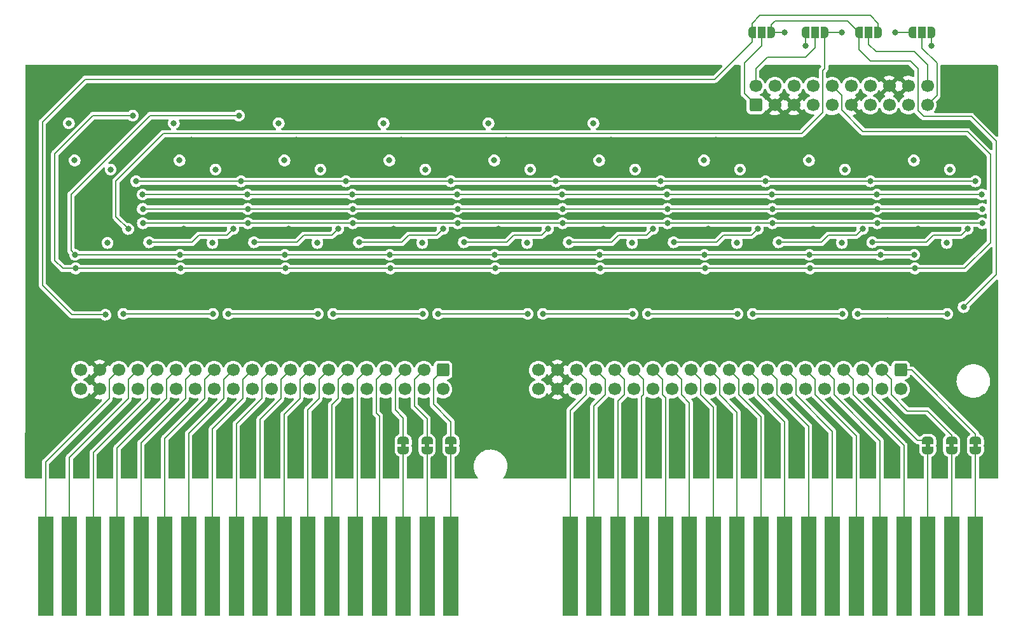
<source format=gbr>
%TF.GenerationSoftware,KiCad,Pcbnew,6.0.11+dfsg-1*%
%TF.CreationDate,2024-06-30T22:37:56-05:00*%
%TF.ProjectId,backplane_tracer,6261636b-706c-4616-9e65-5f7472616365,rev?*%
%TF.SameCoordinates,Original*%
%TF.FileFunction,Copper,L4,Bot*%
%TF.FilePolarity,Positive*%
%FSLAX46Y46*%
G04 Gerber Fmt 4.6, Leading zero omitted, Abs format (unit mm)*
G04 Created by KiCad (PCBNEW 6.0.11+dfsg-1) date 2024-06-30 22:37:56*
%MOMM*%
%LPD*%
G01*
G04 APERTURE LIST*
G04 Aperture macros list*
%AMRoundRect*
0 Rectangle with rounded corners*
0 $1 Rounding radius*
0 $2 $3 $4 $5 $6 $7 $8 $9 X,Y pos of 4 corners*
0 Add a 4 corners polygon primitive as box body*
4,1,4,$2,$3,$4,$5,$6,$7,$8,$9,$2,$3,0*
0 Add four circle primitives for the rounded corners*
1,1,$1+$1,$2,$3*
1,1,$1+$1,$4,$5*
1,1,$1+$1,$6,$7*
1,1,$1+$1,$8,$9*
0 Add four rect primitives between the rounded corners*
20,1,$1+$1,$2,$3,$4,$5,0*
20,1,$1+$1,$4,$5,$6,$7,0*
20,1,$1+$1,$6,$7,$8,$9,0*
20,1,$1+$1,$8,$9,$2,$3,0*%
%AMFreePoly0*
4,1,22,0.550000,-0.750000,0.000000,-0.750000,0.000000,-0.745033,-0.079941,-0.743568,-0.215256,-0.701293,-0.333266,-0.622738,-0.424486,-0.514219,-0.481581,-0.384460,-0.499164,-0.250000,-0.500000,-0.250000,-0.500000,0.250000,-0.499164,0.250000,-0.499963,0.256109,-0.478152,0.396186,-0.417904,0.524511,-0.324060,0.630769,-0.204165,0.706417,-0.067858,0.745374,0.000000,0.744959,0.000000,0.750000,
0.550000,0.750000,0.550000,-0.750000,0.550000,-0.750000,$1*%
%AMFreePoly1*
4,1,20,0.000000,0.744959,0.073905,0.744508,0.209726,0.703889,0.328688,0.626782,0.421226,0.519385,0.479903,0.390333,0.500000,0.250000,0.500000,-0.250000,0.499851,-0.262216,0.476331,-0.402017,0.414519,-0.529596,0.319384,-0.634700,0.198574,-0.708877,0.061801,-0.746166,0.000000,-0.745033,0.000000,-0.750000,-0.550000,-0.750000,-0.550000,0.750000,0.000000,0.750000,0.000000,0.744959,
0.000000,0.744959,$1*%
%AMFreePoly2*
4,1,22,0.500000,-0.750000,0.000000,-0.750000,0.000000,-0.745033,-0.079941,-0.743568,-0.215256,-0.701293,-0.333266,-0.622738,-0.424486,-0.514219,-0.481581,-0.384460,-0.499164,-0.250000,-0.500000,-0.250000,-0.500000,0.250000,-0.499164,0.250000,-0.499963,0.256109,-0.478152,0.396186,-0.417904,0.524511,-0.324060,0.630769,-0.204165,0.706417,-0.067858,0.745374,0.000000,0.744959,0.000000,0.750000,
0.500000,0.750000,0.500000,-0.750000,0.500000,-0.750000,$1*%
%AMFreePoly3*
4,1,20,0.000000,0.744959,0.073905,0.744508,0.209726,0.703889,0.328688,0.626782,0.421226,0.519385,0.479903,0.390333,0.500000,0.250000,0.500000,-0.250000,0.499851,-0.262216,0.476331,-0.402017,0.414519,-0.529596,0.319384,-0.634700,0.198574,-0.708877,0.061801,-0.746166,0.000000,-0.745033,0.000000,-0.750000,-0.500000,-0.750000,-0.500000,0.750000,0.000000,0.750000,0.000000,0.744959,
0.000000,0.744959,$1*%
G04 Aperture macros list end*
%TA.AperFunction,ComponentPad*%
%ADD10RoundRect,0.250000X-0.600000X0.600000X-0.600000X-0.600000X0.600000X-0.600000X0.600000X0.600000X0*%
%TD*%
%TA.AperFunction,ComponentPad*%
%ADD11C,1.700000*%
%TD*%
%TA.AperFunction,ComponentPad*%
%ADD12RoundRect,0.250000X0.600000X-0.600000X0.600000X0.600000X-0.600000X0.600000X-0.600000X-0.600000X0*%
%TD*%
%TA.AperFunction,ConnectorPad*%
%ADD13R,2.032000X13.208000*%
%TD*%
%TA.AperFunction,SMDPad,CuDef*%
%ADD14FreePoly0,0.000000*%
%TD*%
%TA.AperFunction,SMDPad,CuDef*%
%ADD15R,1.000000X1.500000*%
%TD*%
%TA.AperFunction,SMDPad,CuDef*%
%ADD16FreePoly1,0.000000*%
%TD*%
%TA.AperFunction,SMDPad,CuDef*%
%ADD17FreePoly2,90.000000*%
%TD*%
%TA.AperFunction,SMDPad,CuDef*%
%ADD18FreePoly3,90.000000*%
%TD*%
%TA.AperFunction,ViaPad*%
%ADD19C,0.800000*%
%TD*%
%TA.AperFunction,Conductor*%
%ADD20C,0.200000*%
%TD*%
G04 APERTURE END LIST*
%TO.C,JP15*%
G36*
X194279800Y-117344000D02*
G01*
X193679800Y-117344000D01*
X193679800Y-116844000D01*
X194279800Y-116844000D01*
X194279800Y-117344000D01*
G37*
%TO.C,JP17*%
G36*
X127604800Y-117344000D02*
G01*
X127004800Y-117344000D01*
X127004800Y-116844000D01*
X127604800Y-116844000D01*
X127604800Y-117344000D01*
G37*
%TO.C,JP18*%
G36*
X124429800Y-117344000D02*
G01*
X123829800Y-117344000D01*
X123829800Y-116844000D01*
X124429800Y-116844000D01*
X124429800Y-117344000D01*
G37*
%TO.C,JP16*%
G36*
X191104800Y-117344000D02*
G01*
X190504800Y-117344000D01*
X190504800Y-116844000D01*
X191104800Y-116844000D01*
X191104800Y-117344000D01*
G37*
%TO.C,JP19*%
G36*
X121254800Y-117344000D02*
G01*
X120654800Y-117344000D01*
X120654800Y-116844000D01*
X121254800Y-116844000D01*
X121254800Y-117344000D01*
G37*
%TO.C,JP14*%
G36*
X197454800Y-117344000D02*
G01*
X196854800Y-117344000D01*
X196854800Y-116844000D01*
X197454800Y-116844000D01*
X197454800Y-117344000D01*
G37*
%TD*%
D10*
%TO.P,J2,1,Pin_1*%
%TO.N,/AA2*%
X187198000Y-107070500D03*
D11*
%TO.P,J2,2,Pin_2*%
%TO.N,/AA1*%
X187198000Y-109610500D03*
%TO.P,J2,3,Pin_3*%
%TO.N,/AB2*%
X184658000Y-107070500D03*
%TO.P,J2,4,Pin_4*%
%TO.N,/AB1*%
X184658000Y-109610500D03*
%TO.P,J2,5,Pin_5*%
%TO.N,/AC2*%
X182118000Y-107070500D03*
%TO.P,J2,6,Pin_6*%
%TO.N,/AC1*%
X182118000Y-109610500D03*
%TO.P,J2,7,Pin_7*%
%TO.N,/AD2*%
X179578000Y-107070500D03*
%TO.P,J2,8,Pin_8*%
%TO.N,/AD1*%
X179578000Y-109610500D03*
%TO.P,J2,9,Pin_9*%
%TO.N,/AE2*%
X177038000Y-107070500D03*
%TO.P,J2,10,Pin_10*%
%TO.N,/AE1*%
X177038000Y-109610500D03*
%TO.P,J2,11,Pin_11*%
%TO.N,/AF2*%
X174498000Y-107070500D03*
%TO.P,J2,12,Pin_12*%
%TO.N,/AF1*%
X174498000Y-109610500D03*
%TO.P,J2,13,Pin_13*%
%TO.N,/AH2*%
X171958000Y-107070500D03*
%TO.P,J2,14,Pin_14*%
%TO.N,/AH1*%
X171958000Y-109610500D03*
%TO.P,J2,15,Pin_15*%
%TO.N,/AJ2*%
X169418000Y-107070500D03*
%TO.P,J2,16,Pin_16*%
%TO.N,/AJ1*%
X169418000Y-109610500D03*
%TO.P,J2,17,Pin_17*%
%TO.N,/AK2*%
X166878000Y-107070500D03*
%TO.P,J2,18,Pin_18*%
%TO.N,/AK1*%
X166878000Y-109610500D03*
%TO.P,J2,19,Pin_19*%
%TO.N,/AL2*%
X164338000Y-107070500D03*
%TO.P,J2,20,Pin_20*%
%TO.N,/AL1*%
X164338000Y-109610500D03*
%TO.P,J2,21,Pin_21*%
%TO.N,/AM2*%
X161798000Y-107070500D03*
%TO.P,J2,22,Pin_22*%
%TO.N,/AM1*%
X161798000Y-109610500D03*
%TO.P,J2,23,Pin_23*%
%TO.N,/AN2*%
X159258000Y-107070500D03*
%TO.P,J2,24,Pin_24*%
%TO.N,/AN1*%
X159258000Y-109610500D03*
%TO.P,J2,25,Pin_25*%
%TO.N,/AP2*%
X156718000Y-107070500D03*
%TO.P,J2,26,Pin_26*%
%TO.N,/AP1*%
X156718000Y-109610500D03*
%TO.P,J2,27,Pin_27*%
%TO.N,/AR2*%
X154178000Y-107070500D03*
%TO.P,J2,28,Pin_28*%
%TO.N,/AR1*%
X154178000Y-109610500D03*
%TO.P,J2,29,Pin_29*%
%TO.N,/AS2*%
X151638000Y-107070500D03*
%TO.P,J2,30,Pin_30*%
%TO.N,/AS1*%
X151638000Y-109610500D03*
%TO.P,J2,31,Pin_31*%
%TO.N,/AT2*%
X149098000Y-107070500D03*
%TO.P,J2,32,Pin_32*%
%TO.N,/AT1*%
X149098000Y-109610500D03*
%TO.P,J2,33,Pin_33*%
%TO.N,/AU2*%
X146558000Y-107070500D03*
%TO.P,J2,34,Pin_34*%
%TO.N,/AU1*%
X146558000Y-109610500D03*
%TO.P,J2,35,Pin_35*%
%TO.N,/AV2*%
X144018000Y-107070500D03*
%TO.P,J2,36,Pin_36*%
%TO.N,/AV1*%
X144018000Y-109610500D03*
%TO.P,J2,37,Pin_37*%
%TO.N,GND*%
X141478000Y-107070500D03*
%TO.P,J2,38,Pin_38*%
X141478000Y-109610500D03*
%TO.P,J2,39,Pin_39*%
%TO.N,+5V*%
X138938000Y-107070500D03*
%TO.P,J2,40,Pin_40*%
X138938000Y-109610500D03*
%TD*%
D10*
%TO.P,J3,1,Pin_1*%
%TO.N,/BA2*%
X126238000Y-107070500D03*
D11*
%TO.P,J3,2,Pin_2*%
%TO.N,/BA1*%
X126238000Y-109610500D03*
%TO.P,J3,3,Pin_3*%
%TO.N,/BB2*%
X123698000Y-107070500D03*
%TO.P,J3,4,Pin_4*%
%TO.N,/BB1*%
X123698000Y-109610500D03*
%TO.P,J3,5,Pin_5*%
%TO.N,/BC2*%
X121158000Y-107070500D03*
%TO.P,J3,6,Pin_6*%
%TO.N,/BC1*%
X121158000Y-109610500D03*
%TO.P,J3,7,Pin_7*%
%TO.N,/BD2*%
X118618000Y-107070500D03*
%TO.P,J3,8,Pin_8*%
%TO.N,/BD1*%
X118618000Y-109610500D03*
%TO.P,J3,9,Pin_9*%
%TO.N,/BE2*%
X116078000Y-107070500D03*
%TO.P,J3,10,Pin_10*%
%TO.N,/BE1*%
X116078000Y-109610500D03*
%TO.P,J3,11,Pin_11*%
%TO.N,/BF2*%
X113538000Y-107070500D03*
%TO.P,J3,12,Pin_12*%
%TO.N,/BF1*%
X113538000Y-109610500D03*
%TO.P,J3,13,Pin_13*%
%TO.N,/BH2*%
X110998000Y-107070500D03*
%TO.P,J3,14,Pin_14*%
%TO.N,/BH1*%
X110998000Y-109610500D03*
%TO.P,J3,15,Pin_15*%
%TO.N,/BJ2*%
X108458000Y-107070500D03*
%TO.P,J3,16,Pin_16*%
%TO.N,/BJ1*%
X108458000Y-109610500D03*
%TO.P,J3,17,Pin_17*%
%TO.N,/BK2*%
X105918000Y-107070500D03*
%TO.P,J3,18,Pin_18*%
%TO.N,/BK1*%
X105918000Y-109610500D03*
%TO.P,J3,19,Pin_19*%
%TO.N,/BL2*%
X103378000Y-107070500D03*
%TO.P,J3,20,Pin_20*%
%TO.N,/BL1*%
X103378000Y-109610500D03*
%TO.P,J3,21,Pin_21*%
%TO.N,/BM2*%
X100838000Y-107070500D03*
%TO.P,J3,22,Pin_22*%
%TO.N,/BM1*%
X100838000Y-109610500D03*
%TO.P,J3,23,Pin_23*%
%TO.N,/BN2*%
X98298000Y-107070500D03*
%TO.P,J3,24,Pin_24*%
%TO.N,/BN1*%
X98298000Y-109610500D03*
%TO.P,J3,25,Pin_25*%
%TO.N,/BP2*%
X95758000Y-107070500D03*
%TO.P,J3,26,Pin_26*%
%TO.N,/BP1*%
X95758000Y-109610500D03*
%TO.P,J3,27,Pin_27*%
%TO.N,/BR2*%
X93218000Y-107070500D03*
%TO.P,J3,28,Pin_28*%
%TO.N,/BR1*%
X93218000Y-109610500D03*
%TO.P,J3,29,Pin_29*%
%TO.N,/BS2*%
X90678000Y-107070500D03*
%TO.P,J3,30,Pin_30*%
%TO.N,/BS1*%
X90678000Y-109610500D03*
%TO.P,J3,31,Pin_31*%
%TO.N,/BT2*%
X88138000Y-107070500D03*
%TO.P,J3,32,Pin_32*%
%TO.N,/BT1*%
X88138000Y-109610500D03*
%TO.P,J3,33,Pin_33*%
%TO.N,/BU2*%
X85598000Y-107070500D03*
%TO.P,J3,34,Pin_34*%
%TO.N,/BU1*%
X85598000Y-109610500D03*
%TO.P,J3,35,Pin_35*%
%TO.N,/BV2*%
X83058000Y-107070500D03*
%TO.P,J3,36,Pin_36*%
%TO.N,/BV1*%
X83058000Y-109610500D03*
%TO.P,J3,37,Pin_37*%
%TO.N,GND*%
X80518000Y-107070500D03*
%TO.P,J3,38,Pin_38*%
X80518000Y-109610500D03*
%TO.P,J3,39,Pin_39*%
%TO.N,+5V*%
X77978000Y-107070500D03*
%TO.P,J3,40,Pin_40*%
X77978000Y-109610500D03*
%TD*%
D12*
%TO.P,J1,1,Pin_1*%
%TO.N,Net-(J1-Pad1)*%
X167894000Y-71755000D03*
D11*
%TO.P,J1,2,Pin_2*%
%TO.N,Net-(J1-Pad2)*%
X167894000Y-69215000D03*
%TO.P,J1,3,Pin_3*%
%TO.N,GND*%
X170434000Y-71755000D03*
%TO.P,J1,4,Pin_4*%
%TO.N,DRIVER_SHIFT_CLK*%
X170434000Y-69215000D03*
%TO.P,J1,5,Pin_5*%
%TO.N,GND*%
X172974000Y-71755000D03*
%TO.P,J1,6,Pin_6*%
%TO.N,DRIVER_OEn*%
X172974000Y-69215000D03*
%TO.P,J1,7,Pin_7*%
%TO.N,DRIVER_SHIFT_CLRn*%
X175514000Y-71755000D03*
%TO.P,J1,8,Pin_8*%
%TO.N,READER_LOADn*%
X175514000Y-69215000D03*
%TO.P,J1,9,Pin_9*%
%TO.N,GND*%
X178054000Y-71755000D03*
%TO.P,J1,10,Pin_10*%
%TO.N,READER_CLK*%
X178054000Y-69215000D03*
%TO.P,J1,11,Pin_11*%
%TO.N,GND*%
X180594000Y-71755000D03*
%TO.P,J1,12,Pin_12*%
%TO.N,+5V*%
X180594000Y-69215000D03*
%TO.P,J1,13,Pin_13*%
X183134000Y-71755000D03*
%TO.P,J1,14,Pin_14*%
X183134000Y-69215000D03*
%TO.P,J1,15,Pin_15*%
X185674000Y-71755000D03*
%TO.P,J1,16,Pin_16*%
%TO.N,GND*%
X185674000Y-69215000D03*
%TO.P,J1,17,Pin_17*%
%TO.N,DRIVER_OUTPUT_CLK*%
X188214000Y-71755000D03*
%TO.P,J1,18,Pin_18*%
%TO.N,GND*%
X188214000Y-69215000D03*
%TO.P,J1,19,Pin_19*%
%TO.N,Net-(J1-Pad19)*%
X190754000Y-71755000D03*
%TO.P,J1,20,Pin_20*%
%TO.N,Net-(J1-Pad20)*%
X190754000Y-69215000D03*
%TD*%
D13*
%TO.P,J4,AA2*%
%TO.N,Net-(J4-PadAA2)*%
X197154800Y-133223000D03*
%TO.P,J4,AB2*%
%TO.N,Net-(J4-PadAB2)*%
X193979800Y-133223000D03*
%TO.P,J4,AC2*%
%TO.N,Net-(J4-PadAC2)*%
X190804800Y-133223000D03*
%TO.P,J4,AD2*%
%TO.N,/AD2*%
X187629800Y-133223000D03*
%TO.P,J4,AE2*%
%TO.N,/AE2*%
X184454800Y-133223000D03*
%TO.P,J4,AF2*%
%TO.N,/AF2*%
X181279800Y-133223000D03*
%TO.P,J4,AH2*%
%TO.N,/AH2*%
X178104800Y-133223000D03*
%TO.P,J4,AJ2*%
%TO.N,/AJ2*%
X174929800Y-133223000D03*
%TO.P,J4,AK2*%
%TO.N,/AK2*%
X171754800Y-133223000D03*
%TO.P,J4,AL2*%
%TO.N,/AL2*%
X168579800Y-133223000D03*
%TO.P,J4,AM2*%
%TO.N,/AM2*%
X165404800Y-133223000D03*
%TO.P,J4,AN2*%
%TO.N,/AN2*%
X162229800Y-133223000D03*
%TO.P,J4,AP2*%
%TO.N,/AP2*%
X159054800Y-133223000D03*
%TO.P,J4,AR2*%
%TO.N,/AR2*%
X155879800Y-133223000D03*
%TO.P,J4,AS2*%
%TO.N,/AS2*%
X152704800Y-133223000D03*
%TO.P,J4,AT2*%
%TO.N,/AT2*%
X149529800Y-133223000D03*
%TO.P,J4,AU2*%
%TO.N,/AU2*%
X146354800Y-133223000D03*
%TO.P,J4,AV2*%
%TO.N,/AV2*%
X143179800Y-133223000D03*
%TO.P,J4,BA2*%
%TO.N,Net-(J4-PadBA2)*%
X127304800Y-133223000D03*
%TO.P,J4,BB2*%
%TO.N,Net-(J4-PadBB2)*%
X124129800Y-133223000D03*
%TO.P,J4,BC2*%
%TO.N,Net-(J4-PadBC2)*%
X120954800Y-133223000D03*
%TO.P,J4,BD2*%
%TO.N,/BD2*%
X117779800Y-133223000D03*
%TO.P,J4,BE2*%
%TO.N,/BE2*%
X114604800Y-133223000D03*
%TO.P,J4,BF2*%
%TO.N,/BF2*%
X111429800Y-133223000D03*
%TO.P,J4,BH2*%
%TO.N,/BH2*%
X108254800Y-133223000D03*
%TO.P,J4,BJ2*%
%TO.N,/BJ2*%
X105079800Y-133223000D03*
%TO.P,J4,BK2*%
%TO.N,/BK2*%
X101904800Y-133223000D03*
%TO.P,J4,BL2*%
%TO.N,/BL2*%
X98729800Y-133223000D03*
%TO.P,J4,BM2*%
%TO.N,/BM2*%
X95554800Y-133223000D03*
%TO.P,J4,BN2*%
%TO.N,/BN2*%
X92379800Y-133223000D03*
%TO.P,J4,BP2*%
%TO.N,/BP2*%
X89204800Y-133223000D03*
%TO.P,J4,BR2*%
%TO.N,/BR2*%
X86029800Y-133223000D03*
%TO.P,J4,BS2*%
%TO.N,/BS2*%
X82854800Y-133223000D03*
%TO.P,J4,BT2*%
%TO.N,/BT2*%
X79679800Y-133223000D03*
%TO.P,J4,BU2*%
%TO.N,/BU2*%
X76504800Y-133223000D03*
%TO.P,J4,BV2*%
%TO.N,/BV2*%
X73329800Y-133223000D03*
%TD*%
D14*
%TO.P,JP2,1,A*%
%TO.N,/READER_IN*%
X181610000Y-62103000D03*
D15*
%TO.P,JP2,2,C*%
%TO.N,Net-(J1-Pad20)*%
X182910000Y-62103000D03*
D16*
%TO.P,JP2,3,B*%
%TO.N,/READER_OUT*%
X184210000Y-62103000D03*
%TD*%
D17*
%TO.P,JP15,1,A*%
%TO.N,Net-(J4-PadAB2)*%
X193979800Y-117744000D03*
D18*
%TO.P,JP15,2,B*%
%TO.N,/AB2*%
X193979800Y-116444000D03*
%TD*%
D17*
%TO.P,JP17,1,A*%
%TO.N,Net-(J4-PadBA2)*%
X127304800Y-117744000D03*
D18*
%TO.P,JP17,2,B*%
%TO.N,/BA2*%
X127304800Y-116444000D03*
%TD*%
D14*
%TO.P,JP1,1,A*%
%TO.N,/DRIVER_OUT*%
X188722000Y-62103000D03*
D15*
%TO.P,JP1,2,C*%
%TO.N,Net-(J1-Pad19)*%
X190022000Y-62103000D03*
D16*
%TO.P,JP1,3,B*%
%TO.N,/DRIVER_IN*%
X191322000Y-62103000D03*
%TD*%
D17*
%TO.P,JP18,1,A*%
%TO.N,Net-(J4-PadBB2)*%
X124129800Y-117744000D03*
D18*
%TO.P,JP18,2,B*%
%TO.N,/BB2*%
X124129800Y-116444000D03*
%TD*%
D17*
%TO.P,JP16,1,A*%
%TO.N,Net-(J4-PadAC2)*%
X190804800Y-117744000D03*
D18*
%TO.P,JP16,2,B*%
%TO.N,/AC2*%
X190804800Y-116444000D03*
%TD*%
D14*
%TO.P,JP4,1,A*%
%TO.N,/READER_OUT*%
X167386000Y-62103000D03*
D15*
%TO.P,JP4,2,C*%
%TO.N,Net-(J1-Pad1)*%
X168686000Y-62103000D03*
D16*
%TO.P,JP4,3,B*%
%TO.N,/READER_IN*%
X169986000Y-62103000D03*
%TD*%
D17*
%TO.P,JP19,1,A*%
%TO.N,Net-(J4-PadBC2)*%
X120954800Y-117744000D03*
D18*
%TO.P,JP19,2,B*%
%TO.N,/BC2*%
X120954800Y-116444000D03*
%TD*%
D17*
%TO.P,JP14,1,A*%
%TO.N,Net-(J4-PadAA2)*%
X197154800Y-117744000D03*
D18*
%TO.P,JP14,2,B*%
%TO.N,/AA2*%
X197154800Y-116444000D03*
%TD*%
D14*
%TO.P,JP3,1,A*%
%TO.N,/DRIVER_IN*%
X174498000Y-62103000D03*
D15*
%TO.P,JP3,2,C*%
%TO.N,Net-(J1-Pad2)*%
X175798000Y-62103000D03*
D16*
%TO.P,JP3,3,B*%
%TO.N,/DRIVER_OUT*%
X177098000Y-62103000D03*
%TD*%
D19*
%TO.N,+5V*%
X193751200Y-80340200D03*
X109519000Y-90125000D03*
X161023000Y-79134000D03*
X137871200Y-80340200D03*
X95961200Y-80340200D03*
X133083000Y-79134000D03*
X179369000Y-90125000D03*
X91173000Y-79134000D03*
X77203000Y-79134000D03*
X118340500Y-74168000D03*
X76430500Y-74168000D03*
X151841200Y-80340200D03*
X188963000Y-79134000D03*
X105143000Y-79134000D03*
X146280500Y-74168000D03*
X123901200Y-80340200D03*
X165811200Y-80340200D03*
X109931200Y-80340200D03*
X137459000Y-90125000D03*
X132310500Y-74168000D03*
X81991200Y-80340200D03*
X95549000Y-90125000D03*
X179781200Y-80340200D03*
X119113000Y-79134000D03*
X193339000Y-90125000D03*
X147053000Y-79134000D03*
X104370500Y-74168000D03*
X81579000Y-90125000D03*
X123489000Y-90125000D03*
X174993000Y-79134000D03*
X90400500Y-74168000D03*
X151429000Y-90125000D03*
X165399000Y-90125000D03*
%TO.N,GND*%
X128016000Y-95377000D03*
X77724000Y-88265000D03*
X100076000Y-95377000D03*
X78054200Y-119811800D03*
X86106000Y-95377000D03*
X133604000Y-88265000D03*
X114046000Y-95377000D03*
X175006000Y-67183000D03*
X125679200Y-119811800D03*
X114808000Y-101727000D03*
X119329200Y-119811800D03*
X147904200Y-119811800D03*
X93980000Y-77571600D03*
X72440800Y-114884200D03*
X124460000Y-103759000D03*
X116154200Y-119811800D03*
X186004200Y-119811800D03*
X167843200Y-77927200D03*
X193294000Y-101727000D03*
X74879200Y-119811800D03*
X135966200Y-90119200D03*
X130835400Y-107035600D03*
X119634000Y-88265000D03*
X108026200Y-90119200D03*
X88478000Y-98668000D03*
X176530000Y-76352400D03*
X105664000Y-88265000D03*
X148590000Y-76352400D03*
X134366000Y-104775000D03*
X139903200Y-77927200D03*
X153873200Y-77927200D03*
X90754200Y-119811800D03*
X158496000Y-69826500D03*
X160604200Y-119811800D03*
X151079200Y-119811800D03*
X84404200Y-119811800D03*
X166624000Y-101981000D03*
X84912200Y-100584000D03*
X163779200Y-119811800D03*
X161544000Y-88265000D03*
X106680000Y-76352400D03*
X109804200Y-119811800D03*
X149936200Y-90119200D03*
X166954200Y-119811800D03*
X110744000Y-101219000D03*
X107950000Y-77571600D03*
X163830000Y-77571600D03*
X173304200Y-119811800D03*
X155956000Y-95377000D03*
X97104200Y-119811800D03*
X129082800Y-110363000D03*
X118340500Y-72136000D03*
X125933200Y-77927200D03*
X87579200Y-119811800D03*
X139522200Y-101498400D03*
X198628000Y-98425000D03*
X179654200Y-119811800D03*
X147574000Y-88265000D03*
X135890000Y-77571600D03*
X81229200Y-119811800D03*
X132310500Y-72136000D03*
X84023200Y-77927200D03*
X116418000Y-98668000D03*
X195529200Y-119811800D03*
X162560000Y-76352400D03*
X80010000Y-77571600D03*
X192354200Y-119811800D03*
X141427200Y-113080800D03*
X112979200Y-119811800D03*
X90400500Y-72136000D03*
X75895200Y-102006400D03*
X179578000Y-102235000D03*
X155956000Y-102489000D03*
X190500000Y-76352400D03*
X177876200Y-90119200D03*
X121996200Y-90119200D03*
X72034400Y-98069400D03*
X100076000Y-101727000D03*
X169926000Y-95377000D03*
X120650000Y-76352400D03*
X170688000Y-101981000D03*
X128854200Y-119811800D03*
X153162000Y-101727000D03*
X198907400Y-119811800D03*
X198069200Y-101625400D03*
X146050000Y-101219000D03*
X191770000Y-77571600D03*
X163906200Y-90119200D03*
X123444000Y-101473000D03*
X76430500Y-72136000D03*
X130388000Y-98668000D03*
X90170000Y-101473000D03*
X175514000Y-88265000D03*
X134620000Y-76352400D03*
X185420000Y-100457000D03*
X196088000Y-70231000D03*
X104370500Y-72136000D03*
X170129200Y-119811800D03*
X102448000Y-98668000D03*
X144729200Y-119811800D03*
X71983600Y-78892400D03*
X159258000Y-103251000D03*
X91694000Y-88265000D03*
X135128000Y-111379000D03*
X181813200Y-77927200D03*
X189484000Y-88265000D03*
X80086200Y-90119200D03*
X92710000Y-76352400D03*
X186268000Y-98668000D03*
X122504200Y-119811800D03*
X93929200Y-119811800D03*
X94056200Y-90119200D03*
X127787400Y-103936800D03*
X71805800Y-89128600D03*
X197866000Y-94361000D03*
X190449200Y-110769400D03*
X158328000Y-98668000D03*
X78740000Y-76352400D03*
X177800000Y-77571600D03*
X97993200Y-77927200D03*
X141554200Y-119811800D03*
X111963200Y-77927200D03*
X176479200Y-119811800D03*
X135382000Y-107823000D03*
X144358000Y-98668000D03*
X194360800Y-104495600D03*
X189179200Y-119811800D03*
X191846200Y-90119200D03*
X103454200Y-119811800D03*
X172298000Y-98668000D03*
X103124000Y-102743000D03*
X157429200Y-119811800D03*
X121920000Y-77571600D03*
X183896000Y-95377000D03*
X182829200Y-119811800D03*
X106629200Y-119811800D03*
X154254200Y-119811800D03*
X74447400Y-107315000D03*
X149860000Y-77571600D03*
X195783200Y-77927200D03*
X191312800Y-107492800D03*
X146280500Y-72136000D03*
X73456800Y-69189600D03*
X129667000Y-113969800D03*
X141986000Y-95377000D03*
X100279200Y-119811800D03*
X74508000Y-98668000D03*
%TO.N,DRIVER_SHIFT_CLK*%
X184066000Y-85580400D03*
X114216000Y-85580400D03*
X156126000Y-85580400D03*
X100246000Y-85580400D03*
X128186000Y-85580400D03*
X86276000Y-85580400D03*
X198036000Y-85580400D03*
X170096000Y-85580400D03*
X142156000Y-85580400D03*
%TO.N,DRIVER_OEn*%
X183184800Y-81915000D03*
X85394800Y-81915000D03*
X141274800Y-81915000D03*
X127304800Y-81915000D03*
X155244800Y-81915000D03*
X169214800Y-81915000D03*
X99364800Y-81915000D03*
X197154800Y-81915000D03*
X113334800Y-81915000D03*
%TO.N,DRIVER_SHIFT_CLRn*%
X100253800Y-87503000D03*
X184073800Y-87503000D03*
X128193800Y-87503000D03*
X86283800Y-87503000D03*
X114223800Y-87503000D03*
X156133800Y-87503000D03*
X142163800Y-87503000D03*
X170103800Y-87503000D03*
X198043800Y-87503000D03*
%TO.N,READER_LOADn*%
X184516600Y-91708400D03*
X105199100Y-91708400D03*
X99060000Y-73152000D03*
X147109100Y-91708400D03*
X91229100Y-91708400D03*
X77259100Y-91708400D03*
X119169100Y-91708400D03*
X175049100Y-91708400D03*
X161079100Y-91708400D03*
X133139100Y-91708400D03*
X189019100Y-91708400D03*
%TO.N,READER_CLK*%
X161137600Y-93522800D03*
X91287600Y-93522800D03*
X189077600Y-93522800D03*
X147167600Y-93522800D03*
X119227600Y-93522800D03*
X105257600Y-93522800D03*
X175107600Y-93522800D03*
X84963000Y-73152000D03*
X133197600Y-93522800D03*
X77317600Y-93522800D03*
%TO.N,DRIVER_OUTPUT_CLK*%
X156108400Y-83667600D03*
X170078400Y-83667600D03*
X184048400Y-83667600D03*
X128168400Y-83667600D03*
X100228400Y-83667600D03*
X142138400Y-83667600D03*
X114198400Y-83667600D03*
X198018400Y-83667600D03*
X86258400Y-83667600D03*
%TO.N,/READER_OUT*%
X81280000Y-99695000D03*
%TO.N,/READER_IN*%
X171734000Y-62103000D03*
X195580000Y-98679000D03*
%TO.N,/DRIVER_OUT*%
X179354000Y-62103000D03*
X84328000Y-88265000D03*
X186466000Y-62103000D03*
%TO.N,/DRIVER_IN*%
X191317400Y-63812700D03*
X174528000Y-63881000D03*
%TO.N,/8bit_element0/DRIVER_OUT*%
X183413400Y-90043000D03*
X196088000Y-88265000D03*
%TO.N,/8bit_element0/READER_OUT*%
X193421000Y-99568000D03*
X181483000Y-99568000D03*
%TO.N,/8bit_element1/DRIVER_OUT*%
X170942000Y-90043000D03*
X182118000Y-88265000D03*
%TO.N,/8bit_element1/READER_OUT*%
X167513000Y-99568000D03*
X179451000Y-99568000D03*
%TO.N,/8bit_element2/DRIVER_OUT*%
X156972000Y-90043000D03*
X168148000Y-88265000D03*
%TO.N,/8bit_element2/READER_OUT*%
X153543000Y-99568000D03*
X165481000Y-99568000D03*
%TO.N,/8bit_element3/DRIVER_OUT*%
X154178000Y-88265000D03*
X143002000Y-90043000D03*
%TO.N,/8bit_element3/READER_OUT*%
X151511000Y-99568000D03*
X139573000Y-99568000D03*
%TO.N,/8bit_element5/DRIVER_OUT*%
X126238000Y-88265000D03*
X115062000Y-90043000D03*
%TO.N,/8bit_element4/DRIVER_OUT*%
X129032000Y-90043000D03*
X140208000Y-88265000D03*
%TO.N,/8bit_element5/READER_OUT*%
X123571000Y-99568000D03*
X111633000Y-99568000D03*
%TO.N,/8bit_element4/READER_OUT*%
X137541000Y-99568000D03*
X125603000Y-99568000D03*
%TO.N,/8bit_element6/DRIVER_OUT*%
X112268000Y-88265000D03*
X101092000Y-90043000D03*
%TO.N,/8bit_element6/READER_OUT*%
X109601000Y-99568000D03*
X97663000Y-99568000D03*
%TO.N,/8bit_element7/DRIVER_OUT*%
X98298000Y-88265000D03*
X87122000Y-90043000D03*
%TO.N,/8bit_element7/READER_OUT*%
X83693000Y-99568000D03*
X95631000Y-99568000D03*
%TD*%
D20*
%TO.N,Net-(J1-Pad1)*%
X166370000Y-70231000D02*
X167894000Y-71755000D01*
X166370000Y-66167000D02*
X166370000Y-70231000D01*
X168686000Y-63851000D02*
X166370000Y-66167000D01*
X168686000Y-62103000D02*
X168686000Y-63851000D01*
%TO.N,Net-(J1-Pad2)*%
X167894000Y-66929000D02*
X169418000Y-65405000D01*
X167894000Y-69215000D02*
X167894000Y-66929000D01*
X175798000Y-64105000D02*
X175798000Y-62103000D01*
X174498000Y-65405000D02*
X175798000Y-64105000D01*
X169418000Y-65405000D02*
X174498000Y-65405000D01*
%TO.N,DRIVER_SHIFT_CLK*%
X170096000Y-85580400D02*
X156126000Y-85580400D01*
X184066000Y-85580400D02*
X170096000Y-85580400D01*
X198036000Y-85580400D02*
X184066000Y-85580400D01*
X100246000Y-85580400D02*
X86276000Y-85580400D01*
X156126000Y-85580400D02*
X142156000Y-85580400D01*
X128186000Y-85580400D02*
X114216000Y-85580400D01*
X142156000Y-85580400D02*
X128186000Y-85580400D01*
X114216000Y-85580400D02*
X100246000Y-85580400D01*
%TO.N,DRIVER_OEn*%
X113334800Y-81915000D02*
X127304800Y-81915000D01*
X127304800Y-81915000D02*
X141274800Y-81915000D01*
X141274800Y-81915000D02*
X155244800Y-81915000D01*
X169214800Y-81915000D02*
X183184800Y-81915000D01*
X85394800Y-81915000D02*
X99364800Y-81915000D01*
X183184800Y-81915000D02*
X197154800Y-81915000D01*
X155244800Y-81915000D02*
X169214800Y-81915000D01*
X99364800Y-81915000D02*
X113334800Y-81915000D01*
%TO.N,DRIVER_SHIFT_CLRn*%
X156133800Y-87503000D02*
X170103800Y-87503000D01*
X114223800Y-87503000D02*
X128193800Y-87503000D01*
X100253800Y-87503000D02*
X114223800Y-87503000D01*
X86283800Y-87503000D02*
X100253800Y-87503000D01*
X128193800Y-87503000D02*
X142163800Y-87503000D01*
X184073800Y-87503000D02*
X198043800Y-87503000D01*
X142163800Y-87503000D02*
X156133800Y-87503000D01*
X170103800Y-87503000D02*
X184073800Y-87503000D01*
%TO.N,READER_LOADn*%
X105199100Y-91708400D02*
X119169100Y-91708400D01*
X77259100Y-91708400D02*
X76708000Y-91157300D01*
X76708000Y-91157300D02*
X76708000Y-83693000D01*
X133139100Y-91708400D02*
X147109100Y-91708400D01*
X161079100Y-91708400D02*
X175049100Y-91708400D01*
X175049100Y-91708400D02*
X184516600Y-91708400D01*
X119169100Y-91708400D02*
X133139100Y-91708400D01*
X77259100Y-91708400D02*
X91229100Y-91708400D01*
X76708000Y-83693000D02*
X87249000Y-73152000D01*
X87249000Y-73152000D02*
X99060000Y-73152000D01*
X147109100Y-91708400D02*
X161079100Y-91708400D01*
X184516600Y-91708400D02*
X189019100Y-91708400D01*
X91229100Y-91708400D02*
X105199100Y-91708400D01*
%TO.N,READER_CLK*%
X179324000Y-72440800D02*
X179324000Y-70485000D01*
X77317600Y-93522800D02*
X91287600Y-93522800D01*
X196088000Y-75311000D02*
X182194200Y-75311000D01*
X91287600Y-93522800D02*
X105257600Y-93522800D01*
X179324000Y-70485000D02*
X178054000Y-69215000D01*
X74549000Y-92456000D02*
X74549000Y-78232000D01*
X119227600Y-93522800D02*
X133197600Y-93522800D01*
X189077600Y-93522800D02*
X195707000Y-93522800D01*
X199136000Y-78359000D02*
X196088000Y-75311000D01*
X77317600Y-93522800D02*
X75615800Y-93522800D01*
X75615800Y-93522800D02*
X74549000Y-92456000D01*
X182194200Y-75311000D02*
X179324000Y-72440800D01*
X161137600Y-93522800D02*
X175107600Y-93522800D01*
X195707000Y-93522800D02*
X199136000Y-90093800D01*
X147167600Y-93522800D02*
X161137600Y-93522800D01*
X199136000Y-90093800D02*
X199136000Y-78359000D01*
X79629000Y-73152000D02*
X84963000Y-73152000D01*
X105257600Y-93522800D02*
X119227600Y-93522800D01*
X175107600Y-93522800D02*
X189077600Y-93522800D01*
X133197600Y-93522800D02*
X147167600Y-93522800D01*
X74549000Y-78232000D02*
X79629000Y-73152000D01*
%TO.N,DRIVER_OUTPUT_CLK*%
X142138400Y-83667600D02*
X156108400Y-83667600D01*
X156108400Y-83667600D02*
X170078400Y-83667600D01*
X114198400Y-83667600D02*
X128168400Y-83667600D01*
X170078400Y-83667600D02*
X184048400Y-83667600D01*
X128168400Y-83667600D02*
X142138400Y-83667600D01*
X184048400Y-83667600D02*
X198018400Y-83667600D01*
X100228400Y-83667600D02*
X114198400Y-83667600D01*
X86258400Y-83667600D02*
X100228400Y-83667600D01*
%TO.N,Net-(J1-Pad19)*%
X190022000Y-64165000D02*
X190022000Y-62103000D01*
X192024000Y-70485000D02*
X192024000Y-66167000D01*
X190754000Y-71755000D02*
X192024000Y-70485000D01*
X192024000Y-66167000D02*
X190022000Y-64165000D01*
%TO.N,Net-(J1-Pad20)*%
X183896000Y-64643000D02*
X188976000Y-64643000D01*
X188976000Y-64643000D02*
X190754000Y-66421000D01*
X190754000Y-66421000D02*
X190754000Y-69215000D01*
X182910000Y-63657000D02*
X183896000Y-64643000D01*
X182910000Y-62103000D02*
X182910000Y-63657000D01*
%TO.N,/AA2*%
X188680700Y-107070500D02*
X187198000Y-107070500D01*
X197154800Y-116444000D02*
X197154800Y-115544600D01*
X197154800Y-115544600D02*
X188680700Y-107070500D01*
%TO.N,/AB2*%
X193979800Y-116444000D02*
X193979800Y-115722400D01*
X185928000Y-108340500D02*
X184658000Y-107070500D01*
X185928000Y-110363000D02*
X185928000Y-108340500D01*
X190754000Y-112496600D02*
X188061600Y-112496600D01*
X188061600Y-112496600D02*
X185928000Y-110363000D01*
X193979800Y-115722400D02*
X190754000Y-112496600D01*
%TO.N,/AC2*%
X189469000Y-116444000D02*
X183388000Y-110363000D01*
X190804800Y-116444000D02*
X189469000Y-116444000D01*
X183388000Y-108340500D02*
X182118000Y-107070500D01*
X183388000Y-110363000D02*
X183388000Y-108340500D01*
%TO.N,/AD2*%
X187629800Y-117144800D02*
X180848000Y-110363000D01*
X187629800Y-127381000D02*
X187629800Y-117144800D01*
X180848000Y-108340500D02*
X179578000Y-107070500D01*
X180848000Y-110363000D02*
X180848000Y-108340500D01*
%TO.N,/AE2*%
X184454800Y-127381000D02*
X184454800Y-116509800D01*
X184454800Y-116509800D02*
X178308000Y-110363000D01*
X178308000Y-110363000D02*
X178308000Y-108340500D01*
X178308000Y-108340500D02*
X177038000Y-107070500D01*
%TO.N,/AF2*%
X181279800Y-127381000D02*
X181279800Y-115874800D01*
X181279800Y-115874800D02*
X175768000Y-110363000D01*
X175768000Y-108340500D02*
X174498000Y-107070500D01*
X175768000Y-110363000D02*
X175768000Y-108340500D01*
%TO.N,/AH2*%
X173228000Y-108340500D02*
X171958000Y-107070500D01*
X178104800Y-115239800D02*
X173228000Y-110363000D01*
X178104800Y-127381000D02*
X178104800Y-115239800D01*
X173228000Y-110363000D02*
X173228000Y-108340500D01*
%TO.N,/AJ2*%
X174929800Y-114604800D02*
X170688000Y-110363000D01*
X170688000Y-110363000D02*
X170688000Y-108340500D01*
X174929800Y-127381000D02*
X174929800Y-114604800D01*
X170688000Y-108340500D02*
X169418000Y-107070500D01*
%TO.N,/AK2*%
X171754800Y-113969800D02*
X168148000Y-110363000D01*
X171754800Y-127381000D02*
X171754800Y-113969800D01*
X168148000Y-108340500D02*
X166878000Y-107070500D01*
X168148000Y-110363000D02*
X168148000Y-108340500D01*
%TO.N,/AL2*%
X165608000Y-110363000D02*
X165608000Y-108340500D01*
X168579800Y-113334800D02*
X165608000Y-110363000D01*
X165608000Y-108340500D02*
X164338000Y-107070500D01*
X168579800Y-127381000D02*
X168579800Y-113334800D01*
%TO.N,/AM2*%
X165404800Y-127381000D02*
X165404800Y-112699800D01*
X165404800Y-112699800D02*
X163068000Y-110363000D01*
X163068000Y-108340500D02*
X161798000Y-107070500D01*
X163068000Y-110363000D02*
X163068000Y-108340500D01*
%TO.N,/AN2*%
X160528000Y-108340500D02*
X159258000Y-107070500D01*
X160528000Y-110363000D02*
X160528000Y-108340500D01*
X162229800Y-127381000D02*
X162229800Y-112064800D01*
X162229800Y-112064800D02*
X160528000Y-110363000D01*
%TO.N,/AP2*%
X159054800Y-127381000D02*
X159054800Y-111429800D01*
X157988000Y-108340500D02*
X156718000Y-107070500D01*
X159054800Y-111429800D02*
X157988000Y-110363000D01*
X157988000Y-110363000D02*
X157988000Y-108340500D01*
%TO.N,/AR2*%
X155448000Y-108340500D02*
X154178000Y-107070500D01*
X155879800Y-110794800D02*
X155448000Y-110363000D01*
X155448000Y-110363000D02*
X155448000Y-108340500D01*
X155879800Y-127381000D02*
X155879800Y-110794800D01*
%TO.N,/AS2*%
X152704800Y-127381000D02*
X152704800Y-110566200D01*
X152908000Y-108340500D02*
X151638000Y-107070500D01*
X152908000Y-110363000D02*
X152908000Y-108340500D01*
X152704800Y-110566200D02*
X152908000Y-110363000D01*
%TO.N,/AT2*%
X149529800Y-111201200D02*
X150368000Y-110363000D01*
X150368000Y-110363000D02*
X150368000Y-108340500D01*
X150368000Y-108340500D02*
X149098000Y-107070500D01*
X149529800Y-127381000D02*
X149529800Y-111201200D01*
%TO.N,/AU2*%
X146354800Y-127381000D02*
X146354800Y-111836200D01*
X147828000Y-110363000D02*
X147828000Y-108340500D01*
X146354800Y-111836200D02*
X147828000Y-110363000D01*
X147828000Y-108340500D02*
X146558000Y-107070500D01*
%TO.N,/AV2*%
X145288000Y-108340500D02*
X144018000Y-107070500D01*
X145288000Y-110363000D02*
X145288000Y-108340500D01*
X143179800Y-127381000D02*
X143179800Y-112471200D01*
X143179800Y-112471200D02*
X145288000Y-110363000D01*
%TO.N,/BV2*%
X73329800Y-119329200D02*
X81788000Y-110871000D01*
X73329800Y-127381000D02*
X73329800Y-119329200D01*
X81788000Y-110871000D02*
X81788000Y-108340500D01*
X81788000Y-108340500D02*
X83058000Y-107070500D01*
%TO.N,/BU2*%
X84328000Y-110871000D02*
X84328000Y-108340500D01*
X76504800Y-127381000D02*
X76504800Y-118694200D01*
X84328000Y-108340500D02*
X85598000Y-107070500D01*
X76504800Y-118694200D02*
X84328000Y-110871000D01*
%TO.N,/BT2*%
X86868000Y-108340500D02*
X88138000Y-107070500D01*
X79679800Y-118059200D02*
X86868000Y-110871000D01*
X86868000Y-110871000D02*
X86868000Y-108340500D01*
X79679800Y-127381000D02*
X79679800Y-118059200D01*
%TO.N,/BS2*%
X82854800Y-117424200D02*
X89408000Y-110871000D01*
X89408000Y-108340500D02*
X90678000Y-107070500D01*
X82854800Y-127381000D02*
X82854800Y-117424200D01*
X89408000Y-110871000D02*
X89408000Y-108340500D01*
%TO.N,/BR2*%
X86029800Y-127381000D02*
X86029800Y-116789200D01*
X91948000Y-110871000D02*
X91948000Y-108340500D01*
X86029800Y-116789200D02*
X91948000Y-110871000D01*
X91948000Y-108340500D02*
X93218000Y-107070500D01*
%TO.N,/BP2*%
X89204800Y-127381000D02*
X89204800Y-116154200D01*
X89204800Y-116154200D02*
X94488000Y-110871000D01*
X94488000Y-108340500D02*
X95758000Y-107070500D01*
X94488000Y-110871000D02*
X94488000Y-108340500D01*
%TO.N,/BN2*%
X92379800Y-127381000D02*
X92379800Y-115519200D01*
X97028000Y-110871000D02*
X97028000Y-108340500D01*
X92379800Y-115519200D02*
X97028000Y-110871000D01*
X97028000Y-108340500D02*
X98298000Y-107070500D01*
%TO.N,/BM2*%
X99568000Y-108340500D02*
X100838000Y-107070500D01*
X95554800Y-114884200D02*
X99568000Y-110871000D01*
X95554800Y-127381000D02*
X95554800Y-114884200D01*
X99568000Y-110871000D02*
X99568000Y-108340500D01*
%TO.N,/BL2*%
X98729800Y-114249200D02*
X102108000Y-110871000D01*
X102108000Y-110871000D02*
X102108000Y-108340500D01*
X102108000Y-108340500D02*
X103378000Y-107070500D01*
X98729800Y-127381000D02*
X98729800Y-114249200D01*
%TO.N,/BK2*%
X104648000Y-108340500D02*
X105918000Y-107070500D01*
X101904800Y-113614200D02*
X104648000Y-110871000D01*
X101904800Y-127381000D02*
X101904800Y-113614200D01*
X104648000Y-110871000D02*
X104648000Y-108340500D01*
%TO.N,/BJ2*%
X105079800Y-127381000D02*
X105079800Y-112979200D01*
X105079800Y-112979200D02*
X107188000Y-110871000D01*
X107188000Y-110871000D02*
X107188000Y-108340500D01*
X107188000Y-108340500D02*
X108458000Y-107070500D01*
%TO.N,/BH2*%
X109728000Y-108340500D02*
X110998000Y-107070500D01*
X109728000Y-110871000D02*
X109728000Y-108340500D01*
X108254800Y-112344200D02*
X109728000Y-110871000D01*
X108254800Y-127381000D02*
X108254800Y-112344200D01*
%TO.N,/BF2*%
X112268000Y-108340500D02*
X113538000Y-107070500D01*
X111429800Y-127381000D02*
X111429800Y-111709200D01*
X111429800Y-111709200D02*
X112268000Y-110871000D01*
X112268000Y-110871000D02*
X112268000Y-108340500D01*
%TO.N,/BE2*%
X114808000Y-127177800D02*
X114604800Y-127381000D01*
X116078000Y-107070500D02*
X114808000Y-108340500D01*
X114808000Y-108340500D02*
X114808000Y-127177800D01*
%TO.N,/BD2*%
X117779800Y-113207800D02*
X117348000Y-112776000D01*
X117779800Y-127381000D02*
X117779800Y-113207800D01*
X117348000Y-108340500D02*
X118618000Y-107070500D01*
X117348000Y-112776000D02*
X117348000Y-108340500D01*
%TO.N,/BC2*%
X119888000Y-108340500D02*
X121158000Y-107070500D01*
X119888000Y-112395000D02*
X119888000Y-108340500D01*
X120954800Y-116444000D02*
X120954800Y-113461800D01*
X120954800Y-113461800D02*
X119888000Y-112395000D01*
%TO.N,/BB2*%
X122428000Y-111887000D02*
X122428000Y-108340500D01*
X124129800Y-113588800D02*
X122428000Y-111887000D01*
X122428000Y-108340500D02*
X123698000Y-107070500D01*
X124129800Y-116444000D02*
X124129800Y-113588800D01*
%TO.N,/BA2*%
X127304800Y-116444000D02*
X127304800Y-113969800D01*
X124968000Y-108340500D02*
X126238000Y-107070500D01*
X124968000Y-111633000D02*
X124968000Y-108340500D01*
X127304800Y-113969800D02*
X124968000Y-111633000D01*
%TO.N,/READER_OUT*%
X162433000Y-68326000D02*
X167386000Y-63373000D01*
X72898000Y-95732600D02*
X72898000Y-74041000D01*
X183164000Y-59817000D02*
X184210000Y-60863000D01*
X78613000Y-68326000D02*
X162433000Y-68326000D01*
X167386000Y-62103000D02*
X167386000Y-60863000D01*
X76860400Y-99695000D02*
X72898000Y-95732600D01*
X184210000Y-60863000D02*
X184210000Y-62103000D01*
X168432000Y-59817000D02*
X183164000Y-59817000D01*
X167386000Y-60863000D02*
X168432000Y-59817000D01*
X72898000Y-74041000D02*
X78613000Y-68326000D01*
X81280000Y-99695000D02*
X76860400Y-99695000D01*
X167386000Y-63373000D02*
X167386000Y-62103000D01*
%TO.N,/READER_IN*%
X196596000Y-73279000D02*
X199898000Y-76581000D01*
X190246000Y-73279000D02*
X196596000Y-73279000D01*
X181610000Y-64389000D02*
X183134000Y-65913000D01*
X181610000Y-62103000D02*
X181610000Y-64389000D01*
X170464000Y-60579000D02*
X180086000Y-60579000D01*
X183134000Y-65913000D02*
X188468000Y-65913000D01*
X171734000Y-62103000D02*
X169986000Y-62103000D01*
X199898000Y-76581000D02*
X199898000Y-94361000D01*
X188468000Y-65913000D02*
X189484000Y-66929000D01*
X169986000Y-62103000D02*
X169986000Y-61057000D01*
X180086000Y-60579000D02*
X181610000Y-62103000D01*
X169986000Y-61057000D02*
X170464000Y-60579000D01*
X189484000Y-66929000D02*
X189484000Y-72517000D01*
X199898000Y-94361000D02*
X195580000Y-98679000D01*
X189484000Y-72517000D02*
X190246000Y-73279000D01*
%TO.N,/DRIVER_OUT*%
X84328000Y-88265000D02*
X82702400Y-86639400D01*
X173990000Y-75565000D02*
X176784000Y-72771000D01*
X177098000Y-66869000D02*
X177098000Y-62103000D01*
X82702400Y-86639400D02*
X82702400Y-81889600D01*
X82702400Y-81889600D02*
X89027000Y-75565000D01*
X177098000Y-62103000D02*
X179354000Y-62103000D01*
X186466000Y-62103000D02*
X188722000Y-62103000D01*
X176784000Y-67183000D02*
X177098000Y-66869000D01*
X89027000Y-75565000D02*
X173990000Y-75565000D01*
X176784000Y-72771000D02*
X176784000Y-67183000D01*
%TO.N,/DRIVER_IN*%
X191322000Y-63808100D02*
X191322000Y-62103000D01*
X191317400Y-63812700D02*
X191322000Y-63808100D01*
X174528000Y-62133000D02*
X174528000Y-63881000D01*
X174498000Y-62103000D02*
X174528000Y-62133000D01*
%TO.N,/8bit_element0/DRIVER_OUT*%
X191566800Y-89103200D02*
X195249800Y-89103200D01*
X195249800Y-89103200D02*
X196088000Y-88265000D01*
X190627000Y-90043000D02*
X191566800Y-89103200D01*
X183413400Y-90043000D02*
X190627000Y-90043000D01*
%TO.N,/8bit_element0/READER_OUT*%
X181483000Y-99568000D02*
X193421000Y-99568000D01*
%TO.N,/8bit_element1/DRIVER_OUT*%
X170942000Y-90043000D02*
X176657000Y-90043000D01*
X176657000Y-90043000D02*
X177596800Y-89103200D01*
X181279800Y-89103200D02*
X182118000Y-88265000D01*
X177596800Y-89103200D02*
X181279800Y-89103200D01*
%TO.N,/8bit_element1/READER_OUT*%
X167513000Y-99568000D02*
X179451000Y-99568000D01*
%TO.N,/8bit_element2/DRIVER_OUT*%
X156972000Y-90043000D02*
X162687000Y-90043000D01*
X167309800Y-89103200D02*
X168148000Y-88265000D01*
X162687000Y-90043000D02*
X163626800Y-89103200D01*
X163626800Y-89103200D02*
X167309800Y-89103200D01*
%TO.N,/8bit_element2/READER_OUT*%
X153543000Y-99568000D02*
X165481000Y-99568000D01*
%TO.N,/8bit_element3/DRIVER_OUT*%
X148717000Y-90043000D02*
X149656800Y-89103200D01*
X143002000Y-90043000D02*
X148717000Y-90043000D01*
X149656800Y-89103200D02*
X153339800Y-89103200D01*
X153339800Y-89103200D02*
X154178000Y-88265000D01*
%TO.N,/8bit_element3/READER_OUT*%
X139573000Y-99568000D02*
X151511000Y-99568000D01*
%TO.N,/8bit_element5/DRIVER_OUT*%
X120777000Y-90043000D02*
X121716800Y-89103200D01*
X121716800Y-89103200D02*
X125399800Y-89103200D01*
X125399800Y-89103200D02*
X126238000Y-88265000D01*
X115062000Y-90043000D02*
X120777000Y-90043000D01*
%TO.N,/8bit_element4/DRIVER_OUT*%
X139369800Y-89103200D02*
X140208000Y-88265000D01*
X134747000Y-90043000D02*
X135686800Y-89103200D01*
X129032000Y-90043000D02*
X134747000Y-90043000D01*
X135686800Y-89103200D02*
X139369800Y-89103200D01*
%TO.N,/8bit_element5/READER_OUT*%
X111633000Y-99568000D02*
X123571000Y-99568000D01*
%TO.N,/8bit_element4/READER_OUT*%
X125603000Y-99568000D02*
X137541000Y-99568000D01*
%TO.N,/8bit_element6/DRIVER_OUT*%
X107746800Y-89103200D02*
X111429800Y-89103200D01*
X106807000Y-90043000D02*
X107746800Y-89103200D01*
X111429800Y-89103200D02*
X112268000Y-88265000D01*
X101092000Y-90043000D02*
X106807000Y-90043000D01*
%TO.N,/8bit_element6/READER_OUT*%
X97663000Y-99568000D02*
X109601000Y-99568000D01*
%TO.N,/8bit_element7/DRIVER_OUT*%
X87122000Y-90043000D02*
X92837000Y-90043000D01*
X93776800Y-89103200D02*
X97459800Y-89103200D01*
X92837000Y-90043000D02*
X93776800Y-89103200D01*
X97459800Y-89103200D02*
X98298000Y-88265000D01*
%TO.N,/8bit_element7/READER_OUT*%
X83693000Y-99568000D02*
X95631000Y-99568000D01*
%TO.N,Net-(J4-PadBA2)*%
X127304800Y-117744000D02*
X127304800Y-127381000D01*
%TO.N,Net-(J4-PadBB2)*%
X124129800Y-117744000D02*
X124129800Y-127381000D01*
%TO.N,Net-(J4-PadBC2)*%
X120954800Y-117744000D02*
X120954800Y-127381000D01*
%TO.N,Net-(J4-PadAC2)*%
X190804800Y-117744000D02*
X190804800Y-127381000D01*
%TO.N,Net-(J4-PadAB2)*%
X193979800Y-117744000D02*
X193979800Y-127381000D01*
%TO.N,Net-(J4-PadAA2)*%
X197154800Y-117744000D02*
X197154800Y-127381000D01*
%TD*%
%TA.AperFunction,Conductor*%
%TO.N,GND*%
G36*
X170259978Y-110614244D02*
G01*
X170291563Y-110640609D01*
X170307283Y-110658852D01*
X170313559Y-110666757D01*
X170321005Y-110676949D01*
X170331218Y-110687162D01*
X170337575Y-110694008D01*
X170368219Y-110729572D01*
X170375753Y-110734456D01*
X170382516Y-110740355D01*
X170382462Y-110740417D01*
X170392999Y-110748943D01*
X174411395Y-114767339D01*
X174445421Y-114829651D01*
X174448300Y-114856434D01*
X174448300Y-121413000D01*
X174428298Y-121481121D01*
X174374642Y-121527614D01*
X174322300Y-121539000D01*
X172362300Y-121539000D01*
X172294179Y-121518998D01*
X172247686Y-121465342D01*
X172236300Y-121413000D01*
X172236300Y-114037844D01*
X172237561Y-114026561D01*
X172236983Y-114026515D01*
X172237703Y-114017568D01*
X172239684Y-114008812D01*
X172236542Y-113958166D01*
X172236300Y-113950364D01*
X172236300Y-113935229D01*
X172234933Y-113925681D01*
X172233904Y-113915631D01*
X172231700Y-113880117D01*
X172231144Y-113871154D01*
X172228094Y-113862705D01*
X172226928Y-113857076D01*
X172224582Y-113847669D01*
X172222971Y-113842160D01*
X172221698Y-113833269D01*
X172203251Y-113792695D01*
X172199441Y-113783336D01*
X172197059Y-113776739D01*
X172184310Y-113741425D01*
X172179014Y-113734175D01*
X172176311Y-113729092D01*
X172171412Y-113720707D01*
X172168325Y-113715880D01*
X172164612Y-113707714D01*
X172158755Y-113700917D01*
X172158754Y-113700915D01*
X172135521Y-113673953D01*
X172129229Y-113666028D01*
X172124675Y-113659794D01*
X172124670Y-113659788D01*
X172121794Y-113655851D01*
X172111581Y-113645638D01*
X172105230Y-113638798D01*
X172080440Y-113610028D01*
X172074581Y-113603228D01*
X172067048Y-113598345D01*
X172060284Y-113592445D01*
X172060338Y-113592383D01*
X172049799Y-113583856D01*
X169512189Y-111046245D01*
X169478163Y-110983933D01*
X169483228Y-110913117D01*
X169525775Y-110856282D01*
X169590302Y-110831629D01*
X169602913Y-110830526D01*
X169627184Y-110828403D01*
X169627189Y-110828402D01*
X169632665Y-110827923D01*
X169637978Y-110826499D01*
X169637980Y-110826499D01*
X169835497Y-110773575D01*
X169835499Y-110773574D01*
X169840807Y-110772152D01*
X169845789Y-110769829D01*
X170031115Y-110683410D01*
X170031120Y-110683407D01*
X170036102Y-110681084D01*
X170042008Y-110676949D01*
X170108953Y-110630073D01*
X170123843Y-110619647D01*
X170191117Y-110596959D01*
X170259978Y-110614244D01*
G37*
%TD.AperFunction*%
%TA.AperFunction,Conductor*%
G36*
X84988750Y-110685212D02*
G01*
X85170211Y-110769829D01*
X85175193Y-110772152D01*
X85180501Y-110773574D01*
X85180503Y-110773575D01*
X85378020Y-110826499D01*
X85378022Y-110826499D01*
X85383335Y-110827923D01*
X85598000Y-110846704D01*
X85812665Y-110827923D01*
X85817978Y-110826499D01*
X85817980Y-110826499D01*
X85928722Y-110796826D01*
X85999699Y-110798516D01*
X86058494Y-110838310D01*
X86086442Y-110903575D01*
X86074668Y-110973588D01*
X86050428Y-111007628D01*
X79387444Y-117670612D01*
X79378574Y-117677699D01*
X79378950Y-117678141D01*
X79372117Y-117683957D01*
X79364521Y-117688749D01*
X79330914Y-117726802D01*
X79325582Y-117732474D01*
X79314883Y-117743173D01*
X79312202Y-117746750D01*
X79312198Y-117746755D01*
X79309100Y-117750889D01*
X79302717Y-117758729D01*
X79273221Y-117792127D01*
X79269406Y-117800253D01*
X79266244Y-117805066D01*
X79261247Y-117813383D01*
X79258492Y-117818415D01*
X79253111Y-117825595D01*
X79249962Y-117833996D01*
X79249961Y-117833997D01*
X79237464Y-117867333D01*
X79233539Y-117876646D01*
X79214605Y-117916975D01*
X79213225Y-117925840D01*
X79211548Y-117931323D01*
X79209078Y-117940740D01*
X79207848Y-117946333D01*
X79204696Y-117954742D01*
X79204031Y-117963693D01*
X79201393Y-117999193D01*
X79200238Y-118009243D01*
X79198300Y-118021691D01*
X79198300Y-118036132D01*
X79197954Y-118045469D01*
X79194475Y-118092286D01*
X79196348Y-118101061D01*
X79196959Y-118110020D01*
X79196877Y-118110026D01*
X79198300Y-118123505D01*
X79198300Y-121413000D01*
X79178298Y-121481121D01*
X79124642Y-121527614D01*
X79072300Y-121539000D01*
X77112300Y-121539000D01*
X77044179Y-121518998D01*
X76997686Y-121465342D01*
X76986300Y-121413000D01*
X76986300Y-118945834D01*
X77006302Y-118877713D01*
X77023205Y-118856739D01*
X84620356Y-111259588D01*
X84629226Y-111252501D01*
X84628850Y-111252059D01*
X84635683Y-111246243D01*
X84643279Y-111241451D01*
X84676886Y-111203398D01*
X84682218Y-111197726D01*
X84692918Y-111187026D01*
X84695602Y-111183445D01*
X84695603Y-111183444D01*
X84698701Y-111179310D01*
X84705084Y-111171470D01*
X84728637Y-111144801D01*
X84734579Y-111138073D01*
X84738395Y-111129946D01*
X84741545Y-111125150D01*
X84746552Y-111116817D01*
X84749306Y-111111787D01*
X84754689Y-111104604D01*
X84757842Y-111096193D01*
X84770336Y-111062869D01*
X84774257Y-111053561D01*
X84793195Y-111013225D01*
X84794575Y-111004360D01*
X84796252Y-110998877D01*
X84798726Y-110989447D01*
X84799954Y-110983861D01*
X84803104Y-110975458D01*
X84806176Y-110934127D01*
X84806407Y-110931016D01*
X84807559Y-110920975D01*
X84807562Y-110920956D01*
X84809500Y-110908509D01*
X84809500Y-110894067D01*
X84809846Y-110884730D01*
X84812518Y-110848767D01*
X84813325Y-110837913D01*
X84811452Y-110829138D01*
X84810841Y-110820179D01*
X84810923Y-110820173D01*
X84809500Y-110806694D01*
X84809500Y-110799407D01*
X84829502Y-110731286D01*
X84883158Y-110684793D01*
X84953432Y-110674689D01*
X84988750Y-110685212D01*
G37*
%TD.AperFunction*%
%TA.AperFunction,Conductor*%
G36*
X119362254Y-110703531D02*
G01*
X119401111Y-110762951D01*
X119406500Y-110799407D01*
X119406500Y-112326956D01*
X119405239Y-112338239D01*
X119405817Y-112338285D01*
X119405097Y-112347232D01*
X119403116Y-112355988D01*
X119405538Y-112395026D01*
X119406258Y-112406634D01*
X119406500Y-112414436D01*
X119406500Y-112429571D01*
X119407136Y-112434011D01*
X119407867Y-112439119D01*
X119408896Y-112449169D01*
X119411656Y-112493646D01*
X119414706Y-112502095D01*
X119415872Y-112507724D01*
X119418218Y-112517131D01*
X119419829Y-112522640D01*
X119421102Y-112531531D01*
X119424818Y-112539704D01*
X119439547Y-112572100D01*
X119443357Y-112581460D01*
X119458489Y-112623374D01*
X119463782Y-112630620D01*
X119466479Y-112635692D01*
X119471382Y-112644083D01*
X119474473Y-112648916D01*
X119478188Y-112657086D01*
X119507283Y-112690852D01*
X119513559Y-112698757D01*
X119521005Y-112708949D01*
X119531218Y-112719162D01*
X119537575Y-112726008D01*
X119568219Y-112761572D01*
X119575753Y-112766456D01*
X119582516Y-112772355D01*
X119582462Y-112772417D01*
X119592999Y-112780943D01*
X120436395Y-113624339D01*
X120470421Y-113686651D01*
X120473300Y-113713434D01*
X120473300Y-115493956D01*
X120453298Y-115562077D01*
X120399451Y-115608657D01*
X120272558Y-115666352D01*
X120268787Y-115668764D01*
X120268779Y-115668768D01*
X120190791Y-115718644D01*
X120180174Y-115725434D01*
X120071673Y-115818924D01*
X120068727Y-115822301D01*
X120068725Y-115822303D01*
X120044621Y-115849934D01*
X119999582Y-115901562D01*
X119997147Y-115905318D01*
X119997143Y-115905324D01*
X119960192Y-115962333D01*
X119921682Y-116021747D01*
X119875684Y-116121299D01*
X119834648Y-116258517D01*
X119818439Y-116366972D01*
X119818173Y-116410567D01*
X119817778Y-116475229D01*
X119817564Y-116510193D01*
X119817901Y-116512651D01*
X119818025Y-116516475D01*
X119818025Y-116944000D01*
X119818510Y-116947888D01*
X119827634Y-117021087D01*
X119829860Y-117038948D01*
X119833527Y-117047309D01*
X119835952Y-117056115D01*
X119833352Y-117056831D01*
X119840597Y-117113219D01*
X119839576Y-117117317D01*
X119838982Y-117118414D01*
X119818025Y-117244000D01*
X119818025Y-117734293D01*
X119818023Y-117735063D01*
X119817677Y-117791774D01*
X119817564Y-117810193D01*
X119818173Y-117814636D01*
X119818173Y-117814642D01*
X119819917Y-117827372D01*
X119832447Y-117918840D01*
X119833678Y-117923147D01*
X119833679Y-117923152D01*
X119844595Y-117961347D01*
X119871804Y-118056549D01*
X119916583Y-118156654D01*
X119918969Y-118160436D01*
X119918973Y-118160443D01*
X119968175Y-118238422D01*
X119993009Y-118277782D01*
X120064085Y-118361296D01*
X120067449Y-118364267D01*
X120162694Y-118448383D01*
X120171436Y-118456104D01*
X120233167Y-118496653D01*
X120249018Y-118507065D01*
X120263089Y-118516308D01*
X120267145Y-118518212D01*
X120267148Y-118518214D01*
X120280537Y-118524500D01*
X120392734Y-118577177D01*
X120393370Y-118577371D01*
X120448978Y-118619944D01*
X120473069Y-118686728D01*
X120473300Y-118694359D01*
X120473300Y-121413000D01*
X120453298Y-121481121D01*
X120399642Y-121527614D01*
X120347300Y-121539000D01*
X118387300Y-121539000D01*
X118319179Y-121518998D01*
X118272686Y-121465342D01*
X118261300Y-121413000D01*
X118261300Y-113275844D01*
X118262561Y-113264561D01*
X118261983Y-113264515D01*
X118262703Y-113255568D01*
X118264684Y-113246812D01*
X118261542Y-113196166D01*
X118261300Y-113188364D01*
X118261300Y-113173229D01*
X118259933Y-113163681D01*
X118258904Y-113153631D01*
X118256700Y-113118113D01*
X118256700Y-113118112D01*
X118256144Y-113109154D01*
X118253096Y-113100711D01*
X118251935Y-113095104D01*
X118249583Y-113085670D01*
X118247971Y-113080158D01*
X118246698Y-113071269D01*
X118228248Y-113030689D01*
X118224452Y-113021364D01*
X118209311Y-112979425D01*
X118204016Y-112972177D01*
X118201330Y-112967125D01*
X118196403Y-112958694D01*
X118193326Y-112953883D01*
X118189612Y-112945714D01*
X118183757Y-112938919D01*
X118183755Y-112938916D01*
X118166760Y-112919193D01*
X118160513Y-112911944D01*
X118154233Y-112904035D01*
X118146794Y-112893851D01*
X118136588Y-112883645D01*
X118130230Y-112876798D01*
X118117063Y-112861517D01*
X118099581Y-112841228D01*
X118092048Y-112836345D01*
X118085284Y-112830445D01*
X118085338Y-112830383D01*
X118074801Y-112821858D01*
X117866404Y-112613460D01*
X117832379Y-112551148D01*
X117829500Y-112524365D01*
X117829500Y-110799407D01*
X117849502Y-110731286D01*
X117903158Y-110684793D01*
X117973432Y-110674689D01*
X118008750Y-110685212D01*
X118190211Y-110769829D01*
X118195193Y-110772152D01*
X118200501Y-110773574D01*
X118200503Y-110773575D01*
X118398020Y-110826499D01*
X118398022Y-110826499D01*
X118403335Y-110827923D01*
X118618000Y-110846704D01*
X118832665Y-110827923D01*
X118837978Y-110826499D01*
X118837980Y-110826499D01*
X119035497Y-110773575D01*
X119035499Y-110773574D01*
X119040807Y-110772152D01*
X119045789Y-110769829D01*
X119227250Y-110685212D01*
X119297442Y-110674551D01*
X119362254Y-110703531D01*
G37*
%TD.AperFunction*%
%TA.AperFunction,Conductor*%
G36*
X82448750Y-110685212D02*
G01*
X82630211Y-110769829D01*
X82635193Y-110772152D01*
X82640501Y-110773574D01*
X82640503Y-110773575D01*
X82838020Y-110826499D01*
X82838022Y-110826499D01*
X82843335Y-110827923D01*
X83058000Y-110846704D01*
X83272665Y-110827923D01*
X83277978Y-110826499D01*
X83277980Y-110826499D01*
X83388722Y-110796826D01*
X83459699Y-110798516D01*
X83518494Y-110838310D01*
X83546442Y-110903575D01*
X83534668Y-110973588D01*
X83510428Y-111007628D01*
X76212444Y-118305612D01*
X76203574Y-118312699D01*
X76203950Y-118313141D01*
X76197117Y-118318957D01*
X76189521Y-118323749D01*
X76155914Y-118361802D01*
X76150582Y-118367474D01*
X76139883Y-118378173D01*
X76137202Y-118381750D01*
X76137198Y-118381755D01*
X76134100Y-118385889D01*
X76127717Y-118393729D01*
X76098221Y-118427127D01*
X76094406Y-118435253D01*
X76091244Y-118440066D01*
X76086247Y-118448383D01*
X76083492Y-118453415D01*
X76078111Y-118460595D01*
X76074962Y-118468996D01*
X76074961Y-118468997D01*
X76062464Y-118502333D01*
X76058539Y-118511646D01*
X76039605Y-118551975D01*
X76038225Y-118560840D01*
X76036548Y-118566323D01*
X76034078Y-118575740D01*
X76032848Y-118581333D01*
X76029696Y-118589742D01*
X76027069Y-118625101D01*
X76026393Y-118634193D01*
X76025238Y-118644243D01*
X76023300Y-118656691D01*
X76023300Y-118671132D01*
X76022954Y-118680469D01*
X76019475Y-118727286D01*
X76021348Y-118736061D01*
X76021959Y-118745020D01*
X76021877Y-118745026D01*
X76023300Y-118758505D01*
X76023300Y-121413000D01*
X76003298Y-121481121D01*
X75949642Y-121527614D01*
X75897300Y-121539000D01*
X73937300Y-121539000D01*
X73869179Y-121518998D01*
X73822686Y-121465342D01*
X73811300Y-121413000D01*
X73811300Y-119580834D01*
X73831302Y-119512713D01*
X73848205Y-119491739D01*
X82080356Y-111259588D01*
X82089226Y-111252501D01*
X82088850Y-111252059D01*
X82095683Y-111246243D01*
X82103279Y-111241451D01*
X82136886Y-111203398D01*
X82142218Y-111197726D01*
X82152917Y-111187027D01*
X82155598Y-111183450D01*
X82155602Y-111183445D01*
X82158700Y-111179311D01*
X82165083Y-111171471D01*
X82187371Y-111146234D01*
X82194579Y-111138073D01*
X82198394Y-111129947D01*
X82201556Y-111125134D01*
X82206553Y-111116817D01*
X82209308Y-111111785D01*
X82214689Y-111104605D01*
X82222825Y-111082904D01*
X82230336Y-111062867D01*
X82234262Y-111053551D01*
X82236061Y-111049719D01*
X82253195Y-111013225D01*
X82254575Y-111004360D01*
X82256252Y-110998877D01*
X82258722Y-110989460D01*
X82259952Y-110983867D01*
X82263104Y-110975458D01*
X82266408Y-110930998D01*
X82267562Y-110920956D01*
X82268752Y-110913316D01*
X82268753Y-110913308D01*
X82269500Y-110908509D01*
X82269500Y-110894067D01*
X82269846Y-110884731D01*
X82271960Y-110856282D01*
X82273325Y-110837914D01*
X82271452Y-110829139D01*
X82270841Y-110820180D01*
X82270923Y-110820174D01*
X82269500Y-110806695D01*
X82269500Y-110799407D01*
X82289502Y-110731286D01*
X82343158Y-110684793D01*
X82413432Y-110674689D01*
X82448750Y-110685212D01*
G37*
%TD.AperFunction*%
%TA.AperFunction,Conductor*%
G36*
X145817050Y-110602672D02*
G01*
X145852681Y-110620014D01*
X145939898Y-110681084D01*
X145944880Y-110683407D01*
X145944885Y-110683410D01*
X146130211Y-110769829D01*
X146135193Y-110772152D01*
X146140501Y-110773574D01*
X146140503Y-110773575D01*
X146338020Y-110826499D01*
X146338022Y-110826499D01*
X146343335Y-110827923D01*
X146348811Y-110828402D01*
X146348816Y-110828403D01*
X146373087Y-110830526D01*
X146385698Y-110831629D01*
X146451815Y-110857492D01*
X146493455Y-110914995D01*
X146497396Y-110985882D01*
X146463811Y-111046245D01*
X146062445Y-111447611D01*
X146053574Y-111454699D01*
X146053950Y-111455141D01*
X146047118Y-111460956D01*
X146039521Y-111465749D01*
X146005914Y-111503802D01*
X146000582Y-111509474D01*
X145989883Y-111520173D01*
X145987202Y-111523750D01*
X145987198Y-111523755D01*
X145984100Y-111527889D01*
X145977717Y-111535729D01*
X145948221Y-111569127D01*
X145944406Y-111577253D01*
X145941244Y-111582066D01*
X145936247Y-111590383D01*
X145933492Y-111595415D01*
X145928111Y-111602595D01*
X145924962Y-111610996D01*
X145924961Y-111610997D01*
X145912464Y-111644333D01*
X145908539Y-111653646D01*
X145889605Y-111693975D01*
X145888225Y-111702840D01*
X145886548Y-111708323D01*
X145884078Y-111717740D01*
X145882848Y-111723333D01*
X145879696Y-111731742D01*
X145876593Y-111773505D01*
X145876393Y-111776193D01*
X145875238Y-111786243D01*
X145873300Y-111798691D01*
X145873300Y-111813132D01*
X145872954Y-111822469D01*
X145869475Y-111869286D01*
X145871348Y-111878061D01*
X145871959Y-111887020D01*
X145871877Y-111887026D01*
X145873300Y-111900505D01*
X145873300Y-121413000D01*
X145853298Y-121481121D01*
X145799642Y-121527614D01*
X145747300Y-121539000D01*
X143787300Y-121539000D01*
X143719179Y-121518998D01*
X143672686Y-121465342D01*
X143661300Y-121413000D01*
X143661300Y-112722834D01*
X143681302Y-112654713D01*
X143698205Y-112633739D01*
X145580356Y-110751588D01*
X145589226Y-110744501D01*
X145588850Y-110744059D01*
X145595683Y-110738243D01*
X145603279Y-110733451D01*
X145636886Y-110695398D01*
X145642218Y-110689726D01*
X145652917Y-110679027D01*
X145655598Y-110675450D01*
X145655602Y-110675445D01*
X145658700Y-110671311D01*
X145665084Y-110663470D01*
X145685971Y-110639820D01*
X145746057Y-110602002D01*
X145817050Y-110602672D01*
G37*
%TD.AperFunction*%
%TA.AperFunction,Conductor*%
G36*
X150897051Y-110602673D02*
G01*
X150932681Y-110620015D01*
X151015384Y-110677924D01*
X151015390Y-110677927D01*
X151019898Y-110681084D01*
X151024880Y-110683407D01*
X151024885Y-110683410D01*
X151210211Y-110769829D01*
X151215193Y-110772152D01*
X151220501Y-110773574D01*
X151220503Y-110773575D01*
X151418020Y-110826499D01*
X151418022Y-110826499D01*
X151423335Y-110827923D01*
X151638000Y-110846704D01*
X151852665Y-110827923D01*
X151857978Y-110826499D01*
X151857980Y-110826499D01*
X152060807Y-110772152D01*
X152061195Y-110773601D01*
X152125057Y-110769541D01*
X152187098Y-110804059D01*
X152220629Y-110866638D01*
X152223300Y-110892446D01*
X152223300Y-121413000D01*
X152203298Y-121481121D01*
X152149642Y-121527614D01*
X152097300Y-121539000D01*
X150137300Y-121539000D01*
X150069179Y-121518998D01*
X150022686Y-121465342D01*
X150011300Y-121413000D01*
X150011300Y-111452835D01*
X150031302Y-111384714D01*
X150048204Y-111363740D01*
X150660353Y-110751590D01*
X150669226Y-110744500D01*
X150668851Y-110744059D01*
X150675688Y-110738241D01*
X150683279Y-110733451D01*
X150689219Y-110726725D01*
X150689225Y-110726720D01*
X150716887Y-110695398D01*
X150722233Y-110689710D01*
X150732917Y-110679026D01*
X150736168Y-110674689D01*
X150738515Y-110671557D01*
X150738699Y-110671311D01*
X150745079Y-110663475D01*
X150765973Y-110639818D01*
X150826058Y-110602002D01*
X150897051Y-110602673D01*
G37*
%TD.AperFunction*%
%TA.AperFunction,Conductor*%
G36*
X155019978Y-110614244D02*
G01*
X155051563Y-110640609D01*
X155067283Y-110658852D01*
X155073559Y-110666757D01*
X155081005Y-110676949D01*
X155091218Y-110687162D01*
X155097575Y-110694008D01*
X155128219Y-110729572D01*
X155135753Y-110734456D01*
X155142516Y-110740355D01*
X155142462Y-110740417D01*
X155152999Y-110748943D01*
X155361395Y-110957339D01*
X155395421Y-111019651D01*
X155398300Y-111046434D01*
X155398300Y-121413000D01*
X155378298Y-121481121D01*
X155324642Y-121527614D01*
X155272300Y-121539000D01*
X153312300Y-121539000D01*
X153244179Y-121518998D01*
X153197686Y-121465342D01*
X153186300Y-121413000D01*
X153186300Y-110821471D01*
X153206302Y-110753350D01*
X153223517Y-110733660D01*
X153223279Y-110733450D01*
X153256886Y-110695398D01*
X153262218Y-110689726D01*
X153272917Y-110679027D01*
X153275598Y-110675450D01*
X153275602Y-110675445D01*
X153278700Y-110671311D01*
X153285084Y-110663470D01*
X153305971Y-110639820D01*
X153366057Y-110602002D01*
X153437050Y-110602672D01*
X153472681Y-110620014D01*
X153559898Y-110681084D01*
X153564880Y-110683407D01*
X153564885Y-110683410D01*
X153750211Y-110769829D01*
X153755193Y-110772152D01*
X153760501Y-110773574D01*
X153760503Y-110773575D01*
X153958020Y-110826499D01*
X153958022Y-110826499D01*
X153963335Y-110827923D01*
X154178000Y-110846704D01*
X154392665Y-110827923D01*
X154397978Y-110826499D01*
X154397980Y-110826499D01*
X154595497Y-110773575D01*
X154595499Y-110773574D01*
X154600807Y-110772152D01*
X154605789Y-110769829D01*
X154791115Y-110683410D01*
X154791120Y-110683407D01*
X154796102Y-110681084D01*
X154802008Y-110676949D01*
X154868953Y-110630073D01*
X154883843Y-110619647D01*
X154951117Y-110596959D01*
X155019978Y-110614244D01*
G37*
%TD.AperFunction*%
%TA.AperFunction,Conductor*%
G36*
X157559978Y-110614244D02*
G01*
X157591563Y-110640609D01*
X157607283Y-110658852D01*
X157613559Y-110666757D01*
X157621005Y-110676949D01*
X157631218Y-110687162D01*
X157637575Y-110694008D01*
X157668219Y-110729572D01*
X157675753Y-110734456D01*
X157682516Y-110740355D01*
X157682462Y-110740417D01*
X157692999Y-110748943D01*
X158536395Y-111592339D01*
X158570421Y-111654651D01*
X158573300Y-111681434D01*
X158573300Y-121413000D01*
X158553298Y-121481121D01*
X158499642Y-121527614D01*
X158447300Y-121539000D01*
X156487300Y-121539000D01*
X156419179Y-121518998D01*
X156372686Y-121465342D01*
X156361300Y-121413000D01*
X156361300Y-110952553D01*
X156381302Y-110884432D01*
X156434958Y-110837939D01*
X156503221Y-110829227D01*
X156503335Y-110827923D01*
X156718000Y-110846704D01*
X156932665Y-110827923D01*
X156937978Y-110826499D01*
X156937980Y-110826499D01*
X157135497Y-110773575D01*
X157135499Y-110773574D01*
X157140807Y-110772152D01*
X157145789Y-110769829D01*
X157331115Y-110683410D01*
X157331120Y-110683407D01*
X157336102Y-110681084D01*
X157342008Y-110676949D01*
X157408953Y-110630073D01*
X157423843Y-110619647D01*
X157491117Y-110596959D01*
X157559978Y-110614244D01*
G37*
%TD.AperFunction*%
%TA.AperFunction,Conductor*%
G36*
X160099978Y-110614244D02*
G01*
X160131563Y-110640609D01*
X160147283Y-110658852D01*
X160153559Y-110666757D01*
X160161005Y-110676949D01*
X160171218Y-110687162D01*
X160177575Y-110694008D01*
X160208219Y-110729572D01*
X160215753Y-110734456D01*
X160222516Y-110740355D01*
X160222462Y-110740417D01*
X160232999Y-110748943D01*
X161711395Y-112227339D01*
X161745421Y-112289651D01*
X161748300Y-112316434D01*
X161748300Y-121413000D01*
X161728298Y-121481121D01*
X161674642Y-121527614D01*
X161622300Y-121539000D01*
X159662300Y-121539000D01*
X159594179Y-121518998D01*
X159547686Y-121465342D01*
X159536300Y-121413000D01*
X159536300Y-111497844D01*
X159537561Y-111486561D01*
X159536983Y-111486515D01*
X159537703Y-111477568D01*
X159539684Y-111468812D01*
X159536542Y-111418166D01*
X159536300Y-111410364D01*
X159536300Y-111395229D01*
X159534933Y-111385681D01*
X159533904Y-111375631D01*
X159531700Y-111340117D01*
X159531144Y-111331154D01*
X159528094Y-111322705D01*
X159526928Y-111317076D01*
X159524582Y-111307669D01*
X159522971Y-111302160D01*
X159521698Y-111293269D01*
X159506386Y-111259592D01*
X159503253Y-111252700D01*
X159499441Y-111243336D01*
X159484311Y-111201426D01*
X159479018Y-111194180D01*
X159476321Y-111189108D01*
X159471418Y-111180717D01*
X159468327Y-111175884D01*
X159464612Y-111167714D01*
X159435517Y-111133948D01*
X159429241Y-111126043D01*
X159426908Y-111122850D01*
X159421795Y-111115851D01*
X159411582Y-111105638D01*
X159405224Y-111098791D01*
X159403459Y-111096742D01*
X159374581Y-111063228D01*
X159367047Y-111058344D01*
X159360284Y-111052445D01*
X159362662Y-111049719D01*
X159327607Y-111008939D01*
X159317780Y-110938626D01*
X159347528Y-110874162D01*
X159407405Y-110836015D01*
X159431442Y-110831530D01*
X159446217Y-110830237D01*
X159467184Y-110828403D01*
X159467189Y-110828402D01*
X159472665Y-110827923D01*
X159477978Y-110826499D01*
X159477980Y-110826499D01*
X159675497Y-110773575D01*
X159675499Y-110773574D01*
X159680807Y-110772152D01*
X159685789Y-110769829D01*
X159871115Y-110683410D01*
X159871120Y-110683407D01*
X159876102Y-110681084D01*
X159882008Y-110676949D01*
X159948953Y-110630073D01*
X159963843Y-110619647D01*
X160031117Y-110596959D01*
X160099978Y-110614244D01*
G37*
%TD.AperFunction*%
%TA.AperFunction,Conductor*%
G36*
X162639978Y-110614244D02*
G01*
X162671563Y-110640609D01*
X162687283Y-110658852D01*
X162693559Y-110666757D01*
X162701005Y-110676949D01*
X162711218Y-110687162D01*
X162717575Y-110694008D01*
X162748219Y-110729572D01*
X162755753Y-110734456D01*
X162762516Y-110740355D01*
X162762462Y-110740417D01*
X162772999Y-110748943D01*
X164886395Y-112862339D01*
X164920421Y-112924651D01*
X164923300Y-112951434D01*
X164923300Y-121413000D01*
X164903298Y-121481121D01*
X164849642Y-121527614D01*
X164797300Y-121539000D01*
X162837300Y-121539000D01*
X162769179Y-121518998D01*
X162722686Y-121465342D01*
X162711300Y-121413000D01*
X162711300Y-112132851D01*
X162712561Y-112121564D01*
X162711984Y-112121518D01*
X162712704Y-112112567D01*
X162714685Y-112103813D01*
X162711542Y-112053156D01*
X162711300Y-112045353D01*
X162711300Y-112030229D01*
X162710050Y-112021496D01*
X162709934Y-112020689D01*
X162708904Y-112010635D01*
X162706700Y-111975117D01*
X162706144Y-111966155D01*
X162703095Y-111957709D01*
X162701927Y-111952070D01*
X162699583Y-111942669D01*
X162697970Y-111937154D01*
X162696698Y-111928269D01*
X162681611Y-111895086D01*
X162678257Y-111887709D01*
X162674445Y-111878344D01*
X162662362Y-111844874D01*
X162662358Y-111844867D01*
X162659311Y-111836426D01*
X162654016Y-111829178D01*
X162651315Y-111824098D01*
X162646418Y-111815717D01*
X162643327Y-111810884D01*
X162639612Y-111802714D01*
X162610517Y-111768948D01*
X162604241Y-111761043D01*
X162599671Y-111754788D01*
X162596795Y-111750851D01*
X162586582Y-111740638D01*
X162580224Y-111733791D01*
X162578459Y-111731742D01*
X162549581Y-111698228D01*
X162542047Y-111693344D01*
X162535284Y-111687445D01*
X162535338Y-111687383D01*
X162524801Y-111678857D01*
X161892189Y-111046245D01*
X161858163Y-110983933D01*
X161863228Y-110913118D01*
X161905775Y-110856282D01*
X161970302Y-110831629D01*
X161982913Y-110830526D01*
X162007184Y-110828403D01*
X162007189Y-110828402D01*
X162012665Y-110827923D01*
X162017978Y-110826499D01*
X162017980Y-110826499D01*
X162215497Y-110773575D01*
X162215499Y-110773574D01*
X162220807Y-110772152D01*
X162225789Y-110769829D01*
X162411115Y-110683410D01*
X162411120Y-110683407D01*
X162416102Y-110681084D01*
X162422008Y-110676949D01*
X162488953Y-110630073D01*
X162503843Y-110619647D01*
X162571117Y-110596959D01*
X162639978Y-110614244D01*
G37*
%TD.AperFunction*%
%TA.AperFunction,Conductor*%
G36*
X165179978Y-110614244D02*
G01*
X165211563Y-110640609D01*
X165227283Y-110658852D01*
X165233559Y-110666757D01*
X165241005Y-110676949D01*
X165251218Y-110687162D01*
X165257575Y-110694008D01*
X165288219Y-110729572D01*
X165295753Y-110734456D01*
X165302516Y-110740355D01*
X165302462Y-110740417D01*
X165312999Y-110748943D01*
X166700140Y-112136083D01*
X168061395Y-113497338D01*
X168095421Y-113559650D01*
X168098300Y-113586433D01*
X168098300Y-121413000D01*
X168078298Y-121481121D01*
X168024642Y-121527614D01*
X167972300Y-121539000D01*
X166012300Y-121539000D01*
X165944179Y-121518998D01*
X165897686Y-121465342D01*
X165886300Y-121413000D01*
X165886300Y-112767844D01*
X165887561Y-112756561D01*
X165886983Y-112756515D01*
X165887703Y-112747568D01*
X165889684Y-112738812D01*
X165886542Y-112688166D01*
X165886300Y-112680364D01*
X165886300Y-112665229D01*
X165884933Y-112655681D01*
X165883904Y-112645631D01*
X165881999Y-112614933D01*
X165881144Y-112601154D01*
X165878094Y-112592705D01*
X165876928Y-112587076D01*
X165874582Y-112577669D01*
X165872971Y-112572160D01*
X165871698Y-112563269D01*
X165853253Y-112522700D01*
X165849441Y-112513336D01*
X165847415Y-112507724D01*
X165834311Y-112471426D01*
X165829018Y-112464180D01*
X165826321Y-112459108D01*
X165821418Y-112450717D01*
X165818327Y-112445884D01*
X165814612Y-112437714D01*
X165785517Y-112403948D01*
X165779241Y-112396043D01*
X165774671Y-112389788D01*
X165771795Y-112385851D01*
X165761582Y-112375638D01*
X165755224Y-112368791D01*
X165753459Y-112366742D01*
X165724581Y-112333228D01*
X165717047Y-112328344D01*
X165710284Y-112322445D01*
X165710338Y-112322383D01*
X165699801Y-112313857D01*
X164432189Y-111046245D01*
X164398163Y-110983933D01*
X164403228Y-110913118D01*
X164445775Y-110856282D01*
X164510302Y-110831629D01*
X164522913Y-110830526D01*
X164547184Y-110828403D01*
X164547189Y-110828402D01*
X164552665Y-110827923D01*
X164557978Y-110826499D01*
X164557980Y-110826499D01*
X164755497Y-110773575D01*
X164755499Y-110773574D01*
X164760807Y-110772152D01*
X164765789Y-110769829D01*
X164951115Y-110683410D01*
X164951120Y-110683407D01*
X164956102Y-110681084D01*
X164962008Y-110676949D01*
X165028953Y-110630073D01*
X165043843Y-110619647D01*
X165111117Y-110596959D01*
X165179978Y-110614244D01*
G37*
%TD.AperFunction*%
%TA.AperFunction,Conductor*%
G36*
X167719978Y-110614244D02*
G01*
X167751563Y-110640609D01*
X167767283Y-110658852D01*
X167773559Y-110666757D01*
X167781005Y-110676949D01*
X167791218Y-110687162D01*
X167797575Y-110694008D01*
X167828219Y-110729572D01*
X167835753Y-110734456D01*
X167842516Y-110740355D01*
X167842462Y-110740417D01*
X167852999Y-110748943D01*
X171236395Y-114132339D01*
X171270421Y-114194651D01*
X171273300Y-114221434D01*
X171273300Y-121413000D01*
X171253298Y-121481121D01*
X171199642Y-121527614D01*
X171147300Y-121539000D01*
X169187300Y-121539000D01*
X169119179Y-121518998D01*
X169072686Y-121465342D01*
X169061300Y-121413000D01*
X169061300Y-113402845D01*
X169062561Y-113391562D01*
X169061983Y-113391516D01*
X169062703Y-113382569D01*
X169064684Y-113373813D01*
X169061542Y-113323166D01*
X169061300Y-113315364D01*
X169061300Y-113300229D01*
X169059933Y-113290681D01*
X169058904Y-113280631D01*
X169056700Y-113245117D01*
X169056144Y-113236154D01*
X169053094Y-113227705D01*
X169051928Y-113222076D01*
X169049582Y-113212669D01*
X169047971Y-113207160D01*
X169046698Y-113198269D01*
X169028253Y-113157700D01*
X169024441Y-113148336D01*
X169022360Y-113142572D01*
X169009311Y-113106426D01*
X169004018Y-113099180D01*
X169001321Y-113094108D01*
X168996418Y-113085717D01*
X168993327Y-113080884D01*
X168989612Y-113072714D01*
X168960517Y-113038948D01*
X168954241Y-113031043D01*
X168949671Y-113024788D01*
X168946795Y-113020851D01*
X168936582Y-113010638D01*
X168930224Y-113003791D01*
X168905442Y-112975030D01*
X168899581Y-112968228D01*
X168892047Y-112963344D01*
X168885284Y-112957445D01*
X168885338Y-112957383D01*
X168874801Y-112948857D01*
X166972189Y-111046245D01*
X166938163Y-110983933D01*
X166943228Y-110913118D01*
X166985775Y-110856282D01*
X167050302Y-110831629D01*
X167062913Y-110830526D01*
X167087184Y-110828403D01*
X167087189Y-110828402D01*
X167092665Y-110827923D01*
X167097978Y-110826499D01*
X167097980Y-110826499D01*
X167295497Y-110773575D01*
X167295499Y-110773574D01*
X167300807Y-110772152D01*
X167305789Y-110769829D01*
X167491115Y-110683410D01*
X167491120Y-110683407D01*
X167496102Y-110681084D01*
X167502008Y-110676949D01*
X167568953Y-110630073D01*
X167583843Y-110619647D01*
X167651117Y-110596959D01*
X167719978Y-110614244D01*
G37*
%TD.AperFunction*%
%TA.AperFunction,Conductor*%
G36*
X110388750Y-110685212D02*
G01*
X110570211Y-110769829D01*
X110575193Y-110772152D01*
X110580501Y-110773574D01*
X110580503Y-110773575D01*
X110778020Y-110826499D01*
X110778022Y-110826499D01*
X110783335Y-110827923D01*
X110998000Y-110846704D01*
X111212665Y-110827923D01*
X111217978Y-110826499D01*
X111217980Y-110826499D01*
X111328722Y-110796826D01*
X111399699Y-110798516D01*
X111458494Y-110838310D01*
X111486442Y-110903575D01*
X111474668Y-110973588D01*
X111450428Y-111007628D01*
X111137444Y-111320612D01*
X111128574Y-111327699D01*
X111128950Y-111328141D01*
X111122117Y-111333957D01*
X111114521Y-111338749D01*
X111080914Y-111376802D01*
X111075582Y-111382474D01*
X111064883Y-111393173D01*
X111062202Y-111396750D01*
X111062198Y-111396755D01*
X111059100Y-111400889D01*
X111052717Y-111408729D01*
X111023221Y-111442127D01*
X111019406Y-111450253D01*
X111016244Y-111455066D01*
X111011247Y-111463383D01*
X111008492Y-111468415D01*
X111003111Y-111475595D01*
X110999962Y-111483996D01*
X110999961Y-111483997D01*
X110987464Y-111517333D01*
X110983539Y-111526646D01*
X110964605Y-111566975D01*
X110963225Y-111575840D01*
X110961548Y-111581323D01*
X110959078Y-111590740D01*
X110957848Y-111596333D01*
X110954696Y-111604742D01*
X110951403Y-111649065D01*
X110951393Y-111649193D01*
X110950238Y-111659243D01*
X110948300Y-111671691D01*
X110948300Y-111686132D01*
X110947954Y-111695469D01*
X110944475Y-111742286D01*
X110946348Y-111751061D01*
X110946959Y-111760020D01*
X110946877Y-111760026D01*
X110948300Y-111773505D01*
X110948300Y-121413000D01*
X110928298Y-121481121D01*
X110874642Y-121527614D01*
X110822300Y-121539000D01*
X108862300Y-121539000D01*
X108794179Y-121518998D01*
X108747686Y-121465342D01*
X108736300Y-121413000D01*
X108736300Y-112595834D01*
X108756302Y-112527713D01*
X108773205Y-112506739D01*
X110020356Y-111259588D01*
X110029226Y-111252501D01*
X110028850Y-111252059D01*
X110035683Y-111246243D01*
X110043279Y-111241451D01*
X110076886Y-111203398D01*
X110082218Y-111197726D01*
X110092917Y-111187027D01*
X110098703Y-111179307D01*
X110105081Y-111171475D01*
X110128634Y-111144806D01*
X110128638Y-111144800D01*
X110134579Y-111138073D01*
X110138394Y-111129947D01*
X110141545Y-111125150D01*
X110146538Y-111116840D01*
X110149302Y-111111792D01*
X110154688Y-111104605D01*
X110157842Y-111096193D01*
X110170332Y-111062878D01*
X110174257Y-111053562D01*
X110193195Y-111013225D01*
X110194576Y-111004352D01*
X110196259Y-110998848D01*
X110198713Y-110989493D01*
X110199950Y-110983869D01*
X110203103Y-110975458D01*
X110204550Y-110955985D01*
X110206406Y-110931021D01*
X110207558Y-110920980D01*
X110207562Y-110920956D01*
X110209500Y-110908509D01*
X110209500Y-110894051D01*
X110209847Y-110884713D01*
X110212660Y-110846868D01*
X110212660Y-110846861D01*
X110213325Y-110837914D01*
X110211451Y-110829135D01*
X110210840Y-110820178D01*
X110210922Y-110820172D01*
X110209500Y-110806699D01*
X110209500Y-110799407D01*
X110229502Y-110731286D01*
X110283158Y-110684793D01*
X110353432Y-110674689D01*
X110388750Y-110685212D01*
G37*
%TD.AperFunction*%
%TA.AperFunction,Conductor*%
G36*
X172799978Y-110614244D02*
G01*
X172831563Y-110640609D01*
X172847283Y-110658852D01*
X172853559Y-110666757D01*
X172861005Y-110676949D01*
X172871218Y-110687162D01*
X172877575Y-110694008D01*
X172908219Y-110729572D01*
X172915753Y-110734456D01*
X172922516Y-110740355D01*
X172922462Y-110740417D01*
X172932999Y-110748943D01*
X177586395Y-115402339D01*
X177620421Y-115464651D01*
X177623300Y-115491434D01*
X177623300Y-121413000D01*
X177603298Y-121481121D01*
X177549642Y-121527614D01*
X177497300Y-121539000D01*
X175537300Y-121539000D01*
X175469179Y-121518998D01*
X175422686Y-121465342D01*
X175411300Y-121413000D01*
X175411300Y-114672844D01*
X175412561Y-114661561D01*
X175411983Y-114661515D01*
X175412703Y-114652568D01*
X175414684Y-114643812D01*
X175411542Y-114593166D01*
X175411300Y-114585364D01*
X175411300Y-114570229D01*
X175409933Y-114560681D01*
X175408904Y-114550631D01*
X175406700Y-114515117D01*
X175406144Y-114506154D01*
X175403094Y-114497705D01*
X175401928Y-114492076D01*
X175399582Y-114482669D01*
X175397971Y-114477160D01*
X175396698Y-114468269D01*
X175378253Y-114427700D01*
X175374441Y-114418336D01*
X175359311Y-114376426D01*
X175354018Y-114369180D01*
X175351321Y-114364108D01*
X175346418Y-114355717D01*
X175343327Y-114350884D01*
X175339612Y-114342714D01*
X175310517Y-114308948D01*
X175304241Y-114301043D01*
X175299671Y-114294788D01*
X175296795Y-114290851D01*
X175286582Y-114280638D01*
X175280224Y-114273791D01*
X175255442Y-114245030D01*
X175249581Y-114238228D01*
X175242047Y-114233344D01*
X175235284Y-114227445D01*
X175235338Y-114227383D01*
X175224801Y-114218857D01*
X172052189Y-111046245D01*
X172018163Y-110983933D01*
X172023228Y-110913118D01*
X172065775Y-110856282D01*
X172130302Y-110831629D01*
X172142913Y-110830526D01*
X172167184Y-110828403D01*
X172167189Y-110828402D01*
X172172665Y-110827923D01*
X172177978Y-110826499D01*
X172177980Y-110826499D01*
X172375497Y-110773575D01*
X172375499Y-110773574D01*
X172380807Y-110772152D01*
X172385789Y-110769829D01*
X172571115Y-110683410D01*
X172571120Y-110683407D01*
X172576102Y-110681084D01*
X172582008Y-110676949D01*
X172648953Y-110630073D01*
X172663843Y-110619647D01*
X172731117Y-110596959D01*
X172799978Y-110614244D01*
G37*
%TD.AperFunction*%
%TA.AperFunction,Conductor*%
G36*
X175339978Y-110614244D02*
G01*
X175371563Y-110640609D01*
X175387283Y-110658852D01*
X175393559Y-110666757D01*
X175401005Y-110676949D01*
X175411218Y-110687162D01*
X175417575Y-110694008D01*
X175448219Y-110729572D01*
X175455753Y-110734456D01*
X175462516Y-110740355D01*
X175462462Y-110740417D01*
X175472999Y-110748943D01*
X180761395Y-116037339D01*
X180795421Y-116099651D01*
X180798300Y-116126434D01*
X180798300Y-121413000D01*
X180778298Y-121481121D01*
X180724642Y-121527614D01*
X180672300Y-121539000D01*
X178712300Y-121539000D01*
X178644179Y-121518998D01*
X178597686Y-121465342D01*
X178586300Y-121413000D01*
X178586300Y-115307851D01*
X178587561Y-115296564D01*
X178586984Y-115296518D01*
X178587704Y-115287567D01*
X178589685Y-115278813D01*
X178586542Y-115228156D01*
X178586300Y-115220353D01*
X178586300Y-115205229D01*
X178584934Y-115195689D01*
X178583904Y-115185635D01*
X178581700Y-115150117D01*
X178581144Y-115141155D01*
X178578095Y-115132709D01*
X178576927Y-115127070D01*
X178574583Y-115117669D01*
X178572970Y-115112154D01*
X178571698Y-115103269D01*
X178553257Y-115062709D01*
X178549445Y-115053344D01*
X178537362Y-115019874D01*
X178537358Y-115019867D01*
X178534311Y-115011426D01*
X178529016Y-115004178D01*
X178526315Y-114999098D01*
X178521418Y-114990717D01*
X178518327Y-114985884D01*
X178514612Y-114977714D01*
X178485517Y-114943948D01*
X178479241Y-114936043D01*
X178474671Y-114929788D01*
X178471795Y-114925851D01*
X178461582Y-114915638D01*
X178455224Y-114908791D01*
X178430442Y-114880030D01*
X178424581Y-114873228D01*
X178417047Y-114868344D01*
X178410284Y-114862445D01*
X178410338Y-114862383D01*
X178399801Y-114853857D01*
X174592189Y-111046245D01*
X174558163Y-110983933D01*
X174563228Y-110913118D01*
X174605775Y-110856282D01*
X174670302Y-110831629D01*
X174682913Y-110830526D01*
X174707184Y-110828403D01*
X174707189Y-110828402D01*
X174712665Y-110827923D01*
X174717978Y-110826499D01*
X174717980Y-110826499D01*
X174915497Y-110773575D01*
X174915499Y-110773574D01*
X174920807Y-110772152D01*
X174925789Y-110769829D01*
X175111115Y-110683410D01*
X175111120Y-110683407D01*
X175116102Y-110681084D01*
X175122008Y-110676949D01*
X175188953Y-110630073D01*
X175203843Y-110619647D01*
X175271117Y-110596959D01*
X175339978Y-110614244D01*
G37*
%TD.AperFunction*%
%TA.AperFunction,Conductor*%
G36*
X177879978Y-110614244D02*
G01*
X177911563Y-110640609D01*
X177927283Y-110658852D01*
X177933559Y-110666757D01*
X177941005Y-110676949D01*
X177951218Y-110687162D01*
X177957575Y-110694008D01*
X177988219Y-110729572D01*
X177995753Y-110734456D01*
X178002516Y-110740355D01*
X178002462Y-110740417D01*
X178012999Y-110748943D01*
X180984774Y-113720717D01*
X183936395Y-116672338D01*
X183970421Y-116734650D01*
X183973300Y-116761433D01*
X183973300Y-121413000D01*
X183953298Y-121481121D01*
X183899642Y-121527614D01*
X183847300Y-121539000D01*
X181887300Y-121539000D01*
X181819179Y-121518998D01*
X181772686Y-121465342D01*
X181761300Y-121413000D01*
X181761300Y-115942844D01*
X181762561Y-115931561D01*
X181761983Y-115931515D01*
X181762703Y-115922568D01*
X181764684Y-115913812D01*
X181761542Y-115863166D01*
X181761300Y-115855364D01*
X181761300Y-115840229D01*
X181759933Y-115830681D01*
X181758904Y-115820631D01*
X181756700Y-115785117D01*
X181756144Y-115776154D01*
X181753094Y-115767705D01*
X181751928Y-115762076D01*
X181749582Y-115752669D01*
X181747971Y-115747160D01*
X181746698Y-115738269D01*
X181728253Y-115697700D01*
X181724441Y-115688336D01*
X181724214Y-115687708D01*
X181709311Y-115646426D01*
X181704018Y-115639180D01*
X181701321Y-115634108D01*
X181696418Y-115625717D01*
X181693327Y-115620884D01*
X181689612Y-115612714D01*
X181660517Y-115578948D01*
X181654241Y-115571043D01*
X181649671Y-115564788D01*
X181646795Y-115560851D01*
X181636582Y-115550638D01*
X181630224Y-115543791D01*
X181605442Y-115515030D01*
X181599581Y-115508228D01*
X181592047Y-115503344D01*
X181585284Y-115497445D01*
X181585338Y-115497383D01*
X181574801Y-115488857D01*
X177132189Y-111046245D01*
X177098163Y-110983933D01*
X177103228Y-110913118D01*
X177145775Y-110856282D01*
X177210302Y-110831629D01*
X177222913Y-110830526D01*
X177247184Y-110828403D01*
X177247189Y-110828402D01*
X177252665Y-110827923D01*
X177257978Y-110826499D01*
X177257980Y-110826499D01*
X177455497Y-110773575D01*
X177455499Y-110773574D01*
X177460807Y-110772152D01*
X177465789Y-110769829D01*
X177651115Y-110683410D01*
X177651120Y-110683407D01*
X177656102Y-110681084D01*
X177662008Y-110676949D01*
X177728953Y-110630073D01*
X177743843Y-110619647D01*
X177811117Y-110596959D01*
X177879978Y-110614244D01*
G37*
%TD.AperFunction*%
%TA.AperFunction,Conductor*%
G36*
X180419978Y-110614244D02*
G01*
X180451563Y-110640609D01*
X180467283Y-110658852D01*
X180473559Y-110666757D01*
X180481005Y-110676949D01*
X180491218Y-110687162D01*
X180497575Y-110694008D01*
X180528219Y-110729572D01*
X180535753Y-110734456D01*
X180542516Y-110740355D01*
X180542462Y-110740417D01*
X180552999Y-110748943D01*
X187111395Y-117307339D01*
X187145421Y-117369651D01*
X187148300Y-117396434D01*
X187148300Y-121413000D01*
X187128298Y-121481121D01*
X187074642Y-121527614D01*
X187022300Y-121539000D01*
X185062300Y-121539000D01*
X184994179Y-121518998D01*
X184947686Y-121465342D01*
X184936300Y-121413000D01*
X184936300Y-116577845D01*
X184937561Y-116566562D01*
X184936983Y-116566516D01*
X184937703Y-116557569D01*
X184939684Y-116548813D01*
X184936542Y-116498166D01*
X184936300Y-116490364D01*
X184936300Y-116475229D01*
X184934933Y-116465681D01*
X184933904Y-116455631D01*
X184931700Y-116420117D01*
X184931144Y-116411154D01*
X184928094Y-116402705D01*
X184926928Y-116397076D01*
X184924582Y-116387669D01*
X184922971Y-116382160D01*
X184921698Y-116373269D01*
X184903253Y-116332700D01*
X184899441Y-116323336D01*
X184884311Y-116281426D01*
X184879018Y-116274180D01*
X184876321Y-116269108D01*
X184871418Y-116260717D01*
X184868327Y-116255884D01*
X184864612Y-116247714D01*
X184835517Y-116213948D01*
X184829241Y-116206043D01*
X184824671Y-116199788D01*
X184821795Y-116195851D01*
X184811582Y-116185638D01*
X184805224Y-116178791D01*
X184780442Y-116150030D01*
X184774581Y-116143228D01*
X184767047Y-116138344D01*
X184760284Y-116132445D01*
X184760338Y-116132383D01*
X184749801Y-116123857D01*
X179672189Y-111046245D01*
X179638163Y-110983933D01*
X179643228Y-110913118D01*
X179685775Y-110856282D01*
X179750302Y-110831629D01*
X179762913Y-110830526D01*
X179787184Y-110828403D01*
X179787189Y-110828402D01*
X179792665Y-110827923D01*
X179797978Y-110826499D01*
X179797980Y-110826499D01*
X179995497Y-110773575D01*
X179995499Y-110773574D01*
X180000807Y-110772152D01*
X180005789Y-110769829D01*
X180191115Y-110683410D01*
X180191120Y-110683407D01*
X180196102Y-110681084D01*
X180202008Y-110676949D01*
X180268953Y-110630073D01*
X180283843Y-110619647D01*
X180351117Y-110596959D01*
X180419978Y-110614244D01*
G37*
%TD.AperFunction*%
%TA.AperFunction,Conductor*%
G36*
X182959978Y-110614244D02*
G01*
X182991563Y-110640609D01*
X183007283Y-110658852D01*
X183013559Y-110666757D01*
X183021005Y-110676949D01*
X183031218Y-110687162D01*
X183037575Y-110694008D01*
X183068219Y-110729572D01*
X183075753Y-110734456D01*
X183082516Y-110740355D01*
X183082462Y-110740417D01*
X183092999Y-110748943D01*
X189080412Y-116736356D01*
X189087499Y-116745226D01*
X189087941Y-116744850D01*
X189093757Y-116751683D01*
X189098549Y-116759279D01*
X189136602Y-116792886D01*
X189142274Y-116798218D01*
X189152974Y-116808918D01*
X189158872Y-116813338D01*
X189160689Y-116814700D01*
X189168529Y-116821083D01*
X189201927Y-116850579D01*
X189210053Y-116854394D01*
X189214866Y-116857556D01*
X189223183Y-116862553D01*
X189228215Y-116865308D01*
X189235395Y-116870689D01*
X189243796Y-116873838D01*
X189243797Y-116873839D01*
X189277133Y-116886336D01*
X189286446Y-116890261D01*
X189326775Y-116909195D01*
X189335640Y-116910575D01*
X189341123Y-116912252D01*
X189350540Y-116914722D01*
X189356133Y-116915952D01*
X189364542Y-116919104D01*
X189409002Y-116922408D01*
X189419044Y-116923562D01*
X189426684Y-116924752D01*
X189426690Y-116924752D01*
X189431491Y-116925500D01*
X189445932Y-116925500D01*
X189455269Y-116925846D01*
X189502086Y-116929325D01*
X189510861Y-116927452D01*
X189519820Y-116926841D01*
X189519826Y-116926923D01*
X189533305Y-116925500D01*
X189554450Y-116925500D01*
X189622571Y-116945502D01*
X189669064Y-116999158D01*
X189675354Y-117021350D01*
X189676308Y-117021087D01*
X189678730Y-117029885D01*
X189679860Y-117038948D01*
X189683528Y-117047309D01*
X189685952Y-117056115D01*
X189683352Y-117056831D01*
X189690597Y-117113219D01*
X189689576Y-117117317D01*
X189688982Y-117118414D01*
X189668025Y-117244000D01*
X189668025Y-117734293D01*
X189668023Y-117735063D01*
X189667677Y-117791774D01*
X189667564Y-117810193D01*
X189668173Y-117814636D01*
X189668173Y-117814642D01*
X189669917Y-117827372D01*
X189682447Y-117918840D01*
X189683678Y-117923147D01*
X189683679Y-117923152D01*
X189694595Y-117961347D01*
X189721804Y-118056549D01*
X189766583Y-118156654D01*
X189768969Y-118160436D01*
X189768973Y-118160443D01*
X189818175Y-118238422D01*
X189843009Y-118277782D01*
X189914085Y-118361296D01*
X189917449Y-118364267D01*
X190012694Y-118448383D01*
X190021436Y-118456104D01*
X190083167Y-118496653D01*
X190099018Y-118507065D01*
X190113089Y-118516308D01*
X190117145Y-118518212D01*
X190117148Y-118518214D01*
X190130537Y-118524500D01*
X190242734Y-118577177D01*
X190243370Y-118577371D01*
X190298978Y-118619944D01*
X190323069Y-118686728D01*
X190323300Y-118694359D01*
X190323300Y-121413000D01*
X190303298Y-121481121D01*
X190249642Y-121527614D01*
X190197300Y-121539000D01*
X188237300Y-121539000D01*
X188169179Y-121518998D01*
X188122686Y-121465342D01*
X188111300Y-121413000D01*
X188111300Y-117212851D01*
X188112561Y-117201564D01*
X188111984Y-117201518D01*
X188112704Y-117192567D01*
X188114685Y-117183813D01*
X188111542Y-117133156D01*
X188111300Y-117125353D01*
X188111300Y-117110229D01*
X188109934Y-117100689D01*
X188108904Y-117090635D01*
X188106700Y-117055117D01*
X188106144Y-117046155D01*
X188103095Y-117037709D01*
X188101927Y-117032070D01*
X188099583Y-117022669D01*
X188097970Y-117017154D01*
X188096698Y-117008269D01*
X188078257Y-116967709D01*
X188074445Y-116958344D01*
X188062362Y-116924874D01*
X188062358Y-116924867D01*
X188059311Y-116916426D01*
X188054016Y-116909178D01*
X188051315Y-116904098D01*
X188046418Y-116895717D01*
X188043327Y-116890884D01*
X188039612Y-116882714D01*
X188010517Y-116848948D01*
X188004241Y-116841043D01*
X187999671Y-116834788D01*
X187996795Y-116830851D01*
X187986582Y-116820638D01*
X187980224Y-116813791D01*
X187955442Y-116785030D01*
X187949581Y-116778228D01*
X187942047Y-116773344D01*
X187935284Y-116767445D01*
X187935338Y-116767383D01*
X187924801Y-116758857D01*
X182212189Y-111046245D01*
X182178163Y-110983933D01*
X182183228Y-110913118D01*
X182225775Y-110856282D01*
X182290302Y-110831629D01*
X182302913Y-110830526D01*
X182327184Y-110828403D01*
X182327189Y-110828402D01*
X182332665Y-110827923D01*
X182337978Y-110826499D01*
X182337980Y-110826499D01*
X182535497Y-110773575D01*
X182535499Y-110773574D01*
X182540807Y-110772152D01*
X182545789Y-110769829D01*
X182731115Y-110683410D01*
X182731120Y-110683407D01*
X182736102Y-110681084D01*
X182742008Y-110676949D01*
X182808953Y-110630073D01*
X182823843Y-110619647D01*
X182891117Y-110596959D01*
X182959978Y-110614244D01*
G37*
%TD.AperFunction*%
%TA.AperFunction,Conductor*%
G36*
X185499978Y-110614244D02*
G01*
X185531563Y-110640609D01*
X185547283Y-110658852D01*
X185553559Y-110666757D01*
X185561005Y-110676949D01*
X185571218Y-110687162D01*
X185577575Y-110694008D01*
X185608219Y-110729572D01*
X185615753Y-110734456D01*
X185622516Y-110740355D01*
X185622462Y-110740417D01*
X185632999Y-110748943D01*
X187673012Y-112788956D01*
X187680099Y-112797826D01*
X187680541Y-112797450D01*
X187686357Y-112804283D01*
X187691149Y-112811879D01*
X187729202Y-112845486D01*
X187734874Y-112850818D01*
X187745573Y-112861517D01*
X187749150Y-112864198D01*
X187749155Y-112864202D01*
X187753289Y-112867300D01*
X187761129Y-112873683D01*
X187762328Y-112874742D01*
X187794527Y-112903179D01*
X187802653Y-112906994D01*
X187807466Y-112910156D01*
X187815783Y-112915153D01*
X187820815Y-112917908D01*
X187827995Y-112923289D01*
X187836396Y-112926438D01*
X187836397Y-112926439D01*
X187869733Y-112938936D01*
X187879046Y-112942861D01*
X187919375Y-112961795D01*
X187928240Y-112963175D01*
X187933723Y-112964852D01*
X187943140Y-112967322D01*
X187948733Y-112968552D01*
X187957142Y-112971704D01*
X188001602Y-112975008D01*
X188011644Y-112976162D01*
X188019284Y-112977352D01*
X188019290Y-112977352D01*
X188024091Y-112978100D01*
X188038532Y-112978100D01*
X188047869Y-112978446D01*
X188094686Y-112981925D01*
X188103461Y-112980052D01*
X188112420Y-112979441D01*
X188112426Y-112979523D01*
X188125905Y-112978100D01*
X190502366Y-112978100D01*
X190570487Y-112998102D01*
X190591461Y-113015005D01*
X193161163Y-115584707D01*
X193195189Y-115647019D01*
X193190124Y-115717834D01*
X193154316Y-115769255D01*
X193135908Y-115785117D01*
X193096673Y-115818924D01*
X193093727Y-115822301D01*
X193093725Y-115822303D01*
X193069621Y-115849934D01*
X193024582Y-115901562D01*
X193022147Y-115905318D01*
X193022143Y-115905324D01*
X192985192Y-115962333D01*
X192946682Y-116021747D01*
X192900684Y-116121299D01*
X192859648Y-116258517D01*
X192843439Y-116366972D01*
X192843173Y-116410567D01*
X192842778Y-116475229D01*
X192842564Y-116510193D01*
X192842901Y-116512651D01*
X192843025Y-116516475D01*
X192843025Y-116944000D01*
X192843510Y-116947888D01*
X192852634Y-117021087D01*
X192854860Y-117038948D01*
X192858527Y-117047309D01*
X192860952Y-117056115D01*
X192858352Y-117056831D01*
X192865597Y-117113219D01*
X192864576Y-117117317D01*
X192863982Y-117118414D01*
X192843025Y-117244000D01*
X192843025Y-117734293D01*
X192843023Y-117735063D01*
X192842677Y-117791774D01*
X192842564Y-117810193D01*
X192843173Y-117814636D01*
X192843173Y-117814642D01*
X192844917Y-117827372D01*
X192857447Y-117918840D01*
X192858678Y-117923147D01*
X192858679Y-117923152D01*
X192869595Y-117961347D01*
X192896804Y-118056549D01*
X192941583Y-118156654D01*
X192943969Y-118160436D01*
X192943973Y-118160443D01*
X192993175Y-118238422D01*
X193018009Y-118277782D01*
X193089085Y-118361296D01*
X193092449Y-118364267D01*
X193187694Y-118448383D01*
X193196436Y-118456104D01*
X193258167Y-118496653D01*
X193274018Y-118507065D01*
X193288089Y-118516308D01*
X193292145Y-118518212D01*
X193292148Y-118518214D01*
X193305537Y-118524500D01*
X193417734Y-118577177D01*
X193418370Y-118577371D01*
X193473978Y-118619944D01*
X193498069Y-118686728D01*
X193498300Y-118694359D01*
X193498300Y-121413000D01*
X193478298Y-121481121D01*
X193424642Y-121527614D01*
X193372300Y-121539000D01*
X191412300Y-121539000D01*
X191344179Y-121518998D01*
X191297686Y-121465342D01*
X191286300Y-121413000D01*
X191286300Y-118693222D01*
X191306302Y-118625101D01*
X191361553Y-118577893D01*
X191473408Y-118528675D01*
X191473409Y-118528675D01*
X191477510Y-118526870D01*
X191481318Y-118524500D01*
X191566792Y-118471297D01*
X191566796Y-118471294D01*
X191570607Y-118468922D01*
X191574039Y-118466037D01*
X191574046Y-118466032D01*
X191676810Y-118379650D01*
X191676811Y-118379649D01*
X191680242Y-118376765D01*
X191721628Y-118330478D01*
X191750345Y-118298360D01*
X191750349Y-118298355D01*
X191753337Y-118295013D01*
X191776160Y-118260727D01*
X191830215Y-118179522D01*
X191830218Y-118179516D01*
X191832700Y-118175788D01*
X191841827Y-118156654D01*
X191877979Y-118080858D01*
X191879911Y-118076808D01*
X191881364Y-118072159D01*
X191915251Y-117963693D01*
X191922621Y-117940102D01*
X191940154Y-117831852D01*
X191942779Y-117688653D01*
X191942226Y-117684216D01*
X191941989Y-117679725D01*
X191942106Y-117679719D01*
X191941575Y-117671166D01*
X191941575Y-117244000D01*
X191932956Y-117174854D01*
X191930870Y-117158115D01*
X191930869Y-117158113D01*
X191929740Y-117149052D01*
X191926073Y-117140691D01*
X191923648Y-117131885D01*
X191926248Y-117131169D01*
X191919003Y-117074781D01*
X191920024Y-117070683D01*
X191920618Y-117069586D01*
X191941575Y-116944000D01*
X191941575Y-116455496D01*
X191941596Y-116453187D01*
X191942697Y-116393126D01*
X191942779Y-116388653D01*
X191929224Y-116279828D01*
X191891551Y-116141648D01*
X191887542Y-116132383D01*
X191849785Y-116045131D01*
X191849783Y-116045126D01*
X191848000Y-116041007D01*
X191787728Y-115942844D01*
X191775407Y-115922777D01*
X191775405Y-115922774D01*
X191773060Y-115918955D01*
X191768791Y-115913812D01*
X191705875Y-115838030D01*
X191705872Y-115838027D01*
X191703012Y-115834582D01*
X191596828Y-115738468D01*
X191584416Y-115730096D01*
X191509630Y-115679652D01*
X191509625Y-115679649D01*
X191505911Y-115677144D01*
X191483636Y-115666352D01*
X191381057Y-115616653D01*
X191381053Y-115616651D01*
X191377019Y-115614697D01*
X191372750Y-115613334D01*
X191372746Y-115613333D01*
X191286299Y-115585744D01*
X191272550Y-115581356D01*
X191268141Y-115580614D01*
X191268136Y-115580613D01*
X191133708Y-115557997D01*
X191133705Y-115557997D01*
X191131312Y-115557594D01*
X191128893Y-115557377D01*
X191128885Y-115557376D01*
X191074305Y-115552481D01*
X191074304Y-115552481D01*
X191071874Y-115552263D01*
X191069447Y-115552233D01*
X191069441Y-115552233D01*
X191066414Y-115552196D01*
X191059532Y-115552112D01*
X190999969Y-115555989D01*
X190997563Y-115556334D01*
X190995480Y-115556550D01*
X190982453Y-115557225D01*
X190632834Y-115557225D01*
X190621578Y-115556721D01*
X190574305Y-115552481D01*
X190574304Y-115552481D01*
X190571874Y-115552263D01*
X190569447Y-115552233D01*
X190569441Y-115552233D01*
X190566414Y-115552196D01*
X190559532Y-115552112D01*
X190499969Y-115555989D01*
X190442885Y-115564164D01*
X190362637Y-115575656D01*
X190362631Y-115575657D01*
X190358192Y-115576293D01*
X190353887Y-115577552D01*
X190353882Y-115577553D01*
X190284624Y-115597806D01*
X190252937Y-115607072D01*
X190122558Y-115666352D01*
X190118787Y-115668764D01*
X190118779Y-115668768D01*
X190040791Y-115718644D01*
X190030174Y-115725434D01*
X189921673Y-115818924D01*
X189918727Y-115822301D01*
X189918725Y-115822303D01*
X189894621Y-115849934D01*
X189849582Y-115901562D01*
X189847144Y-115905324D01*
X189844445Y-115908902D01*
X189843585Y-115908253D01*
X189793501Y-115951315D01*
X189741601Y-115962500D01*
X189720634Y-115962500D01*
X189652513Y-115942498D01*
X189631539Y-115925595D01*
X184752189Y-111046245D01*
X184718163Y-110983933D01*
X184723228Y-110913118D01*
X184765775Y-110856282D01*
X184830302Y-110831629D01*
X184842913Y-110830526D01*
X184867184Y-110828403D01*
X184867189Y-110828402D01*
X184872665Y-110827923D01*
X184877978Y-110826499D01*
X184877980Y-110826499D01*
X185075497Y-110773575D01*
X185075499Y-110773574D01*
X185080807Y-110772152D01*
X185085789Y-110769829D01*
X185271115Y-110683410D01*
X185271120Y-110683407D01*
X185276102Y-110681084D01*
X185282008Y-110676949D01*
X185348953Y-110630073D01*
X185363843Y-110619647D01*
X185431117Y-110596959D01*
X185499978Y-110614244D01*
G37*
%TD.AperFunction*%
%TA.AperFunction,Conductor*%
G36*
X188589051Y-107678475D02*
G01*
X188638104Y-107708848D01*
X196436798Y-115507542D01*
X196470824Y-115569854D01*
X196465759Y-115640669D01*
X196423212Y-115697505D01*
X196415591Y-115702784D01*
X196380174Y-115725434D01*
X196271673Y-115818924D01*
X196268727Y-115822301D01*
X196268725Y-115822303D01*
X196244621Y-115849934D01*
X196199582Y-115901562D01*
X196197147Y-115905318D01*
X196197143Y-115905324D01*
X196160192Y-115962333D01*
X196121682Y-116021747D01*
X196075684Y-116121299D01*
X196034648Y-116258517D01*
X196018439Y-116366972D01*
X196018173Y-116410567D01*
X196017778Y-116475229D01*
X196017564Y-116510193D01*
X196017901Y-116512651D01*
X196018025Y-116516475D01*
X196018025Y-116944000D01*
X196018510Y-116947888D01*
X196027634Y-117021087D01*
X196029860Y-117038948D01*
X196033527Y-117047309D01*
X196035952Y-117056115D01*
X196033352Y-117056831D01*
X196040597Y-117113219D01*
X196039576Y-117117317D01*
X196038982Y-117118414D01*
X196018025Y-117244000D01*
X196018025Y-117734293D01*
X196018023Y-117735063D01*
X196017677Y-117791774D01*
X196017564Y-117810193D01*
X196018173Y-117814636D01*
X196018173Y-117814642D01*
X196019917Y-117827372D01*
X196032447Y-117918840D01*
X196033678Y-117923147D01*
X196033679Y-117923152D01*
X196044595Y-117961347D01*
X196071804Y-118056549D01*
X196116583Y-118156654D01*
X196118969Y-118160436D01*
X196118973Y-118160443D01*
X196168175Y-118238422D01*
X196193009Y-118277782D01*
X196264085Y-118361296D01*
X196267449Y-118364267D01*
X196362694Y-118448383D01*
X196371436Y-118456104D01*
X196433167Y-118496653D01*
X196449018Y-118507065D01*
X196463089Y-118516308D01*
X196467145Y-118518212D01*
X196467148Y-118518214D01*
X196480537Y-118524500D01*
X196592734Y-118577177D01*
X196593370Y-118577371D01*
X196648978Y-118619944D01*
X196673069Y-118686728D01*
X196673300Y-118694359D01*
X196673300Y-121413000D01*
X196653298Y-121481121D01*
X196599642Y-121527614D01*
X196547300Y-121539000D01*
X194587300Y-121539000D01*
X194519179Y-121518998D01*
X194472686Y-121465342D01*
X194461300Y-121413000D01*
X194461300Y-118693222D01*
X194481302Y-118625101D01*
X194536553Y-118577893D01*
X194648408Y-118528675D01*
X194648409Y-118528675D01*
X194652510Y-118526870D01*
X194656318Y-118524500D01*
X194741792Y-118471297D01*
X194741796Y-118471294D01*
X194745607Y-118468922D01*
X194749039Y-118466037D01*
X194749046Y-118466032D01*
X194851810Y-118379650D01*
X194851811Y-118379649D01*
X194855242Y-118376765D01*
X194896628Y-118330478D01*
X194925345Y-118298360D01*
X194925349Y-118298355D01*
X194928337Y-118295013D01*
X194951160Y-118260727D01*
X195005215Y-118179522D01*
X195005218Y-118179516D01*
X195007700Y-118175788D01*
X195016827Y-118156654D01*
X195052979Y-118080858D01*
X195054911Y-118076808D01*
X195056364Y-118072159D01*
X195090251Y-117963693D01*
X195097621Y-117940102D01*
X195115154Y-117831852D01*
X195117779Y-117688653D01*
X195117226Y-117684216D01*
X195116989Y-117679725D01*
X195117106Y-117679719D01*
X195116575Y-117671166D01*
X195116575Y-117244000D01*
X195107956Y-117174854D01*
X195105870Y-117158115D01*
X195105869Y-117158113D01*
X195104740Y-117149052D01*
X195101073Y-117140691D01*
X195098648Y-117131885D01*
X195101248Y-117131169D01*
X195094003Y-117074781D01*
X195095024Y-117070683D01*
X195095618Y-117069586D01*
X195116575Y-116944000D01*
X195116575Y-116455496D01*
X195116596Y-116453187D01*
X195117697Y-116393126D01*
X195117779Y-116388653D01*
X195104224Y-116279828D01*
X195066551Y-116141648D01*
X195062542Y-116132383D01*
X195024785Y-116045131D01*
X195024783Y-116045126D01*
X195023000Y-116041007D01*
X194962728Y-115942844D01*
X194950407Y-115922777D01*
X194950405Y-115922774D01*
X194948060Y-115918955D01*
X194943791Y-115913812D01*
X194880875Y-115838030D01*
X194880872Y-115838027D01*
X194878012Y-115834582D01*
X194771828Y-115738468D01*
X194759416Y-115730096D01*
X194684630Y-115679652D01*
X194684625Y-115679649D01*
X194680911Y-115677144D01*
X194658636Y-115666352D01*
X194556057Y-115616653D01*
X194556053Y-115616651D01*
X194552019Y-115614697D01*
X194547747Y-115613334D01*
X194547743Y-115613332D01*
X194499094Y-115597806D01*
X194440279Y-115558040D01*
X194418889Y-115520557D01*
X194415088Y-115510029D01*
X194409311Y-115494026D01*
X194404018Y-115486780D01*
X194401321Y-115481708D01*
X194396418Y-115473317D01*
X194393327Y-115468484D01*
X194389612Y-115460314D01*
X194360517Y-115426548D01*
X194354241Y-115418643D01*
X194349671Y-115412388D01*
X194346795Y-115408451D01*
X194336582Y-115398238D01*
X194330224Y-115391391D01*
X194305442Y-115362630D01*
X194299581Y-115355828D01*
X194292047Y-115350944D01*
X194285284Y-115345045D01*
X194285338Y-115344983D01*
X194274801Y-115336457D01*
X191142588Y-112204244D01*
X191135501Y-112195374D01*
X191135059Y-112195750D01*
X191129243Y-112188917D01*
X191124451Y-112181321D01*
X191086398Y-112147714D01*
X191080726Y-112142382D01*
X191070027Y-112131683D01*
X191066450Y-112129002D01*
X191066445Y-112128998D01*
X191062311Y-112125900D01*
X191054471Y-112119517D01*
X191027803Y-112095965D01*
X191021073Y-112090021D01*
X191012947Y-112086206D01*
X191008134Y-112083044D01*
X190999817Y-112078047D01*
X190994785Y-112075292D01*
X190987605Y-112069911D01*
X190979204Y-112066762D01*
X190979203Y-112066761D01*
X190945867Y-112054264D01*
X190936551Y-112050338D01*
X190896225Y-112031405D01*
X190887360Y-112030025D01*
X190881877Y-112028348D01*
X190872460Y-112025878D01*
X190866867Y-112024648D01*
X190858458Y-112021496D01*
X190813998Y-112018192D01*
X190803956Y-112017038D01*
X190796316Y-112015848D01*
X190796310Y-112015848D01*
X190791509Y-112015100D01*
X190777068Y-112015100D01*
X190767731Y-112014754D01*
X190754341Y-112013759D01*
X190720914Y-112011275D01*
X190712139Y-112013148D01*
X190703180Y-112013759D01*
X190703174Y-112013677D01*
X190689695Y-112015100D01*
X188313234Y-112015100D01*
X188245113Y-111995098D01*
X188224139Y-111978195D01*
X187292189Y-111046245D01*
X187258163Y-110983933D01*
X187263228Y-110913118D01*
X187305775Y-110856282D01*
X187370302Y-110831629D01*
X187382913Y-110830526D01*
X187407184Y-110828403D01*
X187407189Y-110828402D01*
X187412665Y-110827923D01*
X187417978Y-110826499D01*
X187417980Y-110826499D01*
X187615497Y-110773575D01*
X187615499Y-110773574D01*
X187620807Y-110772152D01*
X187625789Y-110769829D01*
X187811115Y-110683410D01*
X187811120Y-110683407D01*
X187816102Y-110681084D01*
X187820615Y-110677924D01*
X187988106Y-110560646D01*
X187988109Y-110560644D01*
X187992617Y-110557487D01*
X188144987Y-110405117D01*
X188170011Y-110369380D01*
X188265427Y-110233111D01*
X188265428Y-110233109D01*
X188268584Y-110228602D01*
X188270907Y-110223620D01*
X188270910Y-110223615D01*
X188357329Y-110038289D01*
X188357330Y-110038287D01*
X188359652Y-110033307D01*
X188388570Y-109925385D01*
X188413999Y-109830480D01*
X188413999Y-109830478D01*
X188415423Y-109825165D01*
X188434204Y-109610500D01*
X188415423Y-109395835D01*
X188359652Y-109187693D01*
X188357329Y-109182711D01*
X188270910Y-108997385D01*
X188270907Y-108997380D01*
X188268584Y-108992398D01*
X188253821Y-108971314D01*
X188148146Y-108820394D01*
X188148144Y-108820391D01*
X188144987Y-108815883D01*
X187992617Y-108663513D01*
X187988109Y-108660356D01*
X187988106Y-108660354D01*
X187825235Y-108546311D01*
X187816102Y-108539916D01*
X187811119Y-108537592D01*
X187809511Y-108536664D01*
X187760518Y-108485281D01*
X187747082Y-108415568D01*
X187773469Y-108349657D01*
X187831301Y-108308475D01*
X187862624Y-108301934D01*
X187891154Y-108299688D01*
X187891161Y-108299687D01*
X187897574Y-108299182D01*
X187903746Y-108297389D01*
X187903751Y-108297388D01*
X188043179Y-108256880D01*
X188043181Y-108256879D01*
X188050792Y-108254668D01*
X188057615Y-108250633D01*
X188181306Y-108177483D01*
X188181307Y-108177483D01*
X188188127Y-108173449D01*
X188300949Y-108060627D01*
X188324594Y-108020646D01*
X188378133Y-107930115D01*
X188382168Y-107923292D01*
X188396657Y-107873420D01*
X188424885Y-107776261D01*
X188424887Y-107776251D01*
X188426682Y-107770074D01*
X188427564Y-107770330D01*
X188456971Y-107711891D01*
X188518105Y-107675792D01*
X188589051Y-107678475D01*
G37*
%TD.AperFunction*%
%TA.AperFunction,Conductor*%
G36*
X124442254Y-110703531D02*
G01*
X124481111Y-110762951D01*
X124486500Y-110799407D01*
X124486500Y-111564956D01*
X124485239Y-111576239D01*
X124485817Y-111576285D01*
X124485097Y-111585232D01*
X124483116Y-111593988D01*
X124485303Y-111629244D01*
X124486258Y-111644634D01*
X124486500Y-111652436D01*
X124486500Y-111667571D01*
X124487136Y-111672011D01*
X124487867Y-111677119D01*
X124488896Y-111687169D01*
X124490209Y-111708323D01*
X124491656Y-111731646D01*
X124494706Y-111740095D01*
X124495872Y-111745724D01*
X124498218Y-111755131D01*
X124499829Y-111760640D01*
X124501102Y-111769531D01*
X124504818Y-111777704D01*
X124519547Y-111810100D01*
X124523357Y-111819460D01*
X124538489Y-111861374D01*
X124543782Y-111868620D01*
X124546479Y-111873692D01*
X124551382Y-111882083D01*
X124554473Y-111886916D01*
X124558188Y-111895086D01*
X124587283Y-111928852D01*
X124593559Y-111936757D01*
X124601005Y-111946949D01*
X124611218Y-111957162D01*
X124617575Y-111964008D01*
X124648219Y-111999572D01*
X124655753Y-112004456D01*
X124662516Y-112010355D01*
X124662462Y-112010417D01*
X124672999Y-112018943D01*
X126786395Y-114132339D01*
X126820421Y-114194651D01*
X126823300Y-114221434D01*
X126823300Y-115493956D01*
X126803298Y-115562077D01*
X126749451Y-115608657D01*
X126622558Y-115666352D01*
X126618787Y-115668764D01*
X126618779Y-115668768D01*
X126540791Y-115718644D01*
X126530174Y-115725434D01*
X126421673Y-115818924D01*
X126418727Y-115822301D01*
X126418725Y-115822303D01*
X126394621Y-115849934D01*
X126349582Y-115901562D01*
X126347147Y-115905318D01*
X126347143Y-115905324D01*
X126310192Y-115962333D01*
X126271682Y-116021747D01*
X126225684Y-116121299D01*
X126184648Y-116258517D01*
X126168439Y-116366972D01*
X126168173Y-116410567D01*
X126167778Y-116475229D01*
X126167564Y-116510193D01*
X126167901Y-116512651D01*
X126168025Y-116516475D01*
X126168025Y-116944000D01*
X126168510Y-116947888D01*
X126177634Y-117021087D01*
X126179860Y-117038948D01*
X126183527Y-117047309D01*
X126185952Y-117056115D01*
X126183352Y-117056831D01*
X126190597Y-117113219D01*
X126189576Y-117117317D01*
X126188982Y-117118414D01*
X126168025Y-117244000D01*
X126168025Y-117734293D01*
X126168023Y-117735063D01*
X126167677Y-117791774D01*
X126167564Y-117810193D01*
X126168173Y-117814636D01*
X126168173Y-117814642D01*
X126169917Y-117827372D01*
X126182447Y-117918840D01*
X126183678Y-117923147D01*
X126183679Y-117923152D01*
X126194595Y-117961347D01*
X126221804Y-118056549D01*
X126266583Y-118156654D01*
X126268969Y-118160436D01*
X126268973Y-118160443D01*
X126318175Y-118238422D01*
X126343009Y-118277782D01*
X126414085Y-118361296D01*
X126417449Y-118364267D01*
X126512694Y-118448383D01*
X126521436Y-118456104D01*
X126583167Y-118496653D01*
X126599018Y-118507065D01*
X126613089Y-118516308D01*
X126617145Y-118518212D01*
X126617148Y-118518214D01*
X126630537Y-118524500D01*
X126742734Y-118577177D01*
X126743370Y-118577371D01*
X126798978Y-118619944D01*
X126823069Y-118686728D01*
X126823300Y-118694359D01*
X126823300Y-121413000D01*
X126803298Y-121481121D01*
X126749642Y-121527614D01*
X126697300Y-121539000D01*
X124737300Y-121539000D01*
X124669179Y-121518998D01*
X124622686Y-121465342D01*
X124611300Y-121413000D01*
X124611300Y-118693222D01*
X124631302Y-118625101D01*
X124686553Y-118577893D01*
X124798408Y-118528675D01*
X124798409Y-118528675D01*
X124802510Y-118526870D01*
X124806318Y-118524500D01*
X124891792Y-118471297D01*
X124891796Y-118471294D01*
X124895607Y-118468922D01*
X124899039Y-118466037D01*
X124899046Y-118466032D01*
X125001810Y-118379650D01*
X125001811Y-118379649D01*
X125005242Y-118376765D01*
X125046628Y-118330478D01*
X125075345Y-118298360D01*
X125075349Y-118298355D01*
X125078337Y-118295013D01*
X125101160Y-118260727D01*
X125155215Y-118179522D01*
X125155218Y-118179516D01*
X125157700Y-118175788D01*
X125166827Y-118156654D01*
X125202979Y-118080858D01*
X125204911Y-118076808D01*
X125206364Y-118072159D01*
X125240251Y-117963693D01*
X125247621Y-117940102D01*
X125265154Y-117831852D01*
X125267779Y-117688653D01*
X125267226Y-117684216D01*
X125266989Y-117679725D01*
X125267106Y-117679719D01*
X125266575Y-117671166D01*
X125266575Y-117244000D01*
X125257956Y-117174854D01*
X125255870Y-117158115D01*
X125255869Y-117158113D01*
X125254740Y-117149052D01*
X125251073Y-117140691D01*
X125248648Y-117131885D01*
X125251248Y-117131169D01*
X125244003Y-117074781D01*
X125245024Y-117070683D01*
X125245618Y-117069586D01*
X125266575Y-116944000D01*
X125266575Y-116455496D01*
X125266596Y-116453187D01*
X125267697Y-116393126D01*
X125267779Y-116388653D01*
X125254224Y-116279828D01*
X125216551Y-116141648D01*
X125212542Y-116132383D01*
X125174785Y-116045131D01*
X125174783Y-116045126D01*
X125173000Y-116041007D01*
X125112728Y-115942844D01*
X125100407Y-115922777D01*
X125100405Y-115922774D01*
X125098060Y-115918955D01*
X125093791Y-115913812D01*
X125030875Y-115838030D01*
X125030872Y-115838027D01*
X125028012Y-115834582D01*
X124921828Y-115738468D01*
X124909416Y-115730096D01*
X124834630Y-115679652D01*
X124834625Y-115679649D01*
X124830911Y-115677144D01*
X124808636Y-115666352D01*
X124706057Y-115616653D01*
X124706053Y-115616651D01*
X124702019Y-115614697D01*
X124697748Y-115613334D01*
X124693585Y-115611671D01*
X124694088Y-115610411D01*
X124640186Y-115573976D01*
X124612200Y-115508728D01*
X124611300Y-115493696D01*
X124611300Y-113656851D01*
X124612561Y-113645564D01*
X124611984Y-113645518D01*
X124612704Y-113636567D01*
X124614685Y-113627813D01*
X124611542Y-113577156D01*
X124611300Y-113569353D01*
X124611300Y-113554229D01*
X124609934Y-113544689D01*
X124608904Y-113534635D01*
X124606700Y-113499117D01*
X124606144Y-113490155D01*
X124603095Y-113481709D01*
X124601927Y-113476070D01*
X124599583Y-113466669D01*
X124597970Y-113461154D01*
X124596698Y-113452269D01*
X124592195Y-113442364D01*
X124578257Y-113411709D01*
X124574445Y-113402344D01*
X124562362Y-113368874D01*
X124562358Y-113368867D01*
X124559311Y-113360426D01*
X124554016Y-113353178D01*
X124551315Y-113348098D01*
X124546418Y-113339717D01*
X124543327Y-113334884D01*
X124539612Y-113326714D01*
X124510517Y-113292948D01*
X124504241Y-113285043D01*
X124499671Y-113278788D01*
X124496795Y-113274851D01*
X124486582Y-113264638D01*
X124480224Y-113257791D01*
X124455442Y-113229030D01*
X124449581Y-113222228D01*
X124442047Y-113217344D01*
X124435284Y-113211445D01*
X124435338Y-113211383D01*
X124424801Y-113202857D01*
X122946405Y-111724461D01*
X122912379Y-111662149D01*
X122909500Y-111635366D01*
X122909500Y-110799407D01*
X122929502Y-110731286D01*
X122983158Y-110684793D01*
X123053432Y-110674689D01*
X123088750Y-110685212D01*
X123270211Y-110769829D01*
X123275193Y-110772152D01*
X123280501Y-110773574D01*
X123280503Y-110773575D01*
X123478020Y-110826499D01*
X123478022Y-110826499D01*
X123483335Y-110827923D01*
X123698000Y-110846704D01*
X123912665Y-110827923D01*
X123917978Y-110826499D01*
X123917980Y-110826499D01*
X124115497Y-110773575D01*
X124115499Y-110773574D01*
X124120807Y-110772152D01*
X124125789Y-110769829D01*
X124307250Y-110685212D01*
X124377442Y-110674551D01*
X124442254Y-110703531D01*
G37*
%TD.AperFunction*%
%TA.AperFunction,Conductor*%
G36*
X121902254Y-110703531D02*
G01*
X121941111Y-110762951D01*
X121946500Y-110799407D01*
X121946500Y-111818956D01*
X121945239Y-111830239D01*
X121945817Y-111830285D01*
X121945097Y-111839232D01*
X121943116Y-111847988D01*
X121945538Y-111887026D01*
X121946258Y-111898634D01*
X121946500Y-111906436D01*
X121946500Y-111921571D01*
X121947136Y-111926011D01*
X121947867Y-111931119D01*
X121948896Y-111941169D01*
X121950232Y-111962700D01*
X121951656Y-111985646D01*
X121954706Y-111994095D01*
X121955872Y-111999724D01*
X121958218Y-112009131D01*
X121959829Y-112014640D01*
X121961102Y-112023531D01*
X121964818Y-112031704D01*
X121979547Y-112064100D01*
X121983357Y-112073460D01*
X121998489Y-112115374D01*
X122003782Y-112122620D01*
X122006479Y-112127692D01*
X122011382Y-112136083D01*
X122014473Y-112140916D01*
X122018188Y-112149086D01*
X122047283Y-112182852D01*
X122053559Y-112190757D01*
X122061005Y-112200949D01*
X122071218Y-112211162D01*
X122077575Y-112218008D01*
X122108219Y-112253572D01*
X122115753Y-112258456D01*
X122122516Y-112264355D01*
X122122462Y-112264417D01*
X122132999Y-112272943D01*
X123611395Y-113751339D01*
X123645421Y-113813651D01*
X123648300Y-113840434D01*
X123648300Y-115493956D01*
X123628298Y-115562077D01*
X123574451Y-115608657D01*
X123447558Y-115666352D01*
X123443787Y-115668764D01*
X123443779Y-115668768D01*
X123365791Y-115718644D01*
X123355174Y-115725434D01*
X123246673Y-115818924D01*
X123243727Y-115822301D01*
X123243725Y-115822303D01*
X123219621Y-115849934D01*
X123174582Y-115901562D01*
X123172147Y-115905318D01*
X123172143Y-115905324D01*
X123135192Y-115962333D01*
X123096682Y-116021747D01*
X123050684Y-116121299D01*
X123009648Y-116258517D01*
X122993439Y-116366972D01*
X122993173Y-116410567D01*
X122992778Y-116475229D01*
X122992564Y-116510193D01*
X122992901Y-116512651D01*
X122993025Y-116516475D01*
X122993025Y-116944000D01*
X122993510Y-116947888D01*
X123002634Y-117021087D01*
X123004860Y-117038948D01*
X123008527Y-117047309D01*
X123010952Y-117056115D01*
X123008352Y-117056831D01*
X123015597Y-117113219D01*
X123014576Y-117117317D01*
X123013982Y-117118414D01*
X122993025Y-117244000D01*
X122993025Y-117734293D01*
X122993023Y-117735063D01*
X122992677Y-117791774D01*
X122992564Y-117810193D01*
X122993173Y-117814636D01*
X122993173Y-117814642D01*
X122994917Y-117827372D01*
X123007447Y-117918840D01*
X123008678Y-117923147D01*
X123008679Y-117923152D01*
X123019595Y-117961347D01*
X123046804Y-118056549D01*
X123091583Y-118156654D01*
X123093969Y-118160436D01*
X123093973Y-118160443D01*
X123143175Y-118238422D01*
X123168009Y-118277782D01*
X123239085Y-118361296D01*
X123242449Y-118364267D01*
X123337694Y-118448383D01*
X123346436Y-118456104D01*
X123408167Y-118496653D01*
X123424018Y-118507065D01*
X123438089Y-118516308D01*
X123442145Y-118518212D01*
X123442148Y-118518214D01*
X123455537Y-118524500D01*
X123567734Y-118577177D01*
X123568370Y-118577371D01*
X123623978Y-118619944D01*
X123648069Y-118686728D01*
X123648300Y-118694359D01*
X123648300Y-121413000D01*
X123628298Y-121481121D01*
X123574642Y-121527614D01*
X123522300Y-121539000D01*
X121562300Y-121539000D01*
X121494179Y-121518998D01*
X121447686Y-121465342D01*
X121436300Y-121413000D01*
X121436300Y-118693222D01*
X121456302Y-118625101D01*
X121511553Y-118577893D01*
X121623408Y-118528675D01*
X121623409Y-118528675D01*
X121627510Y-118526870D01*
X121631318Y-118524500D01*
X121716792Y-118471297D01*
X121716796Y-118471294D01*
X121720607Y-118468922D01*
X121724039Y-118466037D01*
X121724046Y-118466032D01*
X121826810Y-118379650D01*
X121826811Y-118379649D01*
X121830242Y-118376765D01*
X121871628Y-118330478D01*
X121900345Y-118298360D01*
X121900349Y-118298355D01*
X121903337Y-118295013D01*
X121926160Y-118260727D01*
X121980215Y-118179522D01*
X121980218Y-118179516D01*
X121982700Y-118175788D01*
X121991827Y-118156654D01*
X122027979Y-118080858D01*
X122029911Y-118076808D01*
X122031364Y-118072159D01*
X122065251Y-117963693D01*
X122072621Y-117940102D01*
X122090154Y-117831852D01*
X122092779Y-117688653D01*
X122092226Y-117684216D01*
X122091989Y-117679725D01*
X122092106Y-117679719D01*
X122091575Y-117671166D01*
X122091575Y-117244000D01*
X122082956Y-117174854D01*
X122080870Y-117158115D01*
X122080869Y-117158113D01*
X122079740Y-117149052D01*
X122076073Y-117140691D01*
X122073648Y-117131885D01*
X122076248Y-117131169D01*
X122069003Y-117074781D01*
X122070024Y-117070683D01*
X122070618Y-117069586D01*
X122091575Y-116944000D01*
X122091575Y-116455496D01*
X122091596Y-116453187D01*
X122092697Y-116393126D01*
X122092779Y-116388653D01*
X122079224Y-116279828D01*
X122041551Y-116141648D01*
X122037542Y-116132383D01*
X121999785Y-116045131D01*
X121999783Y-116045126D01*
X121998000Y-116041007D01*
X121937728Y-115942844D01*
X121925407Y-115922777D01*
X121925405Y-115922774D01*
X121923060Y-115918955D01*
X121918791Y-115913812D01*
X121855875Y-115838030D01*
X121855872Y-115838027D01*
X121853012Y-115834582D01*
X121746828Y-115738468D01*
X121734416Y-115730096D01*
X121659630Y-115679652D01*
X121659625Y-115679649D01*
X121655911Y-115677144D01*
X121633636Y-115666352D01*
X121531057Y-115616653D01*
X121531053Y-115616651D01*
X121527019Y-115614697D01*
X121522748Y-115613334D01*
X121518585Y-115611671D01*
X121519088Y-115610411D01*
X121465186Y-115573976D01*
X121437200Y-115508728D01*
X121436300Y-115493696D01*
X121436300Y-113529844D01*
X121437561Y-113518561D01*
X121436983Y-113518515D01*
X121437703Y-113509568D01*
X121439684Y-113500812D01*
X121436542Y-113450166D01*
X121436300Y-113442364D01*
X121436300Y-113427229D01*
X121434933Y-113417681D01*
X121433904Y-113407631D01*
X121431700Y-113372117D01*
X121431144Y-113363154D01*
X121428094Y-113354705D01*
X121426928Y-113349076D01*
X121424582Y-113339669D01*
X121422971Y-113334160D01*
X121421698Y-113325269D01*
X121410313Y-113300229D01*
X121403253Y-113284700D01*
X121399441Y-113275336D01*
X121395551Y-113264561D01*
X121384311Y-113233426D01*
X121379018Y-113226180D01*
X121376321Y-113221108D01*
X121371418Y-113212717D01*
X121368327Y-113207884D01*
X121364612Y-113199714D01*
X121335517Y-113165948D01*
X121329241Y-113158043D01*
X121324671Y-113151788D01*
X121321795Y-113147851D01*
X121311582Y-113137638D01*
X121305224Y-113130791D01*
X121280442Y-113102030D01*
X121274581Y-113095228D01*
X121267047Y-113090344D01*
X121260284Y-113084445D01*
X121260338Y-113084383D01*
X121249801Y-113075857D01*
X120406405Y-112232461D01*
X120372379Y-112170149D01*
X120369500Y-112143366D01*
X120369500Y-110799407D01*
X120389502Y-110731286D01*
X120443158Y-110684793D01*
X120513432Y-110674689D01*
X120548750Y-110685212D01*
X120730211Y-110769829D01*
X120735193Y-110772152D01*
X120740501Y-110773574D01*
X120740503Y-110773575D01*
X120938020Y-110826499D01*
X120938022Y-110826499D01*
X120943335Y-110827923D01*
X121158000Y-110846704D01*
X121372665Y-110827923D01*
X121377978Y-110826499D01*
X121377980Y-110826499D01*
X121575497Y-110773575D01*
X121575499Y-110773574D01*
X121580807Y-110772152D01*
X121585789Y-110769829D01*
X121767250Y-110685212D01*
X121837442Y-110674551D01*
X121902254Y-110703531D01*
G37*
%TD.AperFunction*%
%TA.AperFunction,Conductor*%
G36*
X116822254Y-110703531D02*
G01*
X116861111Y-110762951D01*
X116866500Y-110799407D01*
X116866500Y-112707956D01*
X116865239Y-112719239D01*
X116865817Y-112719285D01*
X116865097Y-112728232D01*
X116863116Y-112736988D01*
X116864330Y-112756561D01*
X116866258Y-112787634D01*
X116866500Y-112795436D01*
X116866500Y-112810571D01*
X116867136Y-112815011D01*
X116867867Y-112820119D01*
X116868896Y-112830169D01*
X116870209Y-112851323D01*
X116871656Y-112874646D01*
X116874706Y-112883095D01*
X116875872Y-112888724D01*
X116878218Y-112898131D01*
X116879829Y-112903640D01*
X116881102Y-112912531D01*
X116884818Y-112920704D01*
X116899547Y-112953100D01*
X116903357Y-112962460D01*
X116918489Y-113004374D01*
X116923782Y-113011620D01*
X116926479Y-113016692D01*
X116931382Y-113025083D01*
X116934473Y-113029916D01*
X116938188Y-113038086D01*
X116967283Y-113071852D01*
X116973559Y-113079757D01*
X116981005Y-113089949D01*
X116991218Y-113100162D01*
X116997575Y-113107008D01*
X117028219Y-113142572D01*
X117035753Y-113147456D01*
X117042516Y-113153355D01*
X117042462Y-113153417D01*
X117052999Y-113161943D01*
X117261395Y-113370339D01*
X117295421Y-113432651D01*
X117298300Y-113459434D01*
X117298300Y-121413000D01*
X117278298Y-121481121D01*
X117224642Y-121527614D01*
X117172300Y-121539000D01*
X115415500Y-121539000D01*
X115347379Y-121518998D01*
X115300886Y-121465342D01*
X115289500Y-121413000D01*
X115289500Y-110799407D01*
X115309502Y-110731286D01*
X115363158Y-110684793D01*
X115433432Y-110674689D01*
X115468750Y-110685212D01*
X115650211Y-110769829D01*
X115655193Y-110772152D01*
X115660501Y-110773574D01*
X115660503Y-110773575D01*
X115858020Y-110826499D01*
X115858022Y-110826499D01*
X115863335Y-110827923D01*
X116078000Y-110846704D01*
X116292665Y-110827923D01*
X116297978Y-110826499D01*
X116297980Y-110826499D01*
X116495497Y-110773575D01*
X116495499Y-110773574D01*
X116500807Y-110772152D01*
X116505789Y-110769829D01*
X116687250Y-110685212D01*
X116757442Y-110674551D01*
X116822254Y-110703531D01*
G37*
%TD.AperFunction*%
%TA.AperFunction,Conductor*%
G36*
X87528750Y-110685212D02*
G01*
X87710211Y-110769829D01*
X87715193Y-110772152D01*
X87720501Y-110773574D01*
X87720503Y-110773575D01*
X87918020Y-110826499D01*
X87918022Y-110826499D01*
X87923335Y-110827923D01*
X88138000Y-110846704D01*
X88352665Y-110827923D01*
X88357978Y-110826499D01*
X88357980Y-110826499D01*
X88468722Y-110796826D01*
X88539699Y-110798516D01*
X88598494Y-110838310D01*
X88626442Y-110903575D01*
X88614668Y-110973588D01*
X88590428Y-111007628D01*
X82562444Y-117035612D01*
X82553574Y-117042699D01*
X82553950Y-117043141D01*
X82547117Y-117048957D01*
X82539521Y-117053749D01*
X82505914Y-117091802D01*
X82500582Y-117097474D01*
X82489883Y-117108173D01*
X82487202Y-117111750D01*
X82487198Y-117111755D01*
X82484100Y-117115889D01*
X82477717Y-117123729D01*
X82463339Y-117140009D01*
X82448221Y-117157127D01*
X82444406Y-117165253D01*
X82441244Y-117170066D01*
X82436247Y-117178383D01*
X82433492Y-117183415D01*
X82428111Y-117190595D01*
X82424962Y-117198996D01*
X82424961Y-117198997D01*
X82412464Y-117232333D01*
X82408539Y-117241646D01*
X82389605Y-117281975D01*
X82388225Y-117290840D01*
X82386548Y-117296323D01*
X82384078Y-117305740D01*
X82382848Y-117311333D01*
X82379696Y-117319742D01*
X82379031Y-117328693D01*
X82376393Y-117364193D01*
X82375238Y-117374243D01*
X82373300Y-117386691D01*
X82373300Y-117401132D01*
X82372954Y-117410469D01*
X82369475Y-117457286D01*
X82371348Y-117466061D01*
X82371959Y-117475020D01*
X82371877Y-117475026D01*
X82373300Y-117488505D01*
X82373300Y-121413000D01*
X82353298Y-121481121D01*
X82299642Y-121527614D01*
X82247300Y-121539000D01*
X80287300Y-121539000D01*
X80219179Y-121518998D01*
X80172686Y-121465342D01*
X80161300Y-121413000D01*
X80161300Y-118310834D01*
X80181302Y-118242713D01*
X80198205Y-118221739D01*
X87160351Y-111259592D01*
X87169226Y-111252500D01*
X87168851Y-111252059D01*
X87175688Y-111246241D01*
X87183279Y-111241451D01*
X87189219Y-111234725D01*
X87189225Y-111234720D01*
X87216887Y-111203398D01*
X87222233Y-111197710D01*
X87232917Y-111187026D01*
X87238700Y-111179310D01*
X87245056Y-111171501D01*
X87274579Y-111138073D01*
X87278394Y-111129948D01*
X87281553Y-111125139D01*
X87286553Y-111116817D01*
X87289308Y-111111785D01*
X87294689Y-111104605D01*
X87302825Y-111082904D01*
X87310336Y-111062867D01*
X87314262Y-111053551D01*
X87316061Y-111049719D01*
X87333195Y-111013225D01*
X87334575Y-111004360D01*
X87336252Y-110998877D01*
X87338722Y-110989460D01*
X87339952Y-110983867D01*
X87343104Y-110975458D01*
X87346408Y-110930998D01*
X87347562Y-110920956D01*
X87348752Y-110913316D01*
X87348753Y-110913308D01*
X87349500Y-110908509D01*
X87349500Y-110894067D01*
X87349846Y-110884731D01*
X87351960Y-110856282D01*
X87353325Y-110837914D01*
X87351452Y-110829139D01*
X87350841Y-110820180D01*
X87350923Y-110820174D01*
X87349500Y-110806695D01*
X87349500Y-110799407D01*
X87369502Y-110731286D01*
X87423158Y-110684793D01*
X87493432Y-110674689D01*
X87528750Y-110685212D01*
G37*
%TD.AperFunction*%
%TA.AperFunction,Conductor*%
G36*
X163420987Y-66441002D02*
G01*
X163467480Y-66494658D01*
X163477584Y-66564932D01*
X163448090Y-66629512D01*
X163441961Y-66636095D01*
X162270461Y-67807595D01*
X162208149Y-67841621D01*
X162181366Y-67844500D01*
X78681051Y-67844500D01*
X78669764Y-67843239D01*
X78669718Y-67843816D01*
X78660767Y-67843096D01*
X78652013Y-67841115D01*
X78608480Y-67843816D01*
X78601356Y-67844258D01*
X78593553Y-67844500D01*
X78578429Y-67844500D01*
X78573999Y-67845135D01*
X78573992Y-67845135D01*
X78568889Y-67845866D01*
X78558835Y-67846896D01*
X78526490Y-67848903D01*
X78514355Y-67849656D01*
X78505909Y-67852705D01*
X78500270Y-67853873D01*
X78490869Y-67856217D01*
X78485354Y-67857830D01*
X78476469Y-67859102D01*
X78468298Y-67862817D01*
X78435909Y-67877543D01*
X78426544Y-67881355D01*
X78393074Y-67893438D01*
X78393067Y-67893442D01*
X78384626Y-67896489D01*
X78377378Y-67901784D01*
X78372298Y-67904485D01*
X78363917Y-67909382D01*
X78359084Y-67912473D01*
X78350914Y-67916188D01*
X78317148Y-67945283D01*
X78309243Y-67951559D01*
X78299051Y-67959005D01*
X78288838Y-67969218D01*
X78281992Y-67975575D01*
X78246428Y-68006219D01*
X78241544Y-68013753D01*
X78235645Y-68020516D01*
X78235583Y-68020462D01*
X78227057Y-68030999D01*
X72605644Y-73652412D01*
X72596774Y-73659499D01*
X72597150Y-73659941D01*
X72590317Y-73665757D01*
X72582721Y-73670549D01*
X72549114Y-73708602D01*
X72543782Y-73714274D01*
X72533083Y-73724973D01*
X72530402Y-73728550D01*
X72530398Y-73728555D01*
X72527300Y-73732689D01*
X72520917Y-73740529D01*
X72515013Y-73747214D01*
X72491421Y-73773927D01*
X72487606Y-73782053D01*
X72484444Y-73786866D01*
X72479447Y-73795183D01*
X72476692Y-73800215D01*
X72471311Y-73807395D01*
X72468162Y-73815796D01*
X72468161Y-73815797D01*
X72455664Y-73849133D01*
X72451739Y-73858446D01*
X72432805Y-73898775D01*
X72431425Y-73907640D01*
X72429748Y-73913123D01*
X72427278Y-73922540D01*
X72426048Y-73928133D01*
X72422896Y-73936542D01*
X72422231Y-73945493D01*
X72419593Y-73980993D01*
X72418438Y-73991043D01*
X72416500Y-74003491D01*
X72416500Y-74017932D01*
X72416154Y-74027269D01*
X72412675Y-74074086D01*
X72414548Y-74082861D01*
X72415159Y-74091820D01*
X72415077Y-74091826D01*
X72416500Y-74105305D01*
X72416500Y-95664556D01*
X72415239Y-95675839D01*
X72415817Y-95675885D01*
X72415097Y-95684832D01*
X72413116Y-95693588D01*
X72413672Y-95702548D01*
X72416258Y-95744234D01*
X72416500Y-95752036D01*
X72416500Y-95767171D01*
X72417136Y-95771611D01*
X72417867Y-95776719D01*
X72418896Y-95786769D01*
X72421656Y-95831246D01*
X72424706Y-95839695D01*
X72425872Y-95845324D01*
X72428218Y-95854731D01*
X72429829Y-95860240D01*
X72431102Y-95869131D01*
X72434818Y-95877304D01*
X72449547Y-95909700D01*
X72453357Y-95919060D01*
X72468489Y-95960974D01*
X72473782Y-95968220D01*
X72476479Y-95973292D01*
X72481382Y-95981683D01*
X72484473Y-95986516D01*
X72488188Y-95994686D01*
X72517283Y-96028452D01*
X72523559Y-96036357D01*
X72531005Y-96046549D01*
X72541218Y-96056762D01*
X72547575Y-96063608D01*
X72578219Y-96099172D01*
X72585753Y-96104056D01*
X72592516Y-96109955D01*
X72592462Y-96110017D01*
X72602999Y-96118543D01*
X76471808Y-99987351D01*
X76478900Y-99996226D01*
X76479341Y-99995851D01*
X76485159Y-100002688D01*
X76489949Y-100010279D01*
X76496675Y-100016219D01*
X76496680Y-100016225D01*
X76528002Y-100043887D01*
X76533690Y-100049233D01*
X76544374Y-100059917D01*
X76547958Y-100062603D01*
X76547959Y-100062604D01*
X76552085Y-100065696D01*
X76559899Y-100072056D01*
X76593327Y-100101579D01*
X76601452Y-100105394D01*
X76606261Y-100108553D01*
X76614583Y-100113553D01*
X76619615Y-100116308D01*
X76626795Y-100121689D01*
X76635196Y-100124838D01*
X76635197Y-100124839D01*
X76668533Y-100137336D01*
X76677846Y-100141261D01*
X76718175Y-100160195D01*
X76727040Y-100161575D01*
X76732523Y-100163252D01*
X76741940Y-100165722D01*
X76747533Y-100166952D01*
X76755942Y-100170104D01*
X76800402Y-100173408D01*
X76810444Y-100174562D01*
X76818084Y-100175752D01*
X76818090Y-100175752D01*
X76822891Y-100176500D01*
X76837332Y-100176500D01*
X76846669Y-100176846D01*
X76893486Y-100180325D01*
X76902261Y-100178452D01*
X76911220Y-100177841D01*
X76911226Y-100177923D01*
X76924705Y-100176500D01*
X80605021Y-100176500D01*
X80673142Y-100196502D01*
X80695659Y-100214973D01*
X80778701Y-100300966D01*
X80784593Y-100304821D01*
X80784597Y-100304825D01*
X80858740Y-100353342D01*
X80925410Y-100396970D01*
X80932014Y-100399426D01*
X81083140Y-100455629D01*
X81083142Y-100455629D01*
X81089742Y-100458084D01*
X81096725Y-100459016D01*
X81096726Y-100459016D01*
X81256549Y-100480342D01*
X81256553Y-100480342D01*
X81263530Y-100481273D01*
X81270541Y-100480635D01*
X81270545Y-100480635D01*
X81408105Y-100468115D01*
X81438137Y-100465382D01*
X81444839Y-100463204D01*
X81444841Y-100463204D01*
X81598185Y-100413380D01*
X81598188Y-100413379D01*
X81604884Y-100411203D01*
X81755484Y-100321427D01*
X81760578Y-100316576D01*
X81760582Y-100316573D01*
X81829833Y-100250625D01*
X81882452Y-100200517D01*
X81970731Y-100067646D01*
X81975576Y-100060354D01*
X81975577Y-100060352D01*
X81979477Y-100054482D01*
X82041737Y-99890581D01*
X82060566Y-99756606D01*
X82065587Y-99720883D01*
X82065588Y-99720875D01*
X82066138Y-99716959D01*
X82066445Y-99695000D01*
X82051758Y-99564062D01*
X82050968Y-99557020D01*
X82906632Y-99557020D01*
X82923741Y-99731511D01*
X82979083Y-99897876D01*
X82982730Y-99903898D01*
X82982731Y-99903900D01*
X83050758Y-100016225D01*
X83069908Y-100047846D01*
X83074797Y-100052909D01*
X83074798Y-100052910D01*
X83105067Y-100084254D01*
X83191701Y-100173966D01*
X83197593Y-100177821D01*
X83197597Y-100177825D01*
X83239700Y-100205376D01*
X83338410Y-100269970D01*
X83345014Y-100272426D01*
X83496140Y-100328629D01*
X83496142Y-100328629D01*
X83502742Y-100331084D01*
X83509725Y-100332016D01*
X83509726Y-100332016D01*
X83669549Y-100353342D01*
X83669553Y-100353342D01*
X83676530Y-100354273D01*
X83683541Y-100353635D01*
X83683545Y-100353635D01*
X83821105Y-100341115D01*
X83851137Y-100338382D01*
X83857839Y-100336204D01*
X83857841Y-100336204D01*
X84011185Y-100286380D01*
X84011188Y-100286379D01*
X84017884Y-100284203D01*
X84168484Y-100194427D01*
X84173578Y-100189576D01*
X84173582Y-100189573D01*
X84284177Y-100084254D01*
X84347302Y-100051762D01*
X84371069Y-100049500D01*
X94956021Y-100049500D01*
X95024142Y-100069502D01*
X95046659Y-100087973D01*
X95129701Y-100173966D01*
X95135593Y-100177821D01*
X95135597Y-100177825D01*
X95177700Y-100205376D01*
X95276410Y-100269970D01*
X95283014Y-100272426D01*
X95434140Y-100328629D01*
X95434142Y-100328629D01*
X95440742Y-100331084D01*
X95447725Y-100332016D01*
X95447726Y-100332016D01*
X95607549Y-100353342D01*
X95607553Y-100353342D01*
X95614530Y-100354273D01*
X95621541Y-100353635D01*
X95621545Y-100353635D01*
X95759105Y-100341115D01*
X95789137Y-100338382D01*
X95795839Y-100336204D01*
X95795841Y-100336204D01*
X95949185Y-100286380D01*
X95949188Y-100286379D01*
X95955884Y-100284203D01*
X96106484Y-100194427D01*
X96111578Y-100189576D01*
X96111582Y-100189573D01*
X96195226Y-100109919D01*
X96233452Y-100073517D01*
X96330477Y-99927482D01*
X96392737Y-99763581D01*
X96417138Y-99589959D01*
X96417445Y-99568000D01*
X96416213Y-99557020D01*
X96876632Y-99557020D01*
X96893741Y-99731511D01*
X96949083Y-99897876D01*
X96952730Y-99903898D01*
X96952731Y-99903900D01*
X97020758Y-100016225D01*
X97039908Y-100047846D01*
X97044797Y-100052909D01*
X97044798Y-100052910D01*
X97075067Y-100084254D01*
X97161701Y-100173966D01*
X97167593Y-100177821D01*
X97167597Y-100177825D01*
X97209700Y-100205376D01*
X97308410Y-100269970D01*
X97315014Y-100272426D01*
X97466140Y-100328629D01*
X97466142Y-100328629D01*
X97472742Y-100331084D01*
X97479725Y-100332016D01*
X97479726Y-100332016D01*
X97639549Y-100353342D01*
X97639553Y-100353342D01*
X97646530Y-100354273D01*
X97653541Y-100353635D01*
X97653545Y-100353635D01*
X97791105Y-100341115D01*
X97821137Y-100338382D01*
X97827839Y-100336204D01*
X97827841Y-100336204D01*
X97981185Y-100286380D01*
X97981188Y-100286379D01*
X97987884Y-100284203D01*
X98138484Y-100194427D01*
X98143578Y-100189576D01*
X98143582Y-100189573D01*
X98254177Y-100084254D01*
X98317302Y-100051762D01*
X98341069Y-100049500D01*
X108926021Y-100049500D01*
X108994142Y-100069502D01*
X109016659Y-100087973D01*
X109099701Y-100173966D01*
X109105593Y-100177821D01*
X109105597Y-100177825D01*
X109147700Y-100205376D01*
X109246410Y-100269970D01*
X109253014Y-100272426D01*
X109404140Y-100328629D01*
X109404142Y-100328629D01*
X109410742Y-100331084D01*
X109417725Y-100332016D01*
X109417726Y-100332016D01*
X109577549Y-100353342D01*
X109577553Y-100353342D01*
X109584530Y-100354273D01*
X109591541Y-100353635D01*
X109591545Y-100353635D01*
X109729105Y-100341115D01*
X109759137Y-100338382D01*
X109765839Y-100336204D01*
X109765841Y-100336204D01*
X109919185Y-100286380D01*
X109919188Y-100286379D01*
X109925884Y-100284203D01*
X110076484Y-100194427D01*
X110081578Y-100189576D01*
X110081582Y-100189573D01*
X110165226Y-100109919D01*
X110203452Y-100073517D01*
X110300477Y-99927482D01*
X110362737Y-99763581D01*
X110387138Y-99589959D01*
X110387445Y-99568000D01*
X110386213Y-99557020D01*
X110846632Y-99557020D01*
X110863741Y-99731511D01*
X110919083Y-99897876D01*
X110922730Y-99903898D01*
X110922731Y-99903900D01*
X110990758Y-100016225D01*
X111009908Y-100047846D01*
X111014797Y-100052909D01*
X111014798Y-100052910D01*
X111045067Y-100084254D01*
X111131701Y-100173966D01*
X111137593Y-100177821D01*
X111137597Y-100177825D01*
X111179700Y-100205376D01*
X111278410Y-100269970D01*
X111285014Y-100272426D01*
X111436140Y-100328629D01*
X111436142Y-100328629D01*
X111442742Y-100331084D01*
X111449725Y-100332016D01*
X111449726Y-100332016D01*
X111609549Y-100353342D01*
X111609553Y-100353342D01*
X111616530Y-100354273D01*
X111623541Y-100353635D01*
X111623545Y-100353635D01*
X111761105Y-100341115D01*
X111791137Y-100338382D01*
X111797839Y-100336204D01*
X111797841Y-100336204D01*
X111951185Y-100286380D01*
X111951188Y-100286379D01*
X111957884Y-100284203D01*
X112108484Y-100194427D01*
X112113578Y-100189576D01*
X112113582Y-100189573D01*
X112224177Y-100084254D01*
X112287302Y-100051762D01*
X112311069Y-100049500D01*
X122896021Y-100049500D01*
X122964142Y-100069502D01*
X122986659Y-100087973D01*
X123069701Y-100173966D01*
X123075593Y-100177821D01*
X123075597Y-100177825D01*
X123117700Y-100205376D01*
X123216410Y-100269970D01*
X123223014Y-100272426D01*
X123374140Y-100328629D01*
X123374142Y-100328629D01*
X123380742Y-100331084D01*
X123387725Y-100332016D01*
X123387726Y-100332016D01*
X123547549Y-100353342D01*
X123547553Y-100353342D01*
X123554530Y-100354273D01*
X123561541Y-100353635D01*
X123561545Y-100353635D01*
X123699105Y-100341115D01*
X123729137Y-100338382D01*
X123735839Y-100336204D01*
X123735841Y-100336204D01*
X123889185Y-100286380D01*
X123889188Y-100286379D01*
X123895884Y-100284203D01*
X124046484Y-100194427D01*
X124051578Y-100189576D01*
X124051582Y-100189573D01*
X124135226Y-100109919D01*
X124173452Y-100073517D01*
X124270477Y-99927482D01*
X124332737Y-99763581D01*
X124357138Y-99589959D01*
X124357445Y-99568000D01*
X124356213Y-99557020D01*
X124816632Y-99557020D01*
X124833741Y-99731511D01*
X124889083Y-99897876D01*
X124892730Y-99903898D01*
X124892731Y-99903900D01*
X124960758Y-100016225D01*
X124979908Y-100047846D01*
X124984797Y-100052909D01*
X124984798Y-100052910D01*
X125015067Y-100084254D01*
X125101701Y-100173966D01*
X125107593Y-100177821D01*
X125107597Y-100177825D01*
X125149700Y-100205376D01*
X125248410Y-100269970D01*
X125255014Y-100272426D01*
X125406140Y-100328629D01*
X125406142Y-100328629D01*
X125412742Y-100331084D01*
X125419725Y-100332016D01*
X125419726Y-100332016D01*
X125579549Y-100353342D01*
X125579553Y-100353342D01*
X125586530Y-100354273D01*
X125593541Y-100353635D01*
X125593545Y-100353635D01*
X125731105Y-100341115D01*
X125761137Y-100338382D01*
X125767839Y-100336204D01*
X125767841Y-100336204D01*
X125921185Y-100286380D01*
X125921188Y-100286379D01*
X125927884Y-100284203D01*
X126078484Y-100194427D01*
X126083578Y-100189576D01*
X126083582Y-100189573D01*
X126194177Y-100084254D01*
X126257302Y-100051762D01*
X126281069Y-100049500D01*
X136866021Y-100049500D01*
X136934142Y-100069502D01*
X136956659Y-100087973D01*
X137039701Y-100173966D01*
X137045593Y-100177821D01*
X137045597Y-100177825D01*
X137087700Y-100205376D01*
X137186410Y-100269970D01*
X137193014Y-100272426D01*
X137344140Y-100328629D01*
X137344142Y-100328629D01*
X137350742Y-100331084D01*
X137357725Y-100332016D01*
X137357726Y-100332016D01*
X137517549Y-100353342D01*
X137517553Y-100353342D01*
X137524530Y-100354273D01*
X137531541Y-100353635D01*
X137531545Y-100353635D01*
X137669105Y-100341115D01*
X137699137Y-100338382D01*
X137705839Y-100336204D01*
X137705841Y-100336204D01*
X137859185Y-100286380D01*
X137859188Y-100286379D01*
X137865884Y-100284203D01*
X138016484Y-100194427D01*
X138021578Y-100189576D01*
X138021582Y-100189573D01*
X138105226Y-100109919D01*
X138143452Y-100073517D01*
X138240477Y-99927482D01*
X138302737Y-99763581D01*
X138327138Y-99589959D01*
X138327445Y-99568000D01*
X138326213Y-99557020D01*
X138786632Y-99557020D01*
X138803741Y-99731511D01*
X138859083Y-99897876D01*
X138862730Y-99903898D01*
X138862731Y-99903900D01*
X138930758Y-100016225D01*
X138949908Y-100047846D01*
X138954797Y-100052909D01*
X138954798Y-100052910D01*
X138985067Y-100084254D01*
X139071701Y-100173966D01*
X139077593Y-100177821D01*
X139077597Y-100177825D01*
X139119700Y-100205376D01*
X139218410Y-100269970D01*
X139225014Y-100272426D01*
X139376140Y-100328629D01*
X139376142Y-100328629D01*
X139382742Y-100331084D01*
X139389725Y-100332016D01*
X139389726Y-100332016D01*
X139549549Y-100353342D01*
X139549553Y-100353342D01*
X139556530Y-100354273D01*
X139563541Y-100353635D01*
X139563545Y-100353635D01*
X139701105Y-100341115D01*
X139731137Y-100338382D01*
X139737839Y-100336204D01*
X139737841Y-100336204D01*
X139891185Y-100286380D01*
X139891188Y-100286379D01*
X139897884Y-100284203D01*
X140048484Y-100194427D01*
X140053578Y-100189576D01*
X140053582Y-100189573D01*
X140164177Y-100084254D01*
X140227302Y-100051762D01*
X140251069Y-100049500D01*
X150836021Y-100049500D01*
X150904142Y-100069502D01*
X150926659Y-100087973D01*
X151009701Y-100173966D01*
X151015593Y-100177821D01*
X151015597Y-100177825D01*
X151057700Y-100205376D01*
X151156410Y-100269970D01*
X151163014Y-100272426D01*
X151314140Y-100328629D01*
X151314142Y-100328629D01*
X151320742Y-100331084D01*
X151327725Y-100332016D01*
X151327726Y-100332016D01*
X151487549Y-100353342D01*
X151487553Y-100353342D01*
X151494530Y-100354273D01*
X151501541Y-100353635D01*
X151501545Y-100353635D01*
X151639105Y-100341115D01*
X151669137Y-100338382D01*
X151675839Y-100336204D01*
X151675841Y-100336204D01*
X151829185Y-100286380D01*
X151829188Y-100286379D01*
X151835884Y-100284203D01*
X151986484Y-100194427D01*
X151991578Y-100189576D01*
X151991582Y-100189573D01*
X152075226Y-100109919D01*
X152113452Y-100073517D01*
X152210477Y-99927482D01*
X152272737Y-99763581D01*
X152297138Y-99589959D01*
X152297445Y-99568000D01*
X152296213Y-99557020D01*
X152756632Y-99557020D01*
X152773741Y-99731511D01*
X152829083Y-99897876D01*
X152832730Y-99903898D01*
X152832731Y-99903900D01*
X152900758Y-100016225D01*
X152919908Y-100047846D01*
X152924797Y-100052909D01*
X152924798Y-100052910D01*
X152955067Y-100084254D01*
X153041701Y-100173966D01*
X153047593Y-100177821D01*
X153047597Y-100177825D01*
X153089700Y-100205376D01*
X153188410Y-100269970D01*
X153195014Y-100272426D01*
X153346140Y-100328629D01*
X153346142Y-100328629D01*
X153352742Y-100331084D01*
X153359725Y-100332016D01*
X153359726Y-100332016D01*
X153519549Y-100353342D01*
X153519553Y-100353342D01*
X153526530Y-100354273D01*
X153533541Y-100353635D01*
X153533545Y-100353635D01*
X153671105Y-100341115D01*
X153701137Y-100338382D01*
X153707839Y-100336204D01*
X153707841Y-100336204D01*
X153861185Y-100286380D01*
X153861188Y-100286379D01*
X153867884Y-100284203D01*
X154018484Y-100194427D01*
X154023578Y-100189576D01*
X154023582Y-100189573D01*
X154134177Y-100084254D01*
X154197302Y-100051762D01*
X154221069Y-100049500D01*
X164806021Y-100049500D01*
X164874142Y-100069502D01*
X164896659Y-100087973D01*
X164979701Y-100173966D01*
X164985593Y-100177821D01*
X164985597Y-100177825D01*
X165027700Y-100205376D01*
X165126410Y-100269970D01*
X165133014Y-100272426D01*
X165284140Y-100328629D01*
X165284142Y-100328629D01*
X165290742Y-100331084D01*
X165297725Y-100332016D01*
X165297726Y-100332016D01*
X165457549Y-100353342D01*
X165457553Y-100353342D01*
X165464530Y-100354273D01*
X165471541Y-100353635D01*
X165471545Y-100353635D01*
X165609105Y-100341115D01*
X165639137Y-100338382D01*
X165645839Y-100336204D01*
X165645841Y-100336204D01*
X165799185Y-100286380D01*
X165799188Y-100286379D01*
X165805884Y-100284203D01*
X165956484Y-100194427D01*
X165961578Y-100189576D01*
X165961582Y-100189573D01*
X166045226Y-100109919D01*
X166083452Y-100073517D01*
X166180477Y-99927482D01*
X166242737Y-99763581D01*
X166267138Y-99589959D01*
X166267445Y-99568000D01*
X166266213Y-99557020D01*
X166726632Y-99557020D01*
X166743741Y-99731511D01*
X166799083Y-99897876D01*
X166802730Y-99903898D01*
X166802731Y-99903900D01*
X166870758Y-100016225D01*
X166889908Y-100047846D01*
X166894797Y-100052909D01*
X166894798Y-100052910D01*
X166925067Y-100084254D01*
X167011701Y-100173966D01*
X167017593Y-100177821D01*
X167017597Y-100177825D01*
X167059700Y-100205376D01*
X167158410Y-100269970D01*
X167165014Y-100272426D01*
X167316140Y-100328629D01*
X167316142Y-100328629D01*
X167322742Y-100331084D01*
X167329725Y-100332016D01*
X167329726Y-100332016D01*
X167489549Y-100353342D01*
X167489553Y-100353342D01*
X167496530Y-100354273D01*
X167503541Y-100353635D01*
X167503545Y-100353635D01*
X167641105Y-100341115D01*
X167671137Y-100338382D01*
X167677839Y-100336204D01*
X167677841Y-100336204D01*
X167831185Y-100286380D01*
X167831188Y-100286379D01*
X167837884Y-100284203D01*
X167988484Y-100194427D01*
X167993578Y-100189576D01*
X167993582Y-100189573D01*
X168104177Y-100084254D01*
X168167302Y-100051762D01*
X168191069Y-100049500D01*
X178776021Y-100049500D01*
X178844142Y-100069502D01*
X178866659Y-100087973D01*
X178949701Y-100173966D01*
X178955593Y-100177821D01*
X178955597Y-100177825D01*
X178997700Y-100205376D01*
X179096410Y-100269970D01*
X179103014Y-100272426D01*
X179254140Y-100328629D01*
X179254142Y-100328629D01*
X179260742Y-100331084D01*
X179267725Y-100332016D01*
X179267726Y-100332016D01*
X179427549Y-100353342D01*
X179427553Y-100353342D01*
X179434530Y-100354273D01*
X179441541Y-100353635D01*
X179441545Y-100353635D01*
X179579105Y-100341115D01*
X179609137Y-100338382D01*
X179615839Y-100336204D01*
X179615841Y-100336204D01*
X179769185Y-100286380D01*
X179769188Y-100286379D01*
X179775884Y-100284203D01*
X179926484Y-100194427D01*
X179931578Y-100189576D01*
X179931582Y-100189573D01*
X180015226Y-100109919D01*
X180053452Y-100073517D01*
X180150477Y-99927482D01*
X180212737Y-99763581D01*
X180237138Y-99589959D01*
X180237445Y-99568000D01*
X180236213Y-99557020D01*
X180696632Y-99557020D01*
X180713741Y-99731511D01*
X180769083Y-99897876D01*
X180772730Y-99903898D01*
X180772731Y-99903900D01*
X180840758Y-100016225D01*
X180859908Y-100047846D01*
X180864797Y-100052909D01*
X180864798Y-100052910D01*
X180895067Y-100084254D01*
X180981701Y-100173966D01*
X180987593Y-100177821D01*
X180987597Y-100177825D01*
X181029700Y-100205376D01*
X181128410Y-100269970D01*
X181135014Y-100272426D01*
X181286140Y-100328629D01*
X181286142Y-100328629D01*
X181292742Y-100331084D01*
X181299725Y-100332016D01*
X181299726Y-100332016D01*
X181459549Y-100353342D01*
X181459553Y-100353342D01*
X181466530Y-100354273D01*
X181473541Y-100353635D01*
X181473545Y-100353635D01*
X181611105Y-100341115D01*
X181641137Y-100338382D01*
X181647839Y-100336204D01*
X181647841Y-100336204D01*
X181801185Y-100286380D01*
X181801188Y-100286379D01*
X181807884Y-100284203D01*
X181958484Y-100194427D01*
X181963578Y-100189576D01*
X181963582Y-100189573D01*
X182074177Y-100084254D01*
X182137302Y-100051762D01*
X182161069Y-100049500D01*
X192746021Y-100049500D01*
X192814142Y-100069502D01*
X192836659Y-100087973D01*
X192919701Y-100173966D01*
X192925593Y-100177821D01*
X192925597Y-100177825D01*
X192967700Y-100205376D01*
X193066410Y-100269970D01*
X193073014Y-100272426D01*
X193224140Y-100328629D01*
X193224142Y-100328629D01*
X193230742Y-100331084D01*
X193237725Y-100332016D01*
X193237726Y-100332016D01*
X193397549Y-100353342D01*
X193397553Y-100353342D01*
X193404530Y-100354273D01*
X193411541Y-100353635D01*
X193411545Y-100353635D01*
X193549105Y-100341115D01*
X193579137Y-100338382D01*
X193585839Y-100336204D01*
X193585841Y-100336204D01*
X193739185Y-100286380D01*
X193739188Y-100286379D01*
X193745884Y-100284203D01*
X193896484Y-100194427D01*
X193901578Y-100189576D01*
X193901582Y-100189573D01*
X193985226Y-100109919D01*
X194023452Y-100073517D01*
X194120477Y-99927482D01*
X194182737Y-99763581D01*
X194207138Y-99589959D01*
X194207445Y-99568000D01*
X194187901Y-99393764D01*
X194184179Y-99383074D01*
X194132557Y-99234835D01*
X194132556Y-99234833D01*
X194130242Y-99228188D01*
X194119436Y-99210894D01*
X194041064Y-99085473D01*
X194041063Y-99085471D01*
X194037332Y-99079501D01*
X194028835Y-99070944D01*
X193918754Y-98960094D01*
X193913789Y-98955094D01*
X193907846Y-98951322D01*
X193907843Y-98951320D01*
X193826270Y-98899552D01*
X193765755Y-98861148D01*
X193713416Y-98842511D01*
X193607220Y-98804696D01*
X193607215Y-98804695D01*
X193600585Y-98802334D01*
X193593597Y-98801501D01*
X193593594Y-98801500D01*
X193473307Y-98787157D01*
X193426490Y-98781574D01*
X193419487Y-98782310D01*
X193419486Y-98782310D01*
X193259122Y-98799165D01*
X193259120Y-98799166D01*
X193252122Y-98799901D01*
X193086148Y-98856403D01*
X193072296Y-98864925D01*
X192942823Y-98944577D01*
X192942820Y-98944579D01*
X192936816Y-98948273D01*
X192931781Y-98953204D01*
X192931778Y-98953206D01*
X192832402Y-99050523D01*
X192769737Y-99083894D01*
X192744244Y-99086500D01*
X182158730Y-99086500D01*
X182090609Y-99066498D01*
X182069329Y-99049288D01*
X181975789Y-98955094D01*
X181969846Y-98951322D01*
X181969843Y-98951320D01*
X181888270Y-98899552D01*
X181827755Y-98861148D01*
X181775416Y-98842511D01*
X181669220Y-98804696D01*
X181669215Y-98804695D01*
X181662585Y-98802334D01*
X181655597Y-98801501D01*
X181655594Y-98801500D01*
X181535307Y-98787157D01*
X181488490Y-98781574D01*
X181481487Y-98782310D01*
X181481486Y-98782310D01*
X181321122Y-98799165D01*
X181321120Y-98799166D01*
X181314122Y-98799901D01*
X181148148Y-98856403D01*
X181134296Y-98864925D01*
X181004823Y-98944577D01*
X181004820Y-98944579D01*
X180998816Y-98948273D01*
X180993781Y-98953204D01*
X180993778Y-98953206D01*
X180895666Y-99049285D01*
X180873549Y-99070944D01*
X180778572Y-99218319D01*
X180776163Y-99224939D01*
X180776161Y-99224942D01*
X180756159Y-99279898D01*
X180718606Y-99383074D01*
X180717723Y-99390062D01*
X180717723Y-99390063D01*
X180717074Y-99395203D01*
X180696632Y-99557020D01*
X180236213Y-99557020D01*
X180217901Y-99393764D01*
X180214179Y-99383074D01*
X180162557Y-99234835D01*
X180162556Y-99234833D01*
X180160242Y-99228188D01*
X180149436Y-99210894D01*
X180071064Y-99085473D01*
X180071063Y-99085471D01*
X180067332Y-99079501D01*
X180058835Y-99070944D01*
X179948754Y-98960094D01*
X179943789Y-98955094D01*
X179937846Y-98951322D01*
X179937843Y-98951320D01*
X179856270Y-98899552D01*
X179795755Y-98861148D01*
X179743416Y-98842511D01*
X179637220Y-98804696D01*
X179637215Y-98804695D01*
X179630585Y-98802334D01*
X179623597Y-98801501D01*
X179623594Y-98801500D01*
X179503307Y-98787157D01*
X179456490Y-98781574D01*
X179449487Y-98782310D01*
X179449486Y-98782310D01*
X179289122Y-98799165D01*
X179289120Y-98799166D01*
X179282122Y-98799901D01*
X179116148Y-98856403D01*
X179102296Y-98864925D01*
X178972823Y-98944577D01*
X178972820Y-98944579D01*
X178966816Y-98948273D01*
X178961781Y-98953204D01*
X178961778Y-98953206D01*
X178862402Y-99050523D01*
X178799737Y-99083894D01*
X178774244Y-99086500D01*
X168188730Y-99086500D01*
X168120609Y-99066498D01*
X168099329Y-99049288D01*
X168005789Y-98955094D01*
X167999846Y-98951322D01*
X167999843Y-98951320D01*
X167918270Y-98899552D01*
X167857755Y-98861148D01*
X167805416Y-98842511D01*
X167699220Y-98804696D01*
X167699215Y-98804695D01*
X167692585Y-98802334D01*
X167685597Y-98801501D01*
X167685594Y-98801500D01*
X167565307Y-98787157D01*
X167518490Y-98781574D01*
X167511487Y-98782310D01*
X167511486Y-98782310D01*
X167351122Y-98799165D01*
X167351120Y-98799166D01*
X167344122Y-98799901D01*
X167178148Y-98856403D01*
X167164296Y-98864925D01*
X167034823Y-98944577D01*
X167034820Y-98944579D01*
X167028816Y-98948273D01*
X167023781Y-98953204D01*
X167023778Y-98953206D01*
X166925666Y-99049285D01*
X166903549Y-99070944D01*
X166808572Y-99218319D01*
X166806163Y-99224939D01*
X166806161Y-99224942D01*
X166786159Y-99279898D01*
X166748606Y-99383074D01*
X166747723Y-99390062D01*
X166747723Y-99390063D01*
X166747074Y-99395203D01*
X166726632Y-99557020D01*
X166266213Y-99557020D01*
X166247901Y-99393764D01*
X166244179Y-99383074D01*
X166192557Y-99234835D01*
X166192556Y-99234833D01*
X166190242Y-99228188D01*
X166179436Y-99210894D01*
X166101064Y-99085473D01*
X166101063Y-99085471D01*
X166097332Y-99079501D01*
X166088835Y-99070944D01*
X165978754Y-98960094D01*
X165973789Y-98955094D01*
X165967846Y-98951322D01*
X165967843Y-98951320D01*
X165886270Y-98899552D01*
X165825755Y-98861148D01*
X165773416Y-98842511D01*
X165667220Y-98804696D01*
X165667215Y-98804695D01*
X165660585Y-98802334D01*
X165653597Y-98801501D01*
X165653594Y-98801500D01*
X165533307Y-98787157D01*
X165486490Y-98781574D01*
X165479487Y-98782310D01*
X165479486Y-98782310D01*
X165319122Y-98799165D01*
X165319120Y-98799166D01*
X165312122Y-98799901D01*
X165146148Y-98856403D01*
X165132296Y-98864925D01*
X165002823Y-98944577D01*
X165002820Y-98944579D01*
X164996816Y-98948273D01*
X164991781Y-98953204D01*
X164991778Y-98953206D01*
X164892402Y-99050523D01*
X164829737Y-99083894D01*
X164804244Y-99086500D01*
X154218730Y-99086500D01*
X154150609Y-99066498D01*
X154129329Y-99049288D01*
X154035789Y-98955094D01*
X154029846Y-98951322D01*
X154029843Y-98951320D01*
X153948270Y-98899552D01*
X153887755Y-98861148D01*
X153835416Y-98842511D01*
X153729220Y-98804696D01*
X153729215Y-98804695D01*
X153722585Y-98802334D01*
X153715597Y-98801501D01*
X153715594Y-98801500D01*
X153595307Y-98787157D01*
X153548490Y-98781574D01*
X153541487Y-98782310D01*
X153541486Y-98782310D01*
X153381122Y-98799165D01*
X153381120Y-98799166D01*
X153374122Y-98799901D01*
X153208148Y-98856403D01*
X153194296Y-98864925D01*
X153064823Y-98944577D01*
X153064820Y-98944579D01*
X153058816Y-98948273D01*
X153053781Y-98953204D01*
X153053778Y-98953206D01*
X152955666Y-99049285D01*
X152933549Y-99070944D01*
X152838572Y-99218319D01*
X152836163Y-99224939D01*
X152836161Y-99224942D01*
X152816159Y-99279898D01*
X152778606Y-99383074D01*
X152777723Y-99390062D01*
X152777723Y-99390063D01*
X152777074Y-99395203D01*
X152756632Y-99557020D01*
X152296213Y-99557020D01*
X152277901Y-99393764D01*
X152274179Y-99383074D01*
X152222557Y-99234835D01*
X152222556Y-99234833D01*
X152220242Y-99228188D01*
X152209436Y-99210894D01*
X152131064Y-99085473D01*
X152131063Y-99085471D01*
X152127332Y-99079501D01*
X152118835Y-99070944D01*
X152008754Y-98960094D01*
X152003789Y-98955094D01*
X151997846Y-98951322D01*
X151997843Y-98951320D01*
X151916270Y-98899552D01*
X151855755Y-98861148D01*
X151803416Y-98842511D01*
X151697220Y-98804696D01*
X151697215Y-98804695D01*
X151690585Y-98802334D01*
X151683597Y-98801501D01*
X151683594Y-98801500D01*
X151563307Y-98787157D01*
X151516490Y-98781574D01*
X151509487Y-98782310D01*
X151509486Y-98782310D01*
X151349122Y-98799165D01*
X151349120Y-98799166D01*
X151342122Y-98799901D01*
X151176148Y-98856403D01*
X151162296Y-98864925D01*
X151032823Y-98944577D01*
X151032820Y-98944579D01*
X151026816Y-98948273D01*
X151021781Y-98953204D01*
X151021778Y-98953206D01*
X150922402Y-99050523D01*
X150859737Y-99083894D01*
X150834244Y-99086500D01*
X140248730Y-99086500D01*
X140180609Y-99066498D01*
X140159329Y-99049288D01*
X140065789Y-98955094D01*
X140059846Y-98951322D01*
X140059843Y-98951320D01*
X139978270Y-98899552D01*
X139917755Y-98861148D01*
X139865416Y-98842511D01*
X139759220Y-98804696D01*
X139759215Y-98804695D01*
X139752585Y-98802334D01*
X139745597Y-98801501D01*
X139745594Y-98801500D01*
X139625307Y-98787157D01*
X139578490Y-98781574D01*
X139571487Y-98782310D01*
X139571486Y-98782310D01*
X139411122Y-98799165D01*
X139411120Y-98799166D01*
X139404122Y-98799901D01*
X139238148Y-98856403D01*
X139224296Y-98864925D01*
X139094823Y-98944577D01*
X139094820Y-98944579D01*
X139088816Y-98948273D01*
X139083781Y-98953204D01*
X139083778Y-98953206D01*
X138985666Y-99049285D01*
X138963549Y-99070944D01*
X138868572Y-99218319D01*
X138866163Y-99224939D01*
X138866161Y-99224942D01*
X138846159Y-99279898D01*
X138808606Y-99383074D01*
X138807723Y-99390062D01*
X138807723Y-99390063D01*
X138807074Y-99395203D01*
X138786632Y-99557020D01*
X138326213Y-99557020D01*
X138307901Y-99393764D01*
X138304179Y-99383074D01*
X138252557Y-99234835D01*
X138252556Y-99234833D01*
X138250242Y-99228188D01*
X138239436Y-99210894D01*
X138161064Y-99085473D01*
X138161063Y-99085471D01*
X138157332Y-99079501D01*
X138148835Y-99070944D01*
X138038754Y-98960094D01*
X138033789Y-98955094D01*
X138027846Y-98951322D01*
X138027843Y-98951320D01*
X137946270Y-98899552D01*
X137885755Y-98861148D01*
X137833416Y-98842511D01*
X137727220Y-98804696D01*
X137727215Y-98804695D01*
X137720585Y-98802334D01*
X137713597Y-98801501D01*
X137713594Y-98801500D01*
X137593307Y-98787157D01*
X137546490Y-98781574D01*
X137539487Y-98782310D01*
X137539486Y-98782310D01*
X137379122Y-98799165D01*
X137379120Y-98799166D01*
X137372122Y-98799901D01*
X137206148Y-98856403D01*
X137192296Y-98864925D01*
X137062823Y-98944577D01*
X137062820Y-98944579D01*
X137056816Y-98948273D01*
X137051781Y-98953204D01*
X137051778Y-98953206D01*
X136952402Y-99050523D01*
X136889737Y-99083894D01*
X136864244Y-99086500D01*
X126278730Y-99086500D01*
X126210609Y-99066498D01*
X126189329Y-99049288D01*
X126095789Y-98955094D01*
X126089846Y-98951322D01*
X126089843Y-98951320D01*
X126008270Y-98899552D01*
X125947755Y-98861148D01*
X125895416Y-98842511D01*
X125789220Y-98804696D01*
X125789215Y-98804695D01*
X125782585Y-98802334D01*
X125775597Y-98801501D01*
X125775594Y-98801500D01*
X125655307Y-98787157D01*
X125608490Y-98781574D01*
X125601487Y-98782310D01*
X125601486Y-98782310D01*
X125441122Y-98799165D01*
X125441120Y-98799166D01*
X125434122Y-98799901D01*
X125268148Y-98856403D01*
X125254296Y-98864925D01*
X125124823Y-98944577D01*
X125124820Y-98944579D01*
X125118816Y-98948273D01*
X125113781Y-98953204D01*
X125113778Y-98953206D01*
X125015666Y-99049285D01*
X124993549Y-99070944D01*
X124898572Y-99218319D01*
X124896163Y-99224939D01*
X124896161Y-99224942D01*
X124876159Y-99279898D01*
X124838606Y-99383074D01*
X124837723Y-99390062D01*
X124837723Y-99390063D01*
X124837074Y-99395203D01*
X124816632Y-99557020D01*
X124356213Y-99557020D01*
X124337901Y-99393764D01*
X124334179Y-99383074D01*
X124282557Y-99234835D01*
X124282556Y-99234833D01*
X124280242Y-99228188D01*
X124269436Y-99210894D01*
X124191064Y-99085473D01*
X124191063Y-99085471D01*
X124187332Y-99079501D01*
X124178835Y-99070944D01*
X124068754Y-98960094D01*
X124063789Y-98955094D01*
X124057846Y-98951322D01*
X124057843Y-98951320D01*
X123976270Y-98899552D01*
X123915755Y-98861148D01*
X123863416Y-98842511D01*
X123757220Y-98804696D01*
X123757215Y-98804695D01*
X123750585Y-98802334D01*
X123743597Y-98801501D01*
X123743594Y-98801500D01*
X123623307Y-98787157D01*
X123576490Y-98781574D01*
X123569487Y-98782310D01*
X123569486Y-98782310D01*
X123409122Y-98799165D01*
X123409120Y-98799166D01*
X123402122Y-98799901D01*
X123236148Y-98856403D01*
X123222296Y-98864925D01*
X123092823Y-98944577D01*
X123092820Y-98944579D01*
X123086816Y-98948273D01*
X123081781Y-98953204D01*
X123081778Y-98953206D01*
X122982402Y-99050523D01*
X122919737Y-99083894D01*
X122894244Y-99086500D01*
X112308730Y-99086500D01*
X112240609Y-99066498D01*
X112219329Y-99049288D01*
X112125789Y-98955094D01*
X112119846Y-98951322D01*
X112119843Y-98951320D01*
X112038270Y-98899552D01*
X111977755Y-98861148D01*
X111925416Y-98842511D01*
X111819220Y-98804696D01*
X111819215Y-98804695D01*
X111812585Y-98802334D01*
X111805597Y-98801501D01*
X111805594Y-98801500D01*
X111685307Y-98787157D01*
X111638490Y-98781574D01*
X111631487Y-98782310D01*
X111631486Y-98782310D01*
X111471122Y-98799165D01*
X111471120Y-98799166D01*
X111464122Y-98799901D01*
X111298148Y-98856403D01*
X111284296Y-98864925D01*
X111154823Y-98944577D01*
X111154820Y-98944579D01*
X111148816Y-98948273D01*
X111143781Y-98953204D01*
X111143778Y-98953206D01*
X111045666Y-99049285D01*
X111023549Y-99070944D01*
X110928572Y-99218319D01*
X110926163Y-99224939D01*
X110926161Y-99224942D01*
X110906159Y-99279898D01*
X110868606Y-99383074D01*
X110867723Y-99390062D01*
X110867723Y-99390063D01*
X110867074Y-99395203D01*
X110846632Y-99557020D01*
X110386213Y-99557020D01*
X110367901Y-99393764D01*
X110364179Y-99383074D01*
X110312557Y-99234835D01*
X110312556Y-99234833D01*
X110310242Y-99228188D01*
X110299436Y-99210894D01*
X110221064Y-99085473D01*
X110221063Y-99085471D01*
X110217332Y-99079501D01*
X110208835Y-99070944D01*
X110098754Y-98960094D01*
X110093789Y-98955094D01*
X110087846Y-98951322D01*
X110087843Y-98951320D01*
X110006270Y-98899552D01*
X109945755Y-98861148D01*
X109893416Y-98842511D01*
X109787220Y-98804696D01*
X109787215Y-98804695D01*
X109780585Y-98802334D01*
X109773597Y-98801501D01*
X109773594Y-98801500D01*
X109653307Y-98787157D01*
X109606490Y-98781574D01*
X109599487Y-98782310D01*
X109599486Y-98782310D01*
X109439122Y-98799165D01*
X109439120Y-98799166D01*
X109432122Y-98799901D01*
X109266148Y-98856403D01*
X109252296Y-98864925D01*
X109122823Y-98944577D01*
X109122820Y-98944579D01*
X109116816Y-98948273D01*
X109111781Y-98953204D01*
X109111778Y-98953206D01*
X109012402Y-99050523D01*
X108949737Y-99083894D01*
X108924244Y-99086500D01*
X98338730Y-99086500D01*
X98270609Y-99066498D01*
X98249329Y-99049288D01*
X98155789Y-98955094D01*
X98149846Y-98951322D01*
X98149843Y-98951320D01*
X98068270Y-98899552D01*
X98007755Y-98861148D01*
X97955416Y-98842511D01*
X97849220Y-98804696D01*
X97849215Y-98804695D01*
X97842585Y-98802334D01*
X97835597Y-98801501D01*
X97835594Y-98801500D01*
X97715307Y-98787157D01*
X97668490Y-98781574D01*
X97661487Y-98782310D01*
X97661486Y-98782310D01*
X97501122Y-98799165D01*
X97501120Y-98799166D01*
X97494122Y-98799901D01*
X97328148Y-98856403D01*
X97314296Y-98864925D01*
X97184823Y-98944577D01*
X97184820Y-98944579D01*
X97178816Y-98948273D01*
X97173781Y-98953204D01*
X97173778Y-98953206D01*
X97075666Y-99049285D01*
X97053549Y-99070944D01*
X96958572Y-99218319D01*
X96956163Y-99224939D01*
X96956161Y-99224942D01*
X96936159Y-99279898D01*
X96898606Y-99383074D01*
X96897723Y-99390062D01*
X96897723Y-99390063D01*
X96897074Y-99395203D01*
X96876632Y-99557020D01*
X96416213Y-99557020D01*
X96397901Y-99393764D01*
X96394179Y-99383074D01*
X96342557Y-99234835D01*
X96342556Y-99234833D01*
X96340242Y-99228188D01*
X96329436Y-99210894D01*
X96251064Y-99085473D01*
X96251063Y-99085471D01*
X96247332Y-99079501D01*
X96238835Y-99070944D01*
X96128754Y-98960094D01*
X96123789Y-98955094D01*
X96117846Y-98951322D01*
X96117843Y-98951320D01*
X96036270Y-98899552D01*
X95975755Y-98861148D01*
X95923416Y-98842511D01*
X95817220Y-98804696D01*
X95817215Y-98804695D01*
X95810585Y-98802334D01*
X95803597Y-98801501D01*
X95803594Y-98801500D01*
X95683307Y-98787157D01*
X95636490Y-98781574D01*
X95629487Y-98782310D01*
X95629486Y-98782310D01*
X95469122Y-98799165D01*
X95469120Y-98799166D01*
X95462122Y-98799901D01*
X95296148Y-98856403D01*
X95282296Y-98864925D01*
X95152823Y-98944577D01*
X95152820Y-98944579D01*
X95146816Y-98948273D01*
X95141781Y-98953204D01*
X95141778Y-98953206D01*
X95042402Y-99050523D01*
X94979737Y-99083894D01*
X94954244Y-99086500D01*
X84368730Y-99086500D01*
X84300609Y-99066498D01*
X84279329Y-99049288D01*
X84185789Y-98955094D01*
X84179846Y-98951322D01*
X84179843Y-98951320D01*
X84098270Y-98899552D01*
X84037755Y-98861148D01*
X83985416Y-98842511D01*
X83879220Y-98804696D01*
X83879215Y-98804695D01*
X83872585Y-98802334D01*
X83865597Y-98801501D01*
X83865594Y-98801500D01*
X83745307Y-98787157D01*
X83698490Y-98781574D01*
X83691487Y-98782310D01*
X83691486Y-98782310D01*
X83531122Y-98799165D01*
X83531120Y-98799166D01*
X83524122Y-98799901D01*
X83358148Y-98856403D01*
X83344296Y-98864925D01*
X83214823Y-98944577D01*
X83214820Y-98944579D01*
X83208816Y-98948273D01*
X83203781Y-98953204D01*
X83203778Y-98953206D01*
X83105666Y-99049285D01*
X83083549Y-99070944D01*
X82988572Y-99218319D01*
X82986163Y-99224939D01*
X82986161Y-99224942D01*
X82966159Y-99279898D01*
X82928606Y-99383074D01*
X82927723Y-99390062D01*
X82927723Y-99390063D01*
X82927074Y-99395203D01*
X82906632Y-99557020D01*
X82050968Y-99557020D01*
X82047686Y-99527761D01*
X82047686Y-99527760D01*
X82046901Y-99520764D01*
X82027578Y-99465273D01*
X81991557Y-99361835D01*
X81991556Y-99361833D01*
X81989242Y-99355188D01*
X81947774Y-99288825D01*
X81900064Y-99212473D01*
X81900063Y-99212471D01*
X81896332Y-99206501D01*
X81887835Y-99197944D01*
X81777754Y-99087094D01*
X81772789Y-99082094D01*
X81766846Y-99078322D01*
X81766843Y-99078320D01*
X81646886Y-99002193D01*
X81624755Y-98988148D01*
X81545970Y-98960094D01*
X81466220Y-98931696D01*
X81466215Y-98931695D01*
X81459585Y-98929334D01*
X81452597Y-98928501D01*
X81452594Y-98928500D01*
X81332307Y-98914157D01*
X81285490Y-98908574D01*
X81278487Y-98909310D01*
X81278486Y-98909310D01*
X81118122Y-98926165D01*
X81118120Y-98926166D01*
X81111122Y-98926901D01*
X80945148Y-98983403D01*
X80893951Y-99014900D01*
X80801823Y-99071577D01*
X80801820Y-99071579D01*
X80795816Y-99075273D01*
X80790781Y-99080204D01*
X80790778Y-99080206D01*
X80691402Y-99177523D01*
X80628737Y-99210894D01*
X80603244Y-99213500D01*
X77112034Y-99213500D01*
X77043913Y-99193498D01*
X77022939Y-99176595D01*
X73416405Y-95570061D01*
X73382379Y-95507749D01*
X73379500Y-95480966D01*
X73379500Y-74292634D01*
X73399502Y-74224513D01*
X73416405Y-74203539D01*
X73462924Y-74157020D01*
X75644132Y-74157020D01*
X75661241Y-74331511D01*
X75716583Y-74497876D01*
X75807408Y-74647846D01*
X75812297Y-74652909D01*
X75812298Y-74652910D01*
X75888249Y-74731559D01*
X75929201Y-74773966D01*
X75935093Y-74777821D01*
X75935097Y-74777825D01*
X76015209Y-74830248D01*
X76075910Y-74869970D01*
X76082514Y-74872426D01*
X76233640Y-74928629D01*
X76233642Y-74928629D01*
X76240242Y-74931084D01*
X76247225Y-74932016D01*
X76247226Y-74932016D01*
X76407049Y-74953342D01*
X76407053Y-74953342D01*
X76414030Y-74954273D01*
X76421041Y-74953635D01*
X76421045Y-74953635D01*
X76575605Y-74939568D01*
X76588637Y-74938382D01*
X76595339Y-74936204D01*
X76595341Y-74936204D01*
X76748685Y-74886380D01*
X76748688Y-74886379D01*
X76755384Y-74884203D01*
X76905984Y-74794427D01*
X76911078Y-74789576D01*
X76911082Y-74789573D01*
X76980333Y-74723625D01*
X77032952Y-74673517D01*
X77129977Y-74527482D01*
X77192237Y-74363581D01*
X77211782Y-74224513D01*
X77216087Y-74193883D01*
X77216088Y-74193875D01*
X77216638Y-74189959D01*
X77216945Y-74168000D01*
X77200112Y-74017932D01*
X77198186Y-74000761D01*
X77198186Y-74000760D01*
X77197401Y-73993764D01*
X77194710Y-73986034D01*
X77142057Y-73834835D01*
X77142056Y-73834833D01*
X77139742Y-73828188D01*
X77110900Y-73782031D01*
X77050564Y-73685473D01*
X77050563Y-73685471D01*
X77046832Y-73679501D01*
X77039357Y-73671973D01*
X76984353Y-73616585D01*
X76923289Y-73555094D01*
X76917346Y-73551322D01*
X76917343Y-73551320D01*
X76835770Y-73499552D01*
X76775255Y-73461148D01*
X76748070Y-73451468D01*
X76616720Y-73404696D01*
X76616715Y-73404695D01*
X76610085Y-73402334D01*
X76603097Y-73401501D01*
X76603094Y-73401500D01*
X76482807Y-73387157D01*
X76435990Y-73381574D01*
X76428987Y-73382310D01*
X76428986Y-73382310D01*
X76268622Y-73399165D01*
X76268620Y-73399166D01*
X76261622Y-73399901D01*
X76095648Y-73456403D01*
X76081796Y-73464925D01*
X75952323Y-73544577D01*
X75952320Y-73544579D01*
X75946316Y-73548273D01*
X75941281Y-73553204D01*
X75941278Y-73553206D01*
X75829798Y-73662376D01*
X75821049Y-73670944D01*
X75726072Y-73818319D01*
X75723663Y-73824939D01*
X75723661Y-73824942D01*
X75683042Y-73936542D01*
X75666106Y-73983074D01*
X75665223Y-73990062D01*
X75665223Y-73990063D01*
X75664134Y-73998684D01*
X75644132Y-74157020D01*
X73462924Y-74157020D01*
X78775539Y-68844405D01*
X78837851Y-68810379D01*
X78864634Y-68807500D01*
X162364956Y-68807500D01*
X162376239Y-68808761D01*
X162376285Y-68808183D01*
X162385232Y-68808903D01*
X162393988Y-68810884D01*
X162444634Y-68807742D01*
X162452436Y-68807500D01*
X162467571Y-68807500D01*
X162475819Y-68806319D01*
X162477119Y-68806133D01*
X162487169Y-68805104D01*
X162512969Y-68803503D01*
X162531646Y-68802344D01*
X162540095Y-68799294D01*
X162545724Y-68798128D01*
X162555131Y-68795782D01*
X162560640Y-68794171D01*
X162569531Y-68792898D01*
X162584019Y-68786311D01*
X162610100Y-68774453D01*
X162619460Y-68770643D01*
X162661374Y-68755511D01*
X162668620Y-68750218D01*
X162673692Y-68747521D01*
X162682083Y-68742618D01*
X162686916Y-68739527D01*
X162695086Y-68735812D01*
X162728852Y-68706717D01*
X162736757Y-68700441D01*
X162743012Y-68695871D01*
X162746949Y-68692995D01*
X162757162Y-68682782D01*
X162764009Y-68676424D01*
X162792770Y-68651642D01*
X162799572Y-68645781D01*
X162804456Y-68638247D01*
X162810355Y-68631484D01*
X162810417Y-68631538D01*
X162818943Y-68621001D01*
X164982039Y-66457905D01*
X165044351Y-66423879D01*
X165071134Y-66421000D01*
X165762500Y-66421000D01*
X165830621Y-66441002D01*
X165877114Y-66494658D01*
X165888500Y-66547000D01*
X165888500Y-70162956D01*
X165887239Y-70174239D01*
X165887817Y-70174285D01*
X165887097Y-70183232D01*
X165885116Y-70191988D01*
X165885672Y-70200948D01*
X165888258Y-70242634D01*
X165888500Y-70250436D01*
X165888500Y-70265571D01*
X165889136Y-70270011D01*
X165889867Y-70275119D01*
X165890896Y-70285169D01*
X165893656Y-70329646D01*
X165896706Y-70338095D01*
X165897872Y-70343724D01*
X165900218Y-70353131D01*
X165901829Y-70358640D01*
X165903102Y-70367531D01*
X165906818Y-70375704D01*
X165921547Y-70408100D01*
X165925357Y-70417460D01*
X165940489Y-70459374D01*
X165945782Y-70466620D01*
X165948479Y-70471692D01*
X165953382Y-70480083D01*
X165956473Y-70484916D01*
X165960188Y-70493086D01*
X165989283Y-70526852D01*
X165995559Y-70534757D01*
X166003005Y-70544949D01*
X166013218Y-70555162D01*
X166019575Y-70562008D01*
X166050219Y-70597572D01*
X166057753Y-70602456D01*
X166064516Y-70608355D01*
X166064462Y-70608417D01*
X166074999Y-70616943D01*
X166625595Y-71167539D01*
X166659621Y-71229851D01*
X166662500Y-71256634D01*
X166662500Y-72418770D01*
X166662693Y-72421218D01*
X166662693Y-72421226D01*
X166664203Y-72440403D01*
X166665318Y-72454574D01*
X166667111Y-72460746D01*
X166667112Y-72460751D01*
X166707620Y-72600179D01*
X166709832Y-72607792D01*
X166713867Y-72614615D01*
X166767407Y-72705146D01*
X166791051Y-72745127D01*
X166903873Y-72857949D01*
X166910693Y-72861983D01*
X166910694Y-72861983D01*
X167012968Y-72922467D01*
X167041208Y-72939168D01*
X167048819Y-72941379D01*
X167048821Y-72941380D01*
X167188249Y-72981888D01*
X167188254Y-72981889D01*
X167194426Y-72983682D01*
X167200831Y-72984186D01*
X167200836Y-72984187D01*
X167227774Y-72986307D01*
X167227782Y-72986307D01*
X167230230Y-72986500D01*
X168557770Y-72986500D01*
X168560218Y-72986307D01*
X168560226Y-72986307D01*
X168587164Y-72984187D01*
X168587169Y-72984186D01*
X168593574Y-72983682D01*
X168599746Y-72981889D01*
X168599751Y-72981888D01*
X168739179Y-72941380D01*
X168739181Y-72941379D01*
X168746792Y-72939168D01*
X168775032Y-72922467D01*
X168847089Y-72879853D01*
X169673977Y-72879853D01*
X169679258Y-72886907D01*
X169840756Y-72981279D01*
X169850042Y-72985729D01*
X170049001Y-73061703D01*
X170058899Y-73064579D01*
X170267595Y-73107038D01*
X170277823Y-73108257D01*
X170490650Y-73116062D01*
X170500936Y-73115595D01*
X170712185Y-73088534D01*
X170722262Y-73086392D01*
X170926255Y-73025191D01*
X170935842Y-73021433D01*
X171127098Y-72927738D01*
X171135944Y-72922465D01*
X171183247Y-72888723D01*
X171190211Y-72879853D01*
X172213977Y-72879853D01*
X172219258Y-72886907D01*
X172380756Y-72981279D01*
X172390042Y-72985729D01*
X172589001Y-73061703D01*
X172598899Y-73064579D01*
X172807595Y-73107038D01*
X172817823Y-73108257D01*
X173030650Y-73116062D01*
X173040936Y-73115595D01*
X173252185Y-73088534D01*
X173262262Y-73086392D01*
X173466255Y-73025191D01*
X173475842Y-73021433D01*
X173667098Y-72927738D01*
X173675944Y-72922465D01*
X173723247Y-72888723D01*
X173731648Y-72878023D01*
X173724660Y-72864870D01*
X172986812Y-72127022D01*
X172972868Y-72119408D01*
X172971035Y-72119539D01*
X172964420Y-72123790D01*
X172220737Y-72867473D01*
X172213977Y-72879853D01*
X171190211Y-72879853D01*
X171191648Y-72878023D01*
X171184660Y-72864870D01*
X170446812Y-72127022D01*
X170432868Y-72119408D01*
X170431035Y-72119539D01*
X170424420Y-72123790D01*
X169680737Y-72867473D01*
X169673977Y-72879853D01*
X168847089Y-72879853D01*
X168877306Y-72861983D01*
X168877307Y-72861983D01*
X168884127Y-72857949D01*
X168996949Y-72745127D01*
X169020594Y-72705146D01*
X169074133Y-72614615D01*
X169078168Y-72607792D01*
X169080380Y-72600179D01*
X169080381Y-72600177D01*
X169092030Y-72560079D01*
X169130243Y-72500243D01*
X169194739Y-72470565D01*
X169265041Y-72480468D01*
X169297559Y-72501795D01*
X169310916Y-72513879D01*
X169319694Y-72510096D01*
X170061978Y-71767812D01*
X170068356Y-71756132D01*
X170798408Y-71756132D01*
X170798539Y-71757965D01*
X170802790Y-71764580D01*
X171544474Y-72506264D01*
X171556484Y-72512823D01*
X171568223Y-72503855D01*
X171602022Y-72456819D01*
X171603149Y-72457629D01*
X171650659Y-72413881D01*
X171720596Y-72401661D01*
X171786038Y-72429191D01*
X171813870Y-72461029D01*
X171840459Y-72504419D01*
X171850916Y-72513880D01*
X171859694Y-72510096D01*
X172601978Y-71767812D01*
X172609592Y-71753868D01*
X172609461Y-71752035D01*
X172605210Y-71745420D01*
X171863849Y-71004059D01*
X171852313Y-70997759D01*
X171840028Y-71007384D01*
X171807192Y-71055520D01*
X171752281Y-71100523D01*
X171681756Y-71108694D01*
X171618009Y-71077440D01*
X171597311Y-71052955D01*
X171567062Y-71006197D01*
X171556377Y-70996995D01*
X171546812Y-71001398D01*
X170806022Y-71742188D01*
X170798408Y-71756132D01*
X170068356Y-71756132D01*
X170069592Y-71753868D01*
X170069461Y-71752035D01*
X170065210Y-71745420D01*
X169323849Y-71004059D01*
X169312313Y-70997759D01*
X169290903Y-71014533D01*
X169224944Y-71040799D01*
X169155255Y-71027236D01*
X169103962Y-70978149D01*
X169092199Y-70950502D01*
X169080379Y-70909820D01*
X169078168Y-70902208D01*
X169022462Y-70808013D01*
X169000983Y-70771694D01*
X169000983Y-70771693D01*
X168996949Y-70764873D01*
X168884127Y-70652051D01*
X168849254Y-70631427D01*
X168753615Y-70574867D01*
X168746792Y-70570832D01*
X168739181Y-70568621D01*
X168739179Y-70568620D01*
X168599751Y-70528112D01*
X168599746Y-70528111D01*
X168593574Y-70526318D01*
X168587161Y-70525813D01*
X168587154Y-70525812D01*
X168558624Y-70523566D01*
X168492282Y-70498281D01*
X168450143Y-70441142D01*
X168445585Y-70370292D01*
X168480055Y-70308225D01*
X168505511Y-70288836D01*
X168507119Y-70287908D01*
X168512102Y-70285584D01*
X168671054Y-70174285D01*
X168684106Y-70165146D01*
X168684109Y-70165144D01*
X168688617Y-70161987D01*
X168840987Y-70009617D01*
X168866011Y-69973880D01*
X168961427Y-69837611D01*
X168961428Y-69837609D01*
X168964584Y-69833102D01*
X168966907Y-69828120D01*
X168966910Y-69828115D01*
X169049805Y-69650346D01*
X169096723Y-69597061D01*
X169165000Y-69577600D01*
X169232960Y-69598142D01*
X169278195Y-69650346D01*
X169361090Y-69828115D01*
X169361093Y-69828120D01*
X169363416Y-69833102D01*
X169366572Y-69837609D01*
X169366573Y-69837611D01*
X169461990Y-69973880D01*
X169487013Y-70009617D01*
X169639383Y-70161987D01*
X169643891Y-70165144D01*
X169643894Y-70165146D01*
X169780908Y-70261084D01*
X169815898Y-70285584D01*
X169820880Y-70287907D01*
X169820885Y-70287910D01*
X169847907Y-70300510D01*
X169901192Y-70347427D01*
X169920653Y-70415704D01*
X169900111Y-70483664D01*
X169852837Y-70526468D01*
X169712466Y-70599540D01*
X169703734Y-70605039D01*
X169683677Y-70620099D01*
X169675223Y-70631427D01*
X169681968Y-70643758D01*
X170421188Y-71382978D01*
X170435132Y-71390592D01*
X170436965Y-71390461D01*
X170443580Y-71386210D01*
X171187389Y-70642401D01*
X171194410Y-70629544D01*
X171187611Y-70620213D01*
X171183563Y-70617524D01*
X171014364Y-70524121D01*
X170964394Y-70473688D01*
X170949622Y-70404245D01*
X170974738Y-70337840D01*
X171022008Y-70299617D01*
X171047115Y-70287910D01*
X171047120Y-70287907D01*
X171052102Y-70285584D01*
X171087092Y-70261084D01*
X171224106Y-70165146D01*
X171224109Y-70165144D01*
X171228617Y-70161987D01*
X171380987Y-70009617D01*
X171406011Y-69973880D01*
X171501427Y-69837611D01*
X171501428Y-69837609D01*
X171504584Y-69833102D01*
X171506907Y-69828120D01*
X171506910Y-69828115D01*
X171589805Y-69650346D01*
X171636723Y-69597061D01*
X171705000Y-69577600D01*
X171772960Y-69598142D01*
X171818195Y-69650346D01*
X171901090Y-69828115D01*
X171901093Y-69828120D01*
X171903416Y-69833102D01*
X171906572Y-69837609D01*
X171906573Y-69837611D01*
X172001990Y-69973880D01*
X172027013Y-70009617D01*
X172179383Y-70161987D01*
X172183891Y-70165144D01*
X172183894Y-70165146D01*
X172320908Y-70261084D01*
X172355898Y-70285584D01*
X172360880Y-70287907D01*
X172360885Y-70287910D01*
X172387907Y-70300510D01*
X172441192Y-70347427D01*
X172460653Y-70415704D01*
X172440111Y-70483664D01*
X172392837Y-70526468D01*
X172252466Y-70599540D01*
X172243734Y-70605039D01*
X172223677Y-70620099D01*
X172215223Y-70631427D01*
X172221968Y-70643758D01*
X172961188Y-71382978D01*
X172975132Y-71390592D01*
X172976965Y-71390461D01*
X172983580Y-71386210D01*
X173727389Y-70642401D01*
X173734410Y-70629544D01*
X173727611Y-70620213D01*
X173723563Y-70617524D01*
X173554364Y-70524121D01*
X173504394Y-70473688D01*
X173489622Y-70404245D01*
X173514738Y-70337840D01*
X173562008Y-70299617D01*
X173587115Y-70287910D01*
X173587120Y-70287907D01*
X173592102Y-70285584D01*
X173627092Y-70261084D01*
X173764106Y-70165146D01*
X173764109Y-70165144D01*
X173768617Y-70161987D01*
X173920987Y-70009617D01*
X173946011Y-69973880D01*
X174041427Y-69837611D01*
X174041428Y-69837609D01*
X174044584Y-69833102D01*
X174046907Y-69828120D01*
X174046910Y-69828115D01*
X174129805Y-69650346D01*
X174176723Y-69597061D01*
X174245000Y-69577600D01*
X174312960Y-69598142D01*
X174358195Y-69650346D01*
X174441090Y-69828115D01*
X174441093Y-69828120D01*
X174443416Y-69833102D01*
X174446572Y-69837609D01*
X174446573Y-69837611D01*
X174541990Y-69973880D01*
X174567013Y-70009617D01*
X174719383Y-70161987D01*
X174723891Y-70165144D01*
X174723894Y-70165146D01*
X174860908Y-70261084D01*
X174895898Y-70285584D01*
X174900880Y-70287907D01*
X174900885Y-70287910D01*
X175078654Y-70370805D01*
X175131939Y-70417723D01*
X175151400Y-70486000D01*
X175130858Y-70553960D01*
X175078654Y-70599195D01*
X174900885Y-70682090D01*
X174900880Y-70682093D01*
X174895898Y-70684416D01*
X174891391Y-70687572D01*
X174891389Y-70687573D01*
X174723894Y-70804854D01*
X174723891Y-70804856D01*
X174719383Y-70808013D01*
X174567013Y-70960383D01*
X174563856Y-70964891D01*
X174563854Y-70964894D01*
X174458179Y-71115814D01*
X174443416Y-71136898D01*
X174441093Y-71141879D01*
X174441087Y-71141890D01*
X174428491Y-71168903D01*
X174381574Y-71222188D01*
X174313296Y-71241648D01*
X174245337Y-71221106D01*
X174198747Y-71165894D01*
X174176972Y-71115814D01*
X174172105Y-71106739D01*
X174107063Y-71006197D01*
X174096377Y-70996995D01*
X174086812Y-71001398D01*
X173346022Y-71742188D01*
X173338408Y-71756132D01*
X173338539Y-71757965D01*
X173342790Y-71764580D01*
X174084474Y-72506264D01*
X174096484Y-72512823D01*
X174108223Y-72503855D01*
X174139004Y-72461019D01*
X174144315Y-72452180D01*
X174200927Y-72337635D01*
X174249041Y-72285428D01*
X174317742Y-72267521D01*
X174385219Y-72289600D01*
X174428079Y-72340212D01*
X174441090Y-72368115D01*
X174441093Y-72368120D01*
X174443416Y-72373102D01*
X174446572Y-72377609D01*
X174446573Y-72377611D01*
X174563146Y-72544094D01*
X174567013Y-72549617D01*
X174719383Y-72701987D01*
X174723891Y-72705144D01*
X174723894Y-72705146D01*
X174883180Y-72816679D01*
X174895898Y-72825584D01*
X174900880Y-72827907D01*
X174900885Y-72827910D01*
X175086211Y-72914329D01*
X175091193Y-72916652D01*
X175096501Y-72918074D01*
X175096503Y-72918075D01*
X175294020Y-72970999D01*
X175294022Y-72970999D01*
X175299335Y-72972423D01*
X175514000Y-72991204D01*
X175519475Y-72990725D01*
X175519486Y-72990725D01*
X175573352Y-72986012D01*
X175642956Y-73000000D01*
X175693949Y-73049399D01*
X175710140Y-73118525D01*
X175686388Y-73185430D01*
X175673429Y-73200627D01*
X173827461Y-75046595D01*
X173765149Y-75080621D01*
X173738366Y-75083500D01*
X146728501Y-75083500D01*
X146660380Y-75063498D01*
X146613887Y-75009842D01*
X146603783Y-74939568D01*
X146633277Y-74874988D01*
X146663983Y-74849271D01*
X146749938Y-74798031D01*
X146755984Y-74794427D01*
X146761078Y-74789576D01*
X146761082Y-74789573D01*
X146830333Y-74723625D01*
X146882952Y-74673517D01*
X146979977Y-74527482D01*
X147042237Y-74363581D01*
X147061782Y-74224513D01*
X147066087Y-74193883D01*
X147066088Y-74193875D01*
X147066638Y-74189959D01*
X147066945Y-74168000D01*
X147050112Y-74017932D01*
X147048186Y-74000761D01*
X147048186Y-74000760D01*
X147047401Y-73993764D01*
X147044710Y-73986034D01*
X146992057Y-73834835D01*
X146992056Y-73834833D01*
X146989742Y-73828188D01*
X146960900Y-73782031D01*
X146900564Y-73685473D01*
X146900563Y-73685471D01*
X146896832Y-73679501D01*
X146889357Y-73671973D01*
X146834353Y-73616585D01*
X146773289Y-73555094D01*
X146767346Y-73551322D01*
X146767343Y-73551320D01*
X146685770Y-73499552D01*
X146625255Y-73461148D01*
X146598070Y-73451468D01*
X146466720Y-73404696D01*
X146466715Y-73404695D01*
X146460085Y-73402334D01*
X146453097Y-73401501D01*
X146453094Y-73401500D01*
X146332807Y-73387157D01*
X146285990Y-73381574D01*
X146278987Y-73382310D01*
X146278986Y-73382310D01*
X146118622Y-73399165D01*
X146118620Y-73399166D01*
X146111622Y-73399901D01*
X145945648Y-73456403D01*
X145931796Y-73464925D01*
X145802323Y-73544577D01*
X145802320Y-73544579D01*
X145796316Y-73548273D01*
X145791281Y-73553204D01*
X145791278Y-73553206D01*
X145679798Y-73662376D01*
X145671049Y-73670944D01*
X145576072Y-73818319D01*
X145573663Y-73824939D01*
X145573661Y-73824942D01*
X145533042Y-73936542D01*
X145516106Y-73983074D01*
X145515223Y-73990062D01*
X145515223Y-73990063D01*
X145514134Y-73998684D01*
X145494132Y-74157020D01*
X145511241Y-74331511D01*
X145566583Y-74497876D01*
X145657408Y-74647846D01*
X145662297Y-74652909D01*
X145662298Y-74652910D01*
X145738249Y-74731559D01*
X145779201Y-74773966D01*
X145785093Y-74777821D01*
X145785097Y-74777825D01*
X145898553Y-74852068D01*
X145944602Y-74906105D01*
X145954125Y-74976460D01*
X145924100Y-75040795D01*
X145864059Y-75078685D01*
X145829560Y-75083500D01*
X132758501Y-75083500D01*
X132690380Y-75063498D01*
X132643887Y-75009842D01*
X132633783Y-74939568D01*
X132663277Y-74874988D01*
X132693983Y-74849271D01*
X132779938Y-74798031D01*
X132785984Y-74794427D01*
X132791078Y-74789576D01*
X132791082Y-74789573D01*
X132860333Y-74723625D01*
X132912952Y-74673517D01*
X133009977Y-74527482D01*
X133072237Y-74363581D01*
X133091782Y-74224513D01*
X133096087Y-74193883D01*
X133096088Y-74193875D01*
X133096638Y-74189959D01*
X133096945Y-74168000D01*
X133080112Y-74017932D01*
X133078186Y-74000761D01*
X133078186Y-74000760D01*
X133077401Y-73993764D01*
X133074710Y-73986034D01*
X133022057Y-73834835D01*
X133022056Y-73834833D01*
X133019742Y-73828188D01*
X132990900Y-73782031D01*
X132930564Y-73685473D01*
X132930563Y-73685471D01*
X132926832Y-73679501D01*
X132919357Y-73671973D01*
X132864353Y-73616585D01*
X132803289Y-73555094D01*
X132797346Y-73551322D01*
X132797343Y-73551320D01*
X132715770Y-73499552D01*
X132655255Y-73461148D01*
X132628070Y-73451468D01*
X132496720Y-73404696D01*
X132496715Y-73404695D01*
X132490085Y-73402334D01*
X132483097Y-73401501D01*
X132483094Y-73401500D01*
X132362807Y-73387157D01*
X132315990Y-73381574D01*
X132308987Y-73382310D01*
X132308986Y-73382310D01*
X132148622Y-73399165D01*
X132148620Y-73399166D01*
X132141622Y-73399901D01*
X131975648Y-73456403D01*
X131961796Y-73464925D01*
X131832323Y-73544577D01*
X131832320Y-73544579D01*
X131826316Y-73548273D01*
X131821281Y-73553204D01*
X131821278Y-73553206D01*
X131709798Y-73662376D01*
X131701049Y-73670944D01*
X131606072Y-73818319D01*
X131603663Y-73824939D01*
X131603661Y-73824942D01*
X131563042Y-73936542D01*
X131546106Y-73983074D01*
X131545223Y-73990062D01*
X131545223Y-73990063D01*
X131544134Y-73998684D01*
X131524132Y-74157020D01*
X131541241Y-74331511D01*
X131596583Y-74497876D01*
X131687408Y-74647846D01*
X131692297Y-74652909D01*
X131692298Y-74652910D01*
X131768249Y-74731559D01*
X131809201Y-74773966D01*
X131815093Y-74777821D01*
X131815097Y-74777825D01*
X131928553Y-74852068D01*
X131974602Y-74906105D01*
X131984125Y-74976460D01*
X131954100Y-75040795D01*
X131894059Y-75078685D01*
X131859560Y-75083500D01*
X118788501Y-75083500D01*
X118720380Y-75063498D01*
X118673887Y-75009842D01*
X118663783Y-74939568D01*
X118693277Y-74874988D01*
X118723983Y-74849271D01*
X118809938Y-74798031D01*
X118815984Y-74794427D01*
X118821078Y-74789576D01*
X118821082Y-74789573D01*
X118890333Y-74723625D01*
X118942952Y-74673517D01*
X119039977Y-74527482D01*
X119102237Y-74363581D01*
X119121782Y-74224513D01*
X119126087Y-74193883D01*
X119126088Y-74193875D01*
X119126638Y-74189959D01*
X119126945Y-74168000D01*
X119110112Y-74017932D01*
X119108186Y-74000761D01*
X119108186Y-74000760D01*
X119107401Y-73993764D01*
X119104710Y-73986034D01*
X119052057Y-73834835D01*
X119052056Y-73834833D01*
X119049742Y-73828188D01*
X119020900Y-73782031D01*
X118960564Y-73685473D01*
X118960563Y-73685471D01*
X118956832Y-73679501D01*
X118949357Y-73671973D01*
X118894353Y-73616585D01*
X118833289Y-73555094D01*
X118827346Y-73551322D01*
X118827343Y-73551320D01*
X118745770Y-73499552D01*
X118685255Y-73461148D01*
X118658070Y-73451468D01*
X118526720Y-73404696D01*
X118526715Y-73404695D01*
X118520085Y-73402334D01*
X118513097Y-73401501D01*
X118513094Y-73401500D01*
X118392807Y-73387157D01*
X118345990Y-73381574D01*
X118338987Y-73382310D01*
X118338986Y-73382310D01*
X118178622Y-73399165D01*
X118178620Y-73399166D01*
X118171622Y-73399901D01*
X118005648Y-73456403D01*
X117991796Y-73464925D01*
X117862323Y-73544577D01*
X117862320Y-73544579D01*
X117856316Y-73548273D01*
X117851281Y-73553204D01*
X117851278Y-73553206D01*
X117739798Y-73662376D01*
X117731049Y-73670944D01*
X117636072Y-73818319D01*
X117633663Y-73824939D01*
X117633661Y-73824942D01*
X117593042Y-73936542D01*
X117576106Y-73983074D01*
X117575223Y-73990062D01*
X117575223Y-73990063D01*
X117574134Y-73998684D01*
X117554132Y-74157020D01*
X117571241Y-74331511D01*
X117626583Y-74497876D01*
X117717408Y-74647846D01*
X117722297Y-74652909D01*
X117722298Y-74652910D01*
X117798249Y-74731559D01*
X117839201Y-74773966D01*
X117845093Y-74777821D01*
X117845097Y-74777825D01*
X117958553Y-74852068D01*
X118004602Y-74906105D01*
X118014125Y-74976460D01*
X117984100Y-75040795D01*
X117924059Y-75078685D01*
X117889560Y-75083500D01*
X104818501Y-75083500D01*
X104750380Y-75063498D01*
X104703887Y-75009842D01*
X104693783Y-74939568D01*
X104723277Y-74874988D01*
X104753983Y-74849271D01*
X104839938Y-74798031D01*
X104845984Y-74794427D01*
X104851078Y-74789576D01*
X104851082Y-74789573D01*
X104920333Y-74723625D01*
X104972952Y-74673517D01*
X105069977Y-74527482D01*
X105132237Y-74363581D01*
X105151782Y-74224513D01*
X105156087Y-74193883D01*
X105156088Y-74193875D01*
X105156638Y-74189959D01*
X105156945Y-74168000D01*
X105140112Y-74017932D01*
X105138186Y-74000761D01*
X105138186Y-74000760D01*
X105137401Y-73993764D01*
X105134710Y-73986034D01*
X105082057Y-73834835D01*
X105082056Y-73834833D01*
X105079742Y-73828188D01*
X105050900Y-73782031D01*
X104990564Y-73685473D01*
X104990563Y-73685471D01*
X104986832Y-73679501D01*
X104979357Y-73671973D01*
X104924353Y-73616585D01*
X104863289Y-73555094D01*
X104857346Y-73551322D01*
X104857343Y-73551320D01*
X104775770Y-73499552D01*
X104715255Y-73461148D01*
X104688070Y-73451468D01*
X104556720Y-73404696D01*
X104556715Y-73404695D01*
X104550085Y-73402334D01*
X104543097Y-73401501D01*
X104543094Y-73401500D01*
X104422807Y-73387157D01*
X104375990Y-73381574D01*
X104368987Y-73382310D01*
X104368986Y-73382310D01*
X104208622Y-73399165D01*
X104208620Y-73399166D01*
X104201622Y-73399901D01*
X104035648Y-73456403D01*
X104021796Y-73464925D01*
X103892323Y-73544577D01*
X103892320Y-73544579D01*
X103886316Y-73548273D01*
X103881281Y-73553204D01*
X103881278Y-73553206D01*
X103769798Y-73662376D01*
X103761049Y-73670944D01*
X103666072Y-73818319D01*
X103663663Y-73824939D01*
X103663661Y-73824942D01*
X103623042Y-73936542D01*
X103606106Y-73983074D01*
X103605223Y-73990062D01*
X103605223Y-73990063D01*
X103604134Y-73998684D01*
X103584132Y-74157020D01*
X103601241Y-74331511D01*
X103656583Y-74497876D01*
X103747408Y-74647846D01*
X103752297Y-74652909D01*
X103752298Y-74652910D01*
X103828249Y-74731559D01*
X103869201Y-74773966D01*
X103875093Y-74777821D01*
X103875097Y-74777825D01*
X103988553Y-74852068D01*
X104034602Y-74906105D01*
X104044125Y-74976460D01*
X104014100Y-75040795D01*
X103954059Y-75078685D01*
X103919560Y-75083500D01*
X90848501Y-75083500D01*
X90780380Y-75063498D01*
X90733887Y-75009842D01*
X90723783Y-74939568D01*
X90753277Y-74874988D01*
X90783983Y-74849271D01*
X90869938Y-74798031D01*
X90875984Y-74794427D01*
X90881078Y-74789576D01*
X90881082Y-74789573D01*
X90950333Y-74723625D01*
X91002952Y-74673517D01*
X91099977Y-74527482D01*
X91162237Y-74363581D01*
X91181782Y-74224513D01*
X91186087Y-74193883D01*
X91186088Y-74193875D01*
X91186638Y-74189959D01*
X91186945Y-74168000D01*
X91170112Y-74017932D01*
X91168186Y-74000761D01*
X91168186Y-74000760D01*
X91167401Y-73993764D01*
X91164710Y-73986034D01*
X91112057Y-73834835D01*
X91112056Y-73834833D01*
X91109742Y-73828188D01*
X91106011Y-73822217D01*
X91102966Y-73815862D01*
X91105319Y-73814735D01*
X91089407Y-73757924D01*
X91110259Y-73690059D01*
X91164492Y-73644241D01*
X91215397Y-73633500D01*
X98385021Y-73633500D01*
X98453142Y-73653502D01*
X98475659Y-73671973D01*
X98558701Y-73757966D01*
X98564593Y-73761821D01*
X98564597Y-73761825D01*
X98634236Y-73807395D01*
X98705410Y-73853970D01*
X98712014Y-73856426D01*
X98863140Y-73912629D01*
X98863142Y-73912629D01*
X98869742Y-73915084D01*
X98876725Y-73916016D01*
X98876726Y-73916016D01*
X99036549Y-73937342D01*
X99036553Y-73937342D01*
X99043530Y-73938273D01*
X99050541Y-73937635D01*
X99050545Y-73937635D01*
X99188105Y-73925115D01*
X99218137Y-73922382D01*
X99224839Y-73920204D01*
X99224841Y-73920204D01*
X99378185Y-73870380D01*
X99378188Y-73870379D01*
X99384884Y-73868203D01*
X99535484Y-73778427D01*
X99540578Y-73773576D01*
X99540582Y-73773573D01*
X99624226Y-73693919D01*
X99662452Y-73657517D01*
X99759477Y-73511482D01*
X99821737Y-73347581D01*
X99846138Y-73173959D01*
X99846445Y-73152000D01*
X99832221Y-73025191D01*
X99827686Y-72984761D01*
X99827686Y-72984760D01*
X99826901Y-72977764D01*
X99824546Y-72970999D01*
X99771557Y-72818835D01*
X99771556Y-72818833D01*
X99769242Y-72812188D01*
X99748558Y-72779086D01*
X99680064Y-72669473D01*
X99680063Y-72669471D01*
X99676332Y-72663501D01*
X99667835Y-72654944D01*
X99557754Y-72544094D01*
X99552789Y-72539094D01*
X99546846Y-72535322D01*
X99546843Y-72535320D01*
X99429341Y-72460751D01*
X99404755Y-72445148D01*
X99337574Y-72421226D01*
X99246220Y-72388696D01*
X99246215Y-72388695D01*
X99239585Y-72386334D01*
X99232597Y-72385501D01*
X99232594Y-72385500D01*
X99112307Y-72371157D01*
X99065490Y-72365574D01*
X99058487Y-72366310D01*
X99058486Y-72366310D01*
X98898122Y-72383165D01*
X98898120Y-72383166D01*
X98891122Y-72383901D01*
X98725148Y-72440403D01*
X98691621Y-72461029D01*
X98581823Y-72528577D01*
X98581820Y-72528579D01*
X98575816Y-72532273D01*
X98570781Y-72537204D01*
X98570778Y-72537206D01*
X98471402Y-72634523D01*
X98408737Y-72667894D01*
X98383244Y-72670500D01*
X87317044Y-72670500D01*
X87305761Y-72669239D01*
X87305715Y-72669817D01*
X87296768Y-72669097D01*
X87288012Y-72667116D01*
X87237366Y-72670258D01*
X87229564Y-72670500D01*
X87214429Y-72670500D01*
X87206181Y-72671681D01*
X87204881Y-72671867D01*
X87194831Y-72672896D01*
X87169031Y-72674497D01*
X87150354Y-72675656D01*
X87141905Y-72678706D01*
X87136276Y-72679872D01*
X87126869Y-72682218D01*
X87121360Y-72683829D01*
X87112469Y-72685102D01*
X87104296Y-72688818D01*
X87071900Y-72703547D01*
X87062540Y-72707357D01*
X87020626Y-72722489D01*
X87013380Y-72727782D01*
X87008308Y-72730479D01*
X86999917Y-72735382D01*
X86995084Y-72738473D01*
X86986914Y-72742188D01*
X86953148Y-72771283D01*
X86945243Y-72777559D01*
X86935051Y-72785005D01*
X86924838Y-72795218D01*
X86917992Y-72801575D01*
X86882428Y-72832219D01*
X86877544Y-72839753D01*
X86871645Y-72846516D01*
X86871583Y-72846462D01*
X86863057Y-72856999D01*
X76415644Y-83304412D01*
X76406774Y-83311499D01*
X76407150Y-83311941D01*
X76400317Y-83317757D01*
X76392721Y-83322549D01*
X76359114Y-83360602D01*
X76353782Y-83366274D01*
X76343083Y-83376973D01*
X76340402Y-83380550D01*
X76340398Y-83380555D01*
X76337300Y-83384689D01*
X76330917Y-83392529D01*
X76301421Y-83425927D01*
X76297606Y-83434053D01*
X76294444Y-83438866D01*
X76289447Y-83447183D01*
X76286692Y-83452215D01*
X76281311Y-83459395D01*
X76278162Y-83467796D01*
X76278161Y-83467797D01*
X76265664Y-83501133D01*
X76261739Y-83510446D01*
X76242805Y-83550775D01*
X76241425Y-83559640D01*
X76239748Y-83565123D01*
X76237278Y-83574540D01*
X76236048Y-83580133D01*
X76232896Y-83588542D01*
X76232231Y-83597493D01*
X76229593Y-83632993D01*
X76228438Y-83643043D01*
X76226500Y-83655491D01*
X76226500Y-83669932D01*
X76226154Y-83679269D01*
X76222675Y-83726086D01*
X76224548Y-83734861D01*
X76225159Y-83743820D01*
X76225077Y-83743826D01*
X76226500Y-83757305D01*
X76226500Y-91089256D01*
X76225239Y-91100539D01*
X76225817Y-91100585D01*
X76225097Y-91109532D01*
X76223116Y-91118288D01*
X76223672Y-91127248D01*
X76226258Y-91168934D01*
X76226500Y-91176736D01*
X76226500Y-91191871D01*
X76227136Y-91196311D01*
X76227867Y-91201419D01*
X76228896Y-91211469D01*
X76229692Y-91224294D01*
X76231656Y-91255946D01*
X76234706Y-91264395D01*
X76235872Y-91270024D01*
X76238218Y-91279431D01*
X76239829Y-91284940D01*
X76241102Y-91293831D01*
X76244818Y-91302004D01*
X76259547Y-91334400D01*
X76263357Y-91343760D01*
X76278489Y-91385674D01*
X76283782Y-91392920D01*
X76286479Y-91397992D01*
X76291382Y-91406383D01*
X76294473Y-91411216D01*
X76298188Y-91419386D01*
X76327283Y-91453152D01*
X76333559Y-91461057D01*
X76341005Y-91471249D01*
X76351218Y-91481462D01*
X76357575Y-91488308D01*
X76388219Y-91523872D01*
X76395753Y-91528756D01*
X76402516Y-91534655D01*
X76402462Y-91534717D01*
X76412999Y-91543243D01*
X76439678Y-91569922D01*
X76473704Y-91632234D01*
X76475589Y-91674807D01*
X76472732Y-91697420D01*
X76489841Y-91871911D01*
X76545183Y-92038276D01*
X76636008Y-92188246D01*
X76640897Y-92193309D01*
X76640898Y-92193310D01*
X76671167Y-92224654D01*
X76757801Y-92314366D01*
X76763693Y-92318221D01*
X76763697Y-92318225D01*
X76848557Y-92373755D01*
X76904510Y-92410370D01*
X76911114Y-92412826D01*
X77062240Y-92469029D01*
X77062242Y-92469029D01*
X77068842Y-92471484D01*
X77075825Y-92472416D01*
X77075826Y-92472416D01*
X77242630Y-92494673D01*
X77242296Y-92497177D01*
X77279428Y-92508922D01*
X77323034Y-92487722D01*
X77332547Y-92486490D01*
X77410216Y-92479421D01*
X77417237Y-92478782D01*
X77423939Y-92476604D01*
X77423941Y-92476604D01*
X77577285Y-92426780D01*
X77577288Y-92426779D01*
X77583984Y-92424603D01*
X77734584Y-92334827D01*
X77739678Y-92329976D01*
X77739682Y-92329973D01*
X77850277Y-92224654D01*
X77913402Y-92192162D01*
X77937169Y-92189900D01*
X90554121Y-92189900D01*
X90622242Y-92209902D01*
X90644759Y-92228373D01*
X90727801Y-92314366D01*
X90733693Y-92318221D01*
X90733697Y-92318225D01*
X90818557Y-92373755D01*
X90874510Y-92410370D01*
X90881114Y-92412826D01*
X91032240Y-92469029D01*
X91032242Y-92469029D01*
X91038842Y-92471484D01*
X91045825Y-92472416D01*
X91045826Y-92472416D01*
X91212630Y-92494673D01*
X91212296Y-92497177D01*
X91249428Y-92508922D01*
X91293034Y-92487722D01*
X91302547Y-92486490D01*
X91380216Y-92479421D01*
X91387237Y-92478782D01*
X91393939Y-92476604D01*
X91393941Y-92476604D01*
X91547285Y-92426780D01*
X91547288Y-92426779D01*
X91553984Y-92424603D01*
X91704584Y-92334827D01*
X91709678Y-92329976D01*
X91709682Y-92329973D01*
X91820277Y-92224654D01*
X91883402Y-92192162D01*
X91907169Y-92189900D01*
X104524121Y-92189900D01*
X104592242Y-92209902D01*
X104614759Y-92228373D01*
X104697801Y-92314366D01*
X104703693Y-92318221D01*
X104703697Y-92318225D01*
X104788557Y-92373755D01*
X104844510Y-92410370D01*
X104851114Y-92412826D01*
X105002240Y-92469029D01*
X105002242Y-92469029D01*
X105008842Y-92471484D01*
X105015825Y-92472416D01*
X105015826Y-92472416D01*
X105182630Y-92494673D01*
X105182296Y-92497177D01*
X105219428Y-92508922D01*
X105263034Y-92487722D01*
X105272547Y-92486490D01*
X105350216Y-92479421D01*
X105357237Y-92478782D01*
X105363939Y-92476604D01*
X105363941Y-92476604D01*
X105517285Y-92426780D01*
X105517288Y-92426779D01*
X105523984Y-92424603D01*
X105674584Y-92334827D01*
X105679678Y-92329976D01*
X105679682Y-92329973D01*
X105790277Y-92224654D01*
X105853402Y-92192162D01*
X105877169Y-92189900D01*
X118494121Y-92189900D01*
X118562242Y-92209902D01*
X118584759Y-92228373D01*
X118667801Y-92314366D01*
X118673693Y-92318221D01*
X118673697Y-92318225D01*
X118758557Y-92373755D01*
X118814510Y-92410370D01*
X118821114Y-92412826D01*
X118972240Y-92469029D01*
X118972242Y-92469029D01*
X118978842Y-92471484D01*
X118985825Y-92472416D01*
X118985826Y-92472416D01*
X119152630Y-92494673D01*
X119152296Y-92497177D01*
X119189428Y-92508922D01*
X119233034Y-92487722D01*
X119242547Y-92486490D01*
X119320216Y-92479421D01*
X119327237Y-92478782D01*
X119333939Y-92476604D01*
X119333941Y-92476604D01*
X119487285Y-92426780D01*
X119487288Y-92426779D01*
X119493984Y-92424603D01*
X119644584Y-92334827D01*
X119649678Y-92329976D01*
X119649682Y-92329973D01*
X119760277Y-92224654D01*
X119823402Y-92192162D01*
X119847169Y-92189900D01*
X132464121Y-92189900D01*
X132532242Y-92209902D01*
X132554759Y-92228373D01*
X132637801Y-92314366D01*
X132643693Y-92318221D01*
X132643697Y-92318225D01*
X132728557Y-92373755D01*
X132784510Y-92410370D01*
X132791114Y-92412826D01*
X132942240Y-92469029D01*
X132942242Y-92469029D01*
X132948842Y-92471484D01*
X132955825Y-92472416D01*
X132955826Y-92472416D01*
X133122630Y-92494673D01*
X133122296Y-92497177D01*
X133159428Y-92508922D01*
X133203034Y-92487722D01*
X133212547Y-92486490D01*
X133290216Y-92479421D01*
X133297237Y-92478782D01*
X133303939Y-92476604D01*
X133303941Y-92476604D01*
X133457285Y-92426780D01*
X133457288Y-92426779D01*
X133463984Y-92424603D01*
X133614584Y-92334827D01*
X133619678Y-92329976D01*
X133619682Y-92329973D01*
X133730277Y-92224654D01*
X133793402Y-92192162D01*
X133817169Y-92189900D01*
X146434121Y-92189900D01*
X146502242Y-92209902D01*
X146524759Y-92228373D01*
X146607801Y-92314366D01*
X146613693Y-92318221D01*
X146613697Y-92318225D01*
X146698557Y-92373755D01*
X146754510Y-92410370D01*
X146761114Y-92412826D01*
X146912240Y-92469029D01*
X146912242Y-92469029D01*
X146918842Y-92471484D01*
X146925825Y-92472416D01*
X146925826Y-92472416D01*
X147092630Y-92494673D01*
X147092296Y-92497177D01*
X147129428Y-92508922D01*
X147173034Y-92487722D01*
X147182547Y-92486490D01*
X147260216Y-92479421D01*
X147267237Y-92478782D01*
X147273939Y-92476604D01*
X147273941Y-92476604D01*
X147427285Y-92426780D01*
X147427288Y-92426779D01*
X147433984Y-92424603D01*
X147584584Y-92334827D01*
X147589678Y-92329976D01*
X147589682Y-92329973D01*
X147700277Y-92224654D01*
X147763402Y-92192162D01*
X147787169Y-92189900D01*
X160404121Y-92189900D01*
X160472242Y-92209902D01*
X160494759Y-92228373D01*
X160577801Y-92314366D01*
X160583693Y-92318221D01*
X160583697Y-92318225D01*
X160668557Y-92373755D01*
X160724510Y-92410370D01*
X160731114Y-92412826D01*
X160882240Y-92469029D01*
X160882242Y-92469029D01*
X160888842Y-92471484D01*
X160895825Y-92472416D01*
X160895826Y-92472416D01*
X161062630Y-92494673D01*
X161062296Y-92497177D01*
X161099428Y-92508922D01*
X161143034Y-92487722D01*
X161152547Y-92486490D01*
X161230216Y-92479421D01*
X161237237Y-92478782D01*
X161243939Y-92476604D01*
X161243941Y-92476604D01*
X161397285Y-92426780D01*
X161397288Y-92426779D01*
X161403984Y-92424603D01*
X161554584Y-92334827D01*
X161559678Y-92329976D01*
X161559682Y-92329973D01*
X161670277Y-92224654D01*
X161733402Y-92192162D01*
X161757169Y-92189900D01*
X174374121Y-92189900D01*
X174442242Y-92209902D01*
X174464759Y-92228373D01*
X174547801Y-92314366D01*
X174553693Y-92318221D01*
X174553697Y-92318225D01*
X174638557Y-92373755D01*
X174694510Y-92410370D01*
X174701114Y-92412826D01*
X174852240Y-92469029D01*
X174852242Y-92469029D01*
X174858842Y-92471484D01*
X174865825Y-92472416D01*
X174865826Y-92472416D01*
X175032630Y-92494673D01*
X175032296Y-92497177D01*
X175069428Y-92508922D01*
X175113034Y-92487722D01*
X175122547Y-92486490D01*
X175200216Y-92479421D01*
X175207237Y-92478782D01*
X175213939Y-92476604D01*
X175213941Y-92476604D01*
X175367285Y-92426780D01*
X175367288Y-92426779D01*
X175373984Y-92424603D01*
X175524584Y-92334827D01*
X175529678Y-92329976D01*
X175529682Y-92329973D01*
X175640277Y-92224654D01*
X175703402Y-92192162D01*
X175727169Y-92189900D01*
X183841621Y-92189900D01*
X183909742Y-92209902D01*
X183932259Y-92228373D01*
X184015301Y-92314366D01*
X184021193Y-92318221D01*
X184021197Y-92318225D01*
X184106057Y-92373755D01*
X184162010Y-92410370D01*
X184168614Y-92412826D01*
X184319740Y-92469029D01*
X184319742Y-92469029D01*
X184326342Y-92471484D01*
X184333325Y-92472416D01*
X184333326Y-92472416D01*
X184493149Y-92493742D01*
X184493153Y-92493742D01*
X184500130Y-92494673D01*
X184507141Y-92494035D01*
X184507145Y-92494035D01*
X184644705Y-92481515D01*
X184674737Y-92478782D01*
X184681439Y-92476604D01*
X184681441Y-92476604D01*
X184834785Y-92426780D01*
X184834788Y-92426779D01*
X184841484Y-92424603D01*
X184992084Y-92334827D01*
X184997178Y-92329976D01*
X184997182Y-92329973D01*
X185107777Y-92224654D01*
X185170902Y-92192162D01*
X185194669Y-92189900D01*
X188344121Y-92189900D01*
X188412242Y-92209902D01*
X188434759Y-92228373D01*
X188517801Y-92314366D01*
X188523693Y-92318221D01*
X188523697Y-92318225D01*
X188608557Y-92373755D01*
X188664510Y-92410370D01*
X188671114Y-92412826D01*
X188822240Y-92469029D01*
X188822242Y-92469029D01*
X188828842Y-92471484D01*
X188835825Y-92472416D01*
X188835826Y-92472416D01*
X189002630Y-92494673D01*
X189002296Y-92497177D01*
X189039428Y-92508922D01*
X189083034Y-92487722D01*
X189092547Y-92486490D01*
X189170216Y-92479421D01*
X189177237Y-92478782D01*
X189183939Y-92476604D01*
X189183941Y-92476604D01*
X189337285Y-92426780D01*
X189337288Y-92426779D01*
X189343984Y-92424603D01*
X189494584Y-92334827D01*
X189499678Y-92329976D01*
X189499682Y-92329973D01*
X189576777Y-92256556D01*
X189621552Y-92213917D01*
X189718577Y-92067882D01*
X189780837Y-91903981D01*
X189805238Y-91730359D01*
X189805545Y-91708400D01*
X189790012Y-91569922D01*
X189786786Y-91541161D01*
X189786786Y-91541160D01*
X189786001Y-91534164D01*
X189780049Y-91517070D01*
X189730657Y-91375235D01*
X189730656Y-91375233D01*
X189728342Y-91368588D01*
X189681629Y-91293831D01*
X189639164Y-91225873D01*
X189639163Y-91225871D01*
X189635432Y-91219901D01*
X189626935Y-91211344D01*
X189534525Y-91118288D01*
X189511889Y-91095494D01*
X189505946Y-91091722D01*
X189505943Y-91091720D01*
X189424370Y-91039952D01*
X189363855Y-91001548D01*
X189336670Y-90991868D01*
X189205320Y-90945096D01*
X189205315Y-90945095D01*
X189198685Y-90942734D01*
X189191697Y-90941901D01*
X189191694Y-90941900D01*
X189060583Y-90926266D01*
X189024590Y-90921974D01*
X189017587Y-90922710D01*
X189017586Y-90922710D01*
X188857222Y-90939565D01*
X188857220Y-90939566D01*
X188850222Y-90940301D01*
X188684248Y-90996803D01*
X188670396Y-91005325D01*
X188540923Y-91084977D01*
X188540920Y-91084979D01*
X188534916Y-91088673D01*
X188529881Y-91093604D01*
X188529878Y-91093606D01*
X188430502Y-91190923D01*
X188367837Y-91224294D01*
X188342344Y-91226900D01*
X185192330Y-91226900D01*
X185124209Y-91206898D01*
X185102929Y-91189688D01*
X185009389Y-91095494D01*
X185003446Y-91091722D01*
X185003443Y-91091720D01*
X184921870Y-91039952D01*
X184861355Y-91001548D01*
X184834170Y-90991868D01*
X184702820Y-90945096D01*
X184702815Y-90945095D01*
X184696185Y-90942734D01*
X184689197Y-90941901D01*
X184689194Y-90941900D01*
X184558083Y-90926266D01*
X184522090Y-90921974D01*
X184515087Y-90922710D01*
X184515086Y-90922710D01*
X184354722Y-90939565D01*
X184354720Y-90939566D01*
X184347722Y-90940301D01*
X184181748Y-90996803D01*
X184167896Y-91005325D01*
X184038423Y-91084977D01*
X184038420Y-91084979D01*
X184032416Y-91088673D01*
X184027381Y-91093604D01*
X184027378Y-91093606D01*
X183928002Y-91190923D01*
X183865337Y-91224294D01*
X183839844Y-91226900D01*
X175724830Y-91226900D01*
X175656709Y-91206898D01*
X175635429Y-91189688D01*
X175541889Y-91095494D01*
X175535946Y-91091722D01*
X175535943Y-91091720D01*
X175454370Y-91039952D01*
X175393855Y-91001548D01*
X175366670Y-90991868D01*
X175235320Y-90945096D01*
X175235315Y-90945095D01*
X175228685Y-90942734D01*
X175221697Y-90941901D01*
X175221694Y-90941900D01*
X175090583Y-90926266D01*
X175054590Y-90921974D01*
X175047587Y-90922710D01*
X175047586Y-90922710D01*
X174887222Y-90939565D01*
X174887220Y-90939566D01*
X174880222Y-90940301D01*
X174714248Y-90996803D01*
X174700396Y-91005325D01*
X174570923Y-91084977D01*
X174570920Y-91084979D01*
X174564916Y-91088673D01*
X174559881Y-91093604D01*
X174559878Y-91093606D01*
X174460502Y-91190923D01*
X174397837Y-91224294D01*
X174372344Y-91226900D01*
X161754830Y-91226900D01*
X161686709Y-91206898D01*
X161665429Y-91189688D01*
X161571889Y-91095494D01*
X161565946Y-91091722D01*
X161565943Y-91091720D01*
X161484370Y-91039952D01*
X161423855Y-91001548D01*
X161396670Y-90991868D01*
X161265320Y-90945096D01*
X161265315Y-90945095D01*
X161258685Y-90942734D01*
X161251697Y-90941901D01*
X161251694Y-90941900D01*
X161120583Y-90926266D01*
X161084590Y-90921974D01*
X161077587Y-90922710D01*
X161077586Y-90922710D01*
X160917222Y-90939565D01*
X160917220Y-90939566D01*
X160910222Y-90940301D01*
X160744248Y-90996803D01*
X160730396Y-91005325D01*
X160600923Y-91084977D01*
X160600920Y-91084979D01*
X160594916Y-91088673D01*
X160589881Y-91093604D01*
X160589878Y-91093606D01*
X160490502Y-91190923D01*
X160427837Y-91224294D01*
X160402344Y-91226900D01*
X147784830Y-91226900D01*
X147716709Y-91206898D01*
X147695429Y-91189688D01*
X147601889Y-91095494D01*
X147595946Y-91091722D01*
X147595943Y-91091720D01*
X147514370Y-91039952D01*
X147453855Y-91001548D01*
X147426670Y-90991868D01*
X147295320Y-90945096D01*
X147295315Y-90945095D01*
X147288685Y-90942734D01*
X147281697Y-90941901D01*
X147281694Y-90941900D01*
X147150583Y-90926266D01*
X147114590Y-90921974D01*
X147107587Y-90922710D01*
X147107586Y-90922710D01*
X146947222Y-90939565D01*
X146947220Y-90939566D01*
X146940222Y-90940301D01*
X146774248Y-90996803D01*
X146760396Y-91005325D01*
X146630923Y-91084977D01*
X146630920Y-91084979D01*
X146624916Y-91088673D01*
X146619881Y-91093604D01*
X146619878Y-91093606D01*
X146520502Y-91190923D01*
X146457837Y-91224294D01*
X146432344Y-91226900D01*
X133814830Y-91226900D01*
X133746709Y-91206898D01*
X133725429Y-91189688D01*
X133631889Y-91095494D01*
X133625946Y-91091722D01*
X133625943Y-91091720D01*
X133544370Y-91039952D01*
X133483855Y-91001548D01*
X133456670Y-90991868D01*
X133325320Y-90945096D01*
X133325315Y-90945095D01*
X133318685Y-90942734D01*
X133311697Y-90941901D01*
X133311694Y-90941900D01*
X133180583Y-90926266D01*
X133144590Y-90921974D01*
X133137587Y-90922710D01*
X133137586Y-90922710D01*
X132977222Y-90939565D01*
X132977220Y-90939566D01*
X132970222Y-90940301D01*
X132804248Y-90996803D01*
X132790396Y-91005325D01*
X132660923Y-91084977D01*
X132660920Y-91084979D01*
X132654916Y-91088673D01*
X132649881Y-91093604D01*
X132649878Y-91093606D01*
X132550502Y-91190923D01*
X132487837Y-91224294D01*
X132462344Y-91226900D01*
X119844830Y-91226900D01*
X119776709Y-91206898D01*
X119755429Y-91189688D01*
X119661889Y-91095494D01*
X119655946Y-91091722D01*
X119655943Y-91091720D01*
X119574370Y-91039952D01*
X119513855Y-91001548D01*
X119486670Y-90991868D01*
X119355320Y-90945096D01*
X119355315Y-90945095D01*
X119348685Y-90942734D01*
X119341697Y-90941901D01*
X119341694Y-90941900D01*
X119210583Y-90926266D01*
X119174590Y-90921974D01*
X119167587Y-90922710D01*
X119167586Y-90922710D01*
X119007222Y-90939565D01*
X119007220Y-90939566D01*
X119000222Y-90940301D01*
X118834248Y-90996803D01*
X118820396Y-91005325D01*
X118690923Y-91084977D01*
X118690920Y-91084979D01*
X118684916Y-91088673D01*
X118679881Y-91093604D01*
X118679878Y-91093606D01*
X118580502Y-91190923D01*
X118517837Y-91224294D01*
X118492344Y-91226900D01*
X105874830Y-91226900D01*
X105806709Y-91206898D01*
X105785429Y-91189688D01*
X105691889Y-91095494D01*
X105685946Y-91091722D01*
X105685943Y-91091720D01*
X105604370Y-91039952D01*
X105543855Y-91001548D01*
X105516670Y-90991868D01*
X105385320Y-90945096D01*
X105385315Y-90945095D01*
X105378685Y-90942734D01*
X105371697Y-90941901D01*
X105371694Y-90941900D01*
X105240583Y-90926266D01*
X105204590Y-90921974D01*
X105197587Y-90922710D01*
X105197586Y-90922710D01*
X105037222Y-90939565D01*
X105037220Y-90939566D01*
X105030222Y-90940301D01*
X104864248Y-90996803D01*
X104850396Y-91005325D01*
X104720923Y-91084977D01*
X104720920Y-91084979D01*
X104714916Y-91088673D01*
X104709881Y-91093604D01*
X104709878Y-91093606D01*
X104610502Y-91190923D01*
X104547837Y-91224294D01*
X104522344Y-91226900D01*
X91904830Y-91226900D01*
X91836709Y-91206898D01*
X91815429Y-91189688D01*
X91721889Y-91095494D01*
X91715946Y-91091722D01*
X91715943Y-91091720D01*
X91634370Y-91039952D01*
X91573855Y-91001548D01*
X91546670Y-90991868D01*
X91415320Y-90945096D01*
X91415315Y-90945095D01*
X91408685Y-90942734D01*
X91401697Y-90941901D01*
X91401694Y-90941900D01*
X91270583Y-90926266D01*
X91234590Y-90921974D01*
X91227587Y-90922710D01*
X91227586Y-90922710D01*
X91067222Y-90939565D01*
X91067220Y-90939566D01*
X91060222Y-90940301D01*
X90894248Y-90996803D01*
X90880396Y-91005325D01*
X90750923Y-91084977D01*
X90750920Y-91084979D01*
X90744916Y-91088673D01*
X90739881Y-91093604D01*
X90739878Y-91093606D01*
X90640502Y-91190923D01*
X90577837Y-91224294D01*
X90552344Y-91226900D01*
X77934830Y-91226900D01*
X77866709Y-91206898D01*
X77845429Y-91189688D01*
X77751889Y-91095494D01*
X77745946Y-91091722D01*
X77745943Y-91091720D01*
X77664370Y-91039952D01*
X77603855Y-91
... [333982 chars truncated]
</source>
